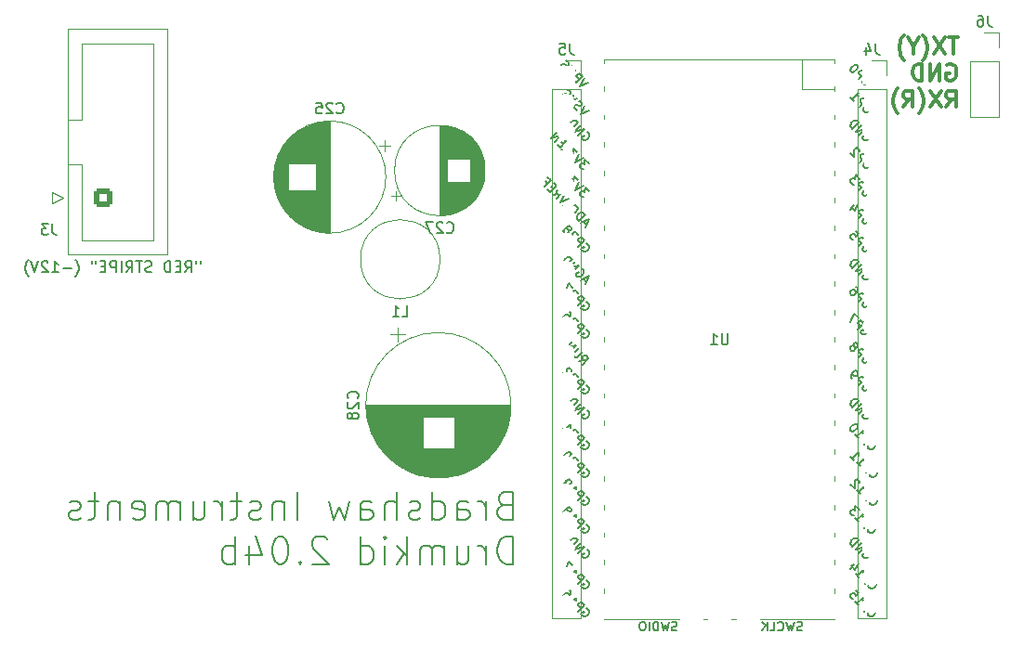
<source format=gbr>
%TF.GenerationSoftware,KiCad,Pcbnew,7.0.2*%
%TF.CreationDate,2025-03-27T17:53:26+00:00*%
%TF.ProjectId,dk2_04b_bottom,646b325f-3034-4625-9f62-6f74746f6d2e,rev?*%
%TF.SameCoordinates,Original*%
%TF.FileFunction,Legend,Bot*%
%TF.FilePolarity,Positive*%
%FSLAX46Y46*%
G04 Gerber Fmt 4.6, Leading zero omitted, Abs format (unit mm)*
G04 Created by KiCad (PCBNEW 7.0.2) date 2025-03-27 17:53:26*
%MOMM*%
%LPD*%
G01*
G04 APERTURE LIST*
G04 Aperture macros list*
%AMRoundRect*
0 Rectangle with rounded corners*
0 $1 Rounding radius*
0 $2 $3 $4 $5 $6 $7 $8 $9 X,Y pos of 4 corners*
0 Add a 4 corners polygon primitive as box body*
4,1,4,$2,$3,$4,$5,$6,$7,$8,$9,$2,$3,0*
0 Add four circle primitives for the rounded corners*
1,1,$1+$1,$2,$3*
1,1,$1+$1,$4,$5*
1,1,$1+$1,$6,$7*
1,1,$1+$1,$8,$9*
0 Add four rect primitives between the rounded corners*
20,1,$1+$1,$2,$3,$4,$5,0*
20,1,$1+$1,$4,$5,$6,$7,0*
20,1,$1+$1,$6,$7,$8,$9,0*
20,1,$1+$1,$8,$9,$2,$3,0*%
G04 Aperture macros list end*
%ADD10C,0.150000*%
%ADD11C,0.200000*%
%ADD12C,0.300000*%
%ADD13C,0.120000*%
%ADD14R,1.700000X1.700000*%
%ADD15O,1.700000X1.700000*%
%ADD16R,2.400000X2.400000*%
%ADD17C,2.400000*%
%ADD18RoundRect,0.250000X-0.600000X-0.600000X0.600000X-0.600000X0.600000X0.600000X-0.600000X0.600000X0*%
%ADD19C,1.700000*%
%ADD20C,2.600000*%
%ADD21R,1.600000X1.600000*%
%ADD22C,1.600000*%
%ADD23R,2.000000X2.000000*%
%ADD24C,2.000000*%
%ADD25O,1.800000X1.800000*%
%ADD26O,1.500000X1.500000*%
%ADD27R,3.500000X1.700000*%
%ADD28R,1.700000X3.500000*%
G04 APERTURE END LIST*
D10*
X103809523Y-72877619D02*
X103809523Y-73068095D01*
X103428571Y-72877619D02*
X103428571Y-73068095D01*
X102428571Y-73877619D02*
X102761904Y-73401428D01*
X102999999Y-73877619D02*
X102999999Y-72877619D01*
X102999999Y-72877619D02*
X102619047Y-72877619D01*
X102619047Y-72877619D02*
X102523809Y-72925238D01*
X102523809Y-72925238D02*
X102476190Y-72972857D01*
X102476190Y-72972857D02*
X102428571Y-73068095D01*
X102428571Y-73068095D02*
X102428571Y-73210952D01*
X102428571Y-73210952D02*
X102476190Y-73306190D01*
X102476190Y-73306190D02*
X102523809Y-73353809D01*
X102523809Y-73353809D02*
X102619047Y-73401428D01*
X102619047Y-73401428D02*
X102999999Y-73401428D01*
X101999999Y-73353809D02*
X101666666Y-73353809D01*
X101523809Y-73877619D02*
X101999999Y-73877619D01*
X101999999Y-73877619D02*
X101999999Y-72877619D01*
X101999999Y-72877619D02*
X101523809Y-72877619D01*
X101095237Y-73877619D02*
X101095237Y-72877619D01*
X101095237Y-72877619D02*
X100857142Y-72877619D01*
X100857142Y-72877619D02*
X100714285Y-72925238D01*
X100714285Y-72925238D02*
X100619047Y-73020476D01*
X100619047Y-73020476D02*
X100571428Y-73115714D01*
X100571428Y-73115714D02*
X100523809Y-73306190D01*
X100523809Y-73306190D02*
X100523809Y-73449047D01*
X100523809Y-73449047D02*
X100571428Y-73639523D01*
X100571428Y-73639523D02*
X100619047Y-73734761D01*
X100619047Y-73734761D02*
X100714285Y-73830000D01*
X100714285Y-73830000D02*
X100857142Y-73877619D01*
X100857142Y-73877619D02*
X101095237Y-73877619D01*
X99380951Y-73830000D02*
X99238094Y-73877619D01*
X99238094Y-73877619D02*
X98999999Y-73877619D01*
X98999999Y-73877619D02*
X98904761Y-73830000D01*
X98904761Y-73830000D02*
X98857142Y-73782380D01*
X98857142Y-73782380D02*
X98809523Y-73687142D01*
X98809523Y-73687142D02*
X98809523Y-73591904D01*
X98809523Y-73591904D02*
X98857142Y-73496666D01*
X98857142Y-73496666D02*
X98904761Y-73449047D01*
X98904761Y-73449047D02*
X98999999Y-73401428D01*
X98999999Y-73401428D02*
X99190475Y-73353809D01*
X99190475Y-73353809D02*
X99285713Y-73306190D01*
X99285713Y-73306190D02*
X99333332Y-73258571D01*
X99333332Y-73258571D02*
X99380951Y-73163333D01*
X99380951Y-73163333D02*
X99380951Y-73068095D01*
X99380951Y-73068095D02*
X99333332Y-72972857D01*
X99333332Y-72972857D02*
X99285713Y-72925238D01*
X99285713Y-72925238D02*
X99190475Y-72877619D01*
X99190475Y-72877619D02*
X98952380Y-72877619D01*
X98952380Y-72877619D02*
X98809523Y-72925238D01*
X98523808Y-72877619D02*
X97952380Y-72877619D01*
X98238094Y-73877619D02*
X98238094Y-72877619D01*
X97047618Y-73877619D02*
X97380951Y-73401428D01*
X97619046Y-73877619D02*
X97619046Y-72877619D01*
X97619046Y-72877619D02*
X97238094Y-72877619D01*
X97238094Y-72877619D02*
X97142856Y-72925238D01*
X97142856Y-72925238D02*
X97095237Y-72972857D01*
X97095237Y-72972857D02*
X97047618Y-73068095D01*
X97047618Y-73068095D02*
X97047618Y-73210952D01*
X97047618Y-73210952D02*
X97095237Y-73306190D01*
X97095237Y-73306190D02*
X97142856Y-73353809D01*
X97142856Y-73353809D02*
X97238094Y-73401428D01*
X97238094Y-73401428D02*
X97619046Y-73401428D01*
X96619046Y-73877619D02*
X96619046Y-72877619D01*
X96142856Y-73877619D02*
X96142856Y-72877619D01*
X96142856Y-72877619D02*
X95761904Y-72877619D01*
X95761904Y-72877619D02*
X95666666Y-72925238D01*
X95666666Y-72925238D02*
X95619047Y-72972857D01*
X95619047Y-72972857D02*
X95571428Y-73068095D01*
X95571428Y-73068095D02*
X95571428Y-73210952D01*
X95571428Y-73210952D02*
X95619047Y-73306190D01*
X95619047Y-73306190D02*
X95666666Y-73353809D01*
X95666666Y-73353809D02*
X95761904Y-73401428D01*
X95761904Y-73401428D02*
X96142856Y-73401428D01*
X95142856Y-73353809D02*
X94809523Y-73353809D01*
X94666666Y-73877619D02*
X95142856Y-73877619D01*
X95142856Y-73877619D02*
X95142856Y-72877619D01*
X95142856Y-72877619D02*
X94666666Y-72877619D01*
X94285713Y-72877619D02*
X94285713Y-73068095D01*
X93904761Y-72877619D02*
X93904761Y-73068095D01*
X92428570Y-74258571D02*
X92476189Y-74210952D01*
X92476189Y-74210952D02*
X92571427Y-74068095D01*
X92571427Y-74068095D02*
X92619046Y-73972857D01*
X92619046Y-73972857D02*
X92666665Y-73830000D01*
X92666665Y-73830000D02*
X92714284Y-73591904D01*
X92714284Y-73591904D02*
X92714284Y-73401428D01*
X92714284Y-73401428D02*
X92666665Y-73163333D01*
X92666665Y-73163333D02*
X92619046Y-73020476D01*
X92619046Y-73020476D02*
X92571427Y-72925238D01*
X92571427Y-72925238D02*
X92476189Y-72782380D01*
X92476189Y-72782380D02*
X92428570Y-72734761D01*
X92047617Y-73496666D02*
X91285713Y-73496666D01*
X90285713Y-73877619D02*
X90857141Y-73877619D01*
X90571427Y-73877619D02*
X90571427Y-72877619D01*
X90571427Y-72877619D02*
X90666665Y-73020476D01*
X90666665Y-73020476D02*
X90761903Y-73115714D01*
X90761903Y-73115714D02*
X90857141Y-73163333D01*
X89904760Y-72972857D02*
X89857141Y-72925238D01*
X89857141Y-72925238D02*
X89761903Y-72877619D01*
X89761903Y-72877619D02*
X89523808Y-72877619D01*
X89523808Y-72877619D02*
X89428570Y-72925238D01*
X89428570Y-72925238D02*
X89380951Y-72972857D01*
X89380951Y-72972857D02*
X89333332Y-73068095D01*
X89333332Y-73068095D02*
X89333332Y-73163333D01*
X89333332Y-73163333D02*
X89380951Y-73306190D01*
X89380951Y-73306190D02*
X89952379Y-73877619D01*
X89952379Y-73877619D02*
X89333332Y-73877619D01*
X89047617Y-72877619D02*
X88714284Y-73877619D01*
X88714284Y-73877619D02*
X88380951Y-72877619D01*
X88142855Y-74258571D02*
X88095236Y-74210952D01*
X88095236Y-74210952D02*
X87999998Y-74068095D01*
X87999998Y-74068095D02*
X87952379Y-73972857D01*
X87952379Y-73972857D02*
X87904760Y-73830000D01*
X87904760Y-73830000D02*
X87857141Y-73591904D01*
X87857141Y-73591904D02*
X87857141Y-73401428D01*
X87857141Y-73401428D02*
X87904760Y-73163333D01*
X87904760Y-73163333D02*
X87952379Y-73020476D01*
X87952379Y-73020476D02*
X87999998Y-72925238D01*
X87999998Y-72925238D02*
X88095236Y-72782380D01*
X88095236Y-72782380D02*
X88142855Y-72734761D01*
D11*
X131471428Y-95134523D02*
X131114285Y-95253571D01*
X131114285Y-95253571D02*
X130995238Y-95372619D01*
X130995238Y-95372619D02*
X130876190Y-95610714D01*
X130876190Y-95610714D02*
X130876190Y-95967857D01*
X130876190Y-95967857D02*
X130995238Y-96205952D01*
X130995238Y-96205952D02*
X131114285Y-96325000D01*
X131114285Y-96325000D02*
X131352380Y-96444047D01*
X131352380Y-96444047D02*
X132304761Y-96444047D01*
X132304761Y-96444047D02*
X132304761Y-93944047D01*
X132304761Y-93944047D02*
X131471428Y-93944047D01*
X131471428Y-93944047D02*
X131233333Y-94063095D01*
X131233333Y-94063095D02*
X131114285Y-94182142D01*
X131114285Y-94182142D02*
X130995238Y-94420238D01*
X130995238Y-94420238D02*
X130995238Y-94658333D01*
X130995238Y-94658333D02*
X131114285Y-94896428D01*
X131114285Y-94896428D02*
X131233333Y-95015476D01*
X131233333Y-95015476D02*
X131471428Y-95134523D01*
X131471428Y-95134523D02*
X132304761Y-95134523D01*
X129804761Y-96444047D02*
X129804761Y-94777380D01*
X129804761Y-95253571D02*
X129685714Y-95015476D01*
X129685714Y-95015476D02*
X129566666Y-94896428D01*
X129566666Y-94896428D02*
X129328571Y-94777380D01*
X129328571Y-94777380D02*
X129090476Y-94777380D01*
X127185714Y-96444047D02*
X127185714Y-95134523D01*
X127185714Y-95134523D02*
X127304761Y-94896428D01*
X127304761Y-94896428D02*
X127542857Y-94777380D01*
X127542857Y-94777380D02*
X128019047Y-94777380D01*
X128019047Y-94777380D02*
X128257142Y-94896428D01*
X127185714Y-96325000D02*
X127423809Y-96444047D01*
X127423809Y-96444047D02*
X128019047Y-96444047D01*
X128019047Y-96444047D02*
X128257142Y-96325000D01*
X128257142Y-96325000D02*
X128376190Y-96086904D01*
X128376190Y-96086904D02*
X128376190Y-95848809D01*
X128376190Y-95848809D02*
X128257142Y-95610714D01*
X128257142Y-95610714D02*
X128019047Y-95491666D01*
X128019047Y-95491666D02*
X127423809Y-95491666D01*
X127423809Y-95491666D02*
X127185714Y-95372619D01*
X124923809Y-96444047D02*
X124923809Y-93944047D01*
X124923809Y-96325000D02*
X125161904Y-96444047D01*
X125161904Y-96444047D02*
X125638095Y-96444047D01*
X125638095Y-96444047D02*
X125876190Y-96325000D01*
X125876190Y-96325000D02*
X125995237Y-96205952D01*
X125995237Y-96205952D02*
X126114285Y-95967857D01*
X126114285Y-95967857D02*
X126114285Y-95253571D01*
X126114285Y-95253571D02*
X125995237Y-95015476D01*
X125995237Y-95015476D02*
X125876190Y-94896428D01*
X125876190Y-94896428D02*
X125638095Y-94777380D01*
X125638095Y-94777380D02*
X125161904Y-94777380D01*
X125161904Y-94777380D02*
X124923809Y-94896428D01*
X123852380Y-96325000D02*
X123614285Y-96444047D01*
X123614285Y-96444047D02*
X123138094Y-96444047D01*
X123138094Y-96444047D02*
X122899999Y-96325000D01*
X122899999Y-96325000D02*
X122780951Y-96086904D01*
X122780951Y-96086904D02*
X122780951Y-95967857D01*
X122780951Y-95967857D02*
X122899999Y-95729761D01*
X122899999Y-95729761D02*
X123138094Y-95610714D01*
X123138094Y-95610714D02*
X123495237Y-95610714D01*
X123495237Y-95610714D02*
X123733332Y-95491666D01*
X123733332Y-95491666D02*
X123852380Y-95253571D01*
X123852380Y-95253571D02*
X123852380Y-95134523D01*
X123852380Y-95134523D02*
X123733332Y-94896428D01*
X123733332Y-94896428D02*
X123495237Y-94777380D01*
X123495237Y-94777380D02*
X123138094Y-94777380D01*
X123138094Y-94777380D02*
X122899999Y-94896428D01*
X121709522Y-96444047D02*
X121709522Y-93944047D01*
X120638094Y-96444047D02*
X120638094Y-95134523D01*
X120638094Y-95134523D02*
X120757141Y-94896428D01*
X120757141Y-94896428D02*
X120995237Y-94777380D01*
X120995237Y-94777380D02*
X121352380Y-94777380D01*
X121352380Y-94777380D02*
X121590475Y-94896428D01*
X121590475Y-94896428D02*
X121709522Y-95015476D01*
X118376189Y-96444047D02*
X118376189Y-95134523D01*
X118376189Y-95134523D02*
X118495236Y-94896428D01*
X118495236Y-94896428D02*
X118733332Y-94777380D01*
X118733332Y-94777380D02*
X119209522Y-94777380D01*
X119209522Y-94777380D02*
X119447617Y-94896428D01*
X118376189Y-96325000D02*
X118614284Y-96444047D01*
X118614284Y-96444047D02*
X119209522Y-96444047D01*
X119209522Y-96444047D02*
X119447617Y-96325000D01*
X119447617Y-96325000D02*
X119566665Y-96086904D01*
X119566665Y-96086904D02*
X119566665Y-95848809D01*
X119566665Y-95848809D02*
X119447617Y-95610714D01*
X119447617Y-95610714D02*
X119209522Y-95491666D01*
X119209522Y-95491666D02*
X118614284Y-95491666D01*
X118614284Y-95491666D02*
X118376189Y-95372619D01*
X117423808Y-94777380D02*
X116947617Y-96444047D01*
X116947617Y-96444047D02*
X116471427Y-95253571D01*
X116471427Y-95253571D02*
X115995236Y-96444047D01*
X115995236Y-96444047D02*
X115519046Y-94777380D01*
X112661902Y-96444047D02*
X112661902Y-93944047D01*
X111471426Y-94777380D02*
X111471426Y-96444047D01*
X111471426Y-95015476D02*
X111352379Y-94896428D01*
X111352379Y-94896428D02*
X111114284Y-94777380D01*
X111114284Y-94777380D02*
X110757141Y-94777380D01*
X110757141Y-94777380D02*
X110519045Y-94896428D01*
X110519045Y-94896428D02*
X110399998Y-95134523D01*
X110399998Y-95134523D02*
X110399998Y-96444047D01*
X109328569Y-96325000D02*
X109090474Y-96444047D01*
X109090474Y-96444047D02*
X108614283Y-96444047D01*
X108614283Y-96444047D02*
X108376188Y-96325000D01*
X108376188Y-96325000D02*
X108257140Y-96086904D01*
X108257140Y-96086904D02*
X108257140Y-95967857D01*
X108257140Y-95967857D02*
X108376188Y-95729761D01*
X108376188Y-95729761D02*
X108614283Y-95610714D01*
X108614283Y-95610714D02*
X108971426Y-95610714D01*
X108971426Y-95610714D02*
X109209521Y-95491666D01*
X109209521Y-95491666D02*
X109328569Y-95253571D01*
X109328569Y-95253571D02*
X109328569Y-95134523D01*
X109328569Y-95134523D02*
X109209521Y-94896428D01*
X109209521Y-94896428D02*
X108971426Y-94777380D01*
X108971426Y-94777380D02*
X108614283Y-94777380D01*
X108614283Y-94777380D02*
X108376188Y-94896428D01*
X107542854Y-94777380D02*
X106590473Y-94777380D01*
X107185711Y-93944047D02*
X107185711Y-96086904D01*
X107185711Y-96086904D02*
X107066664Y-96325000D01*
X107066664Y-96325000D02*
X106828569Y-96444047D01*
X106828569Y-96444047D02*
X106590473Y-96444047D01*
X105757140Y-96444047D02*
X105757140Y-94777380D01*
X105757140Y-95253571D02*
X105638093Y-95015476D01*
X105638093Y-95015476D02*
X105519045Y-94896428D01*
X105519045Y-94896428D02*
X105280950Y-94777380D01*
X105280950Y-94777380D02*
X105042855Y-94777380D01*
X103138093Y-94777380D02*
X103138093Y-96444047D01*
X104209521Y-94777380D02*
X104209521Y-96086904D01*
X104209521Y-96086904D02*
X104090474Y-96325000D01*
X104090474Y-96325000D02*
X103852379Y-96444047D01*
X103852379Y-96444047D02*
X103495236Y-96444047D01*
X103495236Y-96444047D02*
X103257140Y-96325000D01*
X103257140Y-96325000D02*
X103138093Y-96205952D01*
X101947616Y-96444047D02*
X101947616Y-94777380D01*
X101947616Y-95015476D02*
X101828569Y-94896428D01*
X101828569Y-94896428D02*
X101590474Y-94777380D01*
X101590474Y-94777380D02*
X101233331Y-94777380D01*
X101233331Y-94777380D02*
X100995235Y-94896428D01*
X100995235Y-94896428D02*
X100876188Y-95134523D01*
X100876188Y-95134523D02*
X100876188Y-96444047D01*
X100876188Y-95134523D02*
X100757140Y-94896428D01*
X100757140Y-94896428D02*
X100519045Y-94777380D01*
X100519045Y-94777380D02*
X100161902Y-94777380D01*
X100161902Y-94777380D02*
X99923807Y-94896428D01*
X99923807Y-94896428D02*
X99804759Y-95134523D01*
X99804759Y-95134523D02*
X99804759Y-96444047D01*
X97661902Y-96325000D02*
X97899998Y-96444047D01*
X97899998Y-96444047D02*
X98376188Y-96444047D01*
X98376188Y-96444047D02*
X98614283Y-96325000D01*
X98614283Y-96325000D02*
X98733331Y-96086904D01*
X98733331Y-96086904D02*
X98733331Y-95134523D01*
X98733331Y-95134523D02*
X98614283Y-94896428D01*
X98614283Y-94896428D02*
X98376188Y-94777380D01*
X98376188Y-94777380D02*
X97899998Y-94777380D01*
X97899998Y-94777380D02*
X97661902Y-94896428D01*
X97661902Y-94896428D02*
X97542855Y-95134523D01*
X97542855Y-95134523D02*
X97542855Y-95372619D01*
X97542855Y-95372619D02*
X98733331Y-95610714D01*
X96471426Y-94777380D02*
X96471426Y-96444047D01*
X96471426Y-95015476D02*
X96352379Y-94896428D01*
X96352379Y-94896428D02*
X96114284Y-94777380D01*
X96114284Y-94777380D02*
X95757141Y-94777380D01*
X95757141Y-94777380D02*
X95519045Y-94896428D01*
X95519045Y-94896428D02*
X95399998Y-95134523D01*
X95399998Y-95134523D02*
X95399998Y-96444047D01*
X94566664Y-94777380D02*
X93614283Y-94777380D01*
X94209521Y-93944047D02*
X94209521Y-96086904D01*
X94209521Y-96086904D02*
X94090474Y-96325000D01*
X94090474Y-96325000D02*
X93852379Y-96444047D01*
X93852379Y-96444047D02*
X93614283Y-96444047D01*
X92899998Y-96325000D02*
X92661903Y-96444047D01*
X92661903Y-96444047D02*
X92185712Y-96444047D01*
X92185712Y-96444047D02*
X91947617Y-96325000D01*
X91947617Y-96325000D02*
X91828569Y-96086904D01*
X91828569Y-96086904D02*
X91828569Y-95967857D01*
X91828569Y-95967857D02*
X91947617Y-95729761D01*
X91947617Y-95729761D02*
X92185712Y-95610714D01*
X92185712Y-95610714D02*
X92542855Y-95610714D01*
X92542855Y-95610714D02*
X92780950Y-95491666D01*
X92780950Y-95491666D02*
X92899998Y-95253571D01*
X92899998Y-95253571D02*
X92899998Y-95134523D01*
X92899998Y-95134523D02*
X92780950Y-94896428D01*
X92780950Y-94896428D02*
X92542855Y-94777380D01*
X92542855Y-94777380D02*
X92185712Y-94777380D01*
X92185712Y-94777380D02*
X91947617Y-94896428D01*
X132304761Y-100494047D02*
X132304761Y-97994047D01*
X132304761Y-97994047D02*
X131709523Y-97994047D01*
X131709523Y-97994047D02*
X131352380Y-98113095D01*
X131352380Y-98113095D02*
X131114285Y-98351190D01*
X131114285Y-98351190D02*
X130995238Y-98589285D01*
X130995238Y-98589285D02*
X130876190Y-99065476D01*
X130876190Y-99065476D02*
X130876190Y-99422619D01*
X130876190Y-99422619D02*
X130995238Y-99898809D01*
X130995238Y-99898809D02*
X131114285Y-100136904D01*
X131114285Y-100136904D02*
X131352380Y-100375000D01*
X131352380Y-100375000D02*
X131709523Y-100494047D01*
X131709523Y-100494047D02*
X132304761Y-100494047D01*
X129804761Y-100494047D02*
X129804761Y-98827380D01*
X129804761Y-99303571D02*
X129685714Y-99065476D01*
X129685714Y-99065476D02*
X129566666Y-98946428D01*
X129566666Y-98946428D02*
X129328571Y-98827380D01*
X129328571Y-98827380D02*
X129090476Y-98827380D01*
X127185714Y-98827380D02*
X127185714Y-100494047D01*
X128257142Y-98827380D02*
X128257142Y-100136904D01*
X128257142Y-100136904D02*
X128138095Y-100375000D01*
X128138095Y-100375000D02*
X127900000Y-100494047D01*
X127900000Y-100494047D02*
X127542857Y-100494047D01*
X127542857Y-100494047D02*
X127304761Y-100375000D01*
X127304761Y-100375000D02*
X127185714Y-100255952D01*
X125995237Y-100494047D02*
X125995237Y-98827380D01*
X125995237Y-99065476D02*
X125876190Y-98946428D01*
X125876190Y-98946428D02*
X125638095Y-98827380D01*
X125638095Y-98827380D02*
X125280952Y-98827380D01*
X125280952Y-98827380D02*
X125042856Y-98946428D01*
X125042856Y-98946428D02*
X124923809Y-99184523D01*
X124923809Y-99184523D02*
X124923809Y-100494047D01*
X124923809Y-99184523D02*
X124804761Y-98946428D01*
X124804761Y-98946428D02*
X124566666Y-98827380D01*
X124566666Y-98827380D02*
X124209523Y-98827380D01*
X124209523Y-98827380D02*
X123971428Y-98946428D01*
X123971428Y-98946428D02*
X123852380Y-99184523D01*
X123852380Y-99184523D02*
X123852380Y-100494047D01*
X122661904Y-100494047D02*
X122661904Y-97994047D01*
X122423809Y-99541666D02*
X121709523Y-100494047D01*
X121709523Y-98827380D02*
X122661904Y-99779761D01*
X120638094Y-100494047D02*
X120638094Y-98827380D01*
X120638094Y-97994047D02*
X120757142Y-98113095D01*
X120757142Y-98113095D02*
X120638094Y-98232142D01*
X120638094Y-98232142D02*
X120519047Y-98113095D01*
X120519047Y-98113095D02*
X120638094Y-97994047D01*
X120638094Y-97994047D02*
X120638094Y-98232142D01*
X118376190Y-100494047D02*
X118376190Y-97994047D01*
X118376190Y-100375000D02*
X118614285Y-100494047D01*
X118614285Y-100494047D02*
X119090476Y-100494047D01*
X119090476Y-100494047D02*
X119328571Y-100375000D01*
X119328571Y-100375000D02*
X119447618Y-100255952D01*
X119447618Y-100255952D02*
X119566666Y-100017857D01*
X119566666Y-100017857D02*
X119566666Y-99303571D01*
X119566666Y-99303571D02*
X119447618Y-99065476D01*
X119447618Y-99065476D02*
X119328571Y-98946428D01*
X119328571Y-98946428D02*
X119090476Y-98827380D01*
X119090476Y-98827380D02*
X118614285Y-98827380D01*
X118614285Y-98827380D02*
X118376190Y-98946428D01*
X115399999Y-98232142D02*
X115280951Y-98113095D01*
X115280951Y-98113095D02*
X115042856Y-97994047D01*
X115042856Y-97994047D02*
X114447618Y-97994047D01*
X114447618Y-97994047D02*
X114209523Y-98113095D01*
X114209523Y-98113095D02*
X114090475Y-98232142D01*
X114090475Y-98232142D02*
X113971428Y-98470238D01*
X113971428Y-98470238D02*
X113971428Y-98708333D01*
X113971428Y-98708333D02*
X114090475Y-99065476D01*
X114090475Y-99065476D02*
X115519047Y-100494047D01*
X115519047Y-100494047D02*
X113971428Y-100494047D01*
X112899999Y-100255952D02*
X112780952Y-100375000D01*
X112780952Y-100375000D02*
X112899999Y-100494047D01*
X112899999Y-100494047D02*
X113019047Y-100375000D01*
X113019047Y-100375000D02*
X112899999Y-100255952D01*
X112899999Y-100255952D02*
X112899999Y-100494047D01*
X111233333Y-97994047D02*
X110995238Y-97994047D01*
X110995238Y-97994047D02*
X110757142Y-98113095D01*
X110757142Y-98113095D02*
X110638095Y-98232142D01*
X110638095Y-98232142D02*
X110519047Y-98470238D01*
X110519047Y-98470238D02*
X110400000Y-98946428D01*
X110400000Y-98946428D02*
X110400000Y-99541666D01*
X110400000Y-99541666D02*
X110519047Y-100017857D01*
X110519047Y-100017857D02*
X110638095Y-100255952D01*
X110638095Y-100255952D02*
X110757142Y-100375000D01*
X110757142Y-100375000D02*
X110995238Y-100494047D01*
X110995238Y-100494047D02*
X111233333Y-100494047D01*
X111233333Y-100494047D02*
X111471428Y-100375000D01*
X111471428Y-100375000D02*
X111590476Y-100255952D01*
X111590476Y-100255952D02*
X111709523Y-100017857D01*
X111709523Y-100017857D02*
X111828571Y-99541666D01*
X111828571Y-99541666D02*
X111828571Y-98946428D01*
X111828571Y-98946428D02*
X111709523Y-98470238D01*
X111709523Y-98470238D02*
X111590476Y-98232142D01*
X111590476Y-98232142D02*
X111471428Y-98113095D01*
X111471428Y-98113095D02*
X111233333Y-97994047D01*
X108257143Y-98827380D02*
X108257143Y-100494047D01*
X108852381Y-97875000D02*
X109447619Y-99660714D01*
X109447619Y-99660714D02*
X107900000Y-99660714D01*
X106947619Y-100494047D02*
X106947619Y-97994047D01*
X106947619Y-98946428D02*
X106709524Y-98827380D01*
X106709524Y-98827380D02*
X106233334Y-98827380D01*
X106233334Y-98827380D02*
X105995238Y-98946428D01*
X105995238Y-98946428D02*
X105876191Y-99065476D01*
X105876191Y-99065476D02*
X105757143Y-99303571D01*
X105757143Y-99303571D02*
X105757143Y-100017857D01*
X105757143Y-100017857D02*
X105876191Y-100255952D01*
X105876191Y-100255952D02*
X105995238Y-100375000D01*
X105995238Y-100375000D02*
X106233334Y-100494047D01*
X106233334Y-100494047D02*
X106709524Y-100494047D01*
X106709524Y-100494047D02*
X106947619Y-100375000D01*
D12*
X172857142Y-52456428D02*
X172000000Y-52456428D01*
X172428571Y-53956428D02*
X172428571Y-52456428D01*
X171642857Y-52456428D02*
X170642857Y-53956428D01*
X170642857Y-52456428D02*
X171642857Y-53956428D01*
X169642857Y-54527857D02*
X169714286Y-54456428D01*
X169714286Y-54456428D02*
X169857143Y-54242142D01*
X169857143Y-54242142D02*
X169928572Y-54099285D01*
X169928572Y-54099285D02*
X170000000Y-53885000D01*
X170000000Y-53885000D02*
X170071429Y-53527857D01*
X170071429Y-53527857D02*
X170071429Y-53242142D01*
X170071429Y-53242142D02*
X170000000Y-52885000D01*
X170000000Y-52885000D02*
X169928572Y-52670714D01*
X169928572Y-52670714D02*
X169857143Y-52527857D01*
X169857143Y-52527857D02*
X169714286Y-52313571D01*
X169714286Y-52313571D02*
X169642857Y-52242142D01*
X168785714Y-53242142D02*
X168785714Y-53956428D01*
X169285714Y-52456428D02*
X168785714Y-53242142D01*
X168785714Y-53242142D02*
X168285714Y-52456428D01*
X167928572Y-54527857D02*
X167857143Y-54456428D01*
X167857143Y-54456428D02*
X167714286Y-54242142D01*
X167714286Y-54242142D02*
X167642858Y-54099285D01*
X167642858Y-54099285D02*
X167571429Y-53885000D01*
X167571429Y-53885000D02*
X167500000Y-53527857D01*
X167500000Y-53527857D02*
X167500000Y-53242142D01*
X167500000Y-53242142D02*
X167571429Y-52885000D01*
X167571429Y-52885000D02*
X167642858Y-52670714D01*
X167642858Y-52670714D02*
X167714286Y-52527857D01*
X167714286Y-52527857D02*
X167857143Y-52313571D01*
X167857143Y-52313571D02*
X167928572Y-52242142D01*
X171857142Y-54957857D02*
X172000000Y-54886428D01*
X172000000Y-54886428D02*
X172214285Y-54886428D01*
X172214285Y-54886428D02*
X172428571Y-54957857D01*
X172428571Y-54957857D02*
X172571428Y-55100714D01*
X172571428Y-55100714D02*
X172642857Y-55243571D01*
X172642857Y-55243571D02*
X172714285Y-55529285D01*
X172714285Y-55529285D02*
X172714285Y-55743571D01*
X172714285Y-55743571D02*
X172642857Y-56029285D01*
X172642857Y-56029285D02*
X172571428Y-56172142D01*
X172571428Y-56172142D02*
X172428571Y-56315000D01*
X172428571Y-56315000D02*
X172214285Y-56386428D01*
X172214285Y-56386428D02*
X172071428Y-56386428D01*
X172071428Y-56386428D02*
X171857142Y-56315000D01*
X171857142Y-56315000D02*
X171785714Y-56243571D01*
X171785714Y-56243571D02*
X171785714Y-55743571D01*
X171785714Y-55743571D02*
X172071428Y-55743571D01*
X171142857Y-56386428D02*
X171142857Y-54886428D01*
X171142857Y-54886428D02*
X170285714Y-56386428D01*
X170285714Y-56386428D02*
X170285714Y-54886428D01*
X169571428Y-56386428D02*
X169571428Y-54886428D01*
X169571428Y-54886428D02*
X169214285Y-54886428D01*
X169214285Y-54886428D02*
X168999999Y-54957857D01*
X168999999Y-54957857D02*
X168857142Y-55100714D01*
X168857142Y-55100714D02*
X168785713Y-55243571D01*
X168785713Y-55243571D02*
X168714285Y-55529285D01*
X168714285Y-55529285D02*
X168714285Y-55743571D01*
X168714285Y-55743571D02*
X168785713Y-56029285D01*
X168785713Y-56029285D02*
X168857142Y-56172142D01*
X168857142Y-56172142D02*
X168999999Y-56315000D01*
X168999999Y-56315000D02*
X169214285Y-56386428D01*
X169214285Y-56386428D02*
X169571428Y-56386428D01*
X171785714Y-58816428D02*
X172285714Y-58102142D01*
X172642857Y-58816428D02*
X172642857Y-57316428D01*
X172642857Y-57316428D02*
X172071428Y-57316428D01*
X172071428Y-57316428D02*
X171928571Y-57387857D01*
X171928571Y-57387857D02*
X171857142Y-57459285D01*
X171857142Y-57459285D02*
X171785714Y-57602142D01*
X171785714Y-57602142D02*
X171785714Y-57816428D01*
X171785714Y-57816428D02*
X171857142Y-57959285D01*
X171857142Y-57959285D02*
X171928571Y-58030714D01*
X171928571Y-58030714D02*
X172071428Y-58102142D01*
X172071428Y-58102142D02*
X172642857Y-58102142D01*
X171285714Y-57316428D02*
X170285714Y-58816428D01*
X170285714Y-57316428D02*
X171285714Y-58816428D01*
X169285714Y-59387857D02*
X169357143Y-59316428D01*
X169357143Y-59316428D02*
X169500000Y-59102142D01*
X169500000Y-59102142D02*
X169571429Y-58959285D01*
X169571429Y-58959285D02*
X169642857Y-58745000D01*
X169642857Y-58745000D02*
X169714286Y-58387857D01*
X169714286Y-58387857D02*
X169714286Y-58102142D01*
X169714286Y-58102142D02*
X169642857Y-57745000D01*
X169642857Y-57745000D02*
X169571429Y-57530714D01*
X169571429Y-57530714D02*
X169500000Y-57387857D01*
X169500000Y-57387857D02*
X169357143Y-57173571D01*
X169357143Y-57173571D02*
X169285714Y-57102142D01*
X167857143Y-58816428D02*
X168357143Y-58102142D01*
X168714286Y-58816428D02*
X168714286Y-57316428D01*
X168714286Y-57316428D02*
X168142857Y-57316428D01*
X168142857Y-57316428D02*
X168000000Y-57387857D01*
X168000000Y-57387857D02*
X167928571Y-57459285D01*
X167928571Y-57459285D02*
X167857143Y-57602142D01*
X167857143Y-57602142D02*
X167857143Y-57816428D01*
X167857143Y-57816428D02*
X167928571Y-57959285D01*
X167928571Y-57959285D02*
X168000000Y-58030714D01*
X168000000Y-58030714D02*
X168142857Y-58102142D01*
X168142857Y-58102142D02*
X168714286Y-58102142D01*
X167357143Y-59387857D02*
X167285714Y-59316428D01*
X167285714Y-59316428D02*
X167142857Y-59102142D01*
X167142857Y-59102142D02*
X167071429Y-58959285D01*
X167071429Y-58959285D02*
X167000000Y-58745000D01*
X167000000Y-58745000D02*
X166928571Y-58387857D01*
X166928571Y-58387857D02*
X166928571Y-58102142D01*
X166928571Y-58102142D02*
X167000000Y-57745000D01*
X167000000Y-57745000D02*
X167071429Y-57530714D01*
X167071429Y-57530714D02*
X167142857Y-57387857D01*
X167142857Y-57387857D02*
X167285714Y-57173571D01*
X167285714Y-57173571D02*
X167357143Y-57102142D01*
D10*
%TO.C,C28*%
X118117380Y-85357142D02*
X118165000Y-85309523D01*
X118165000Y-85309523D02*
X118212619Y-85166666D01*
X118212619Y-85166666D02*
X118212619Y-85071428D01*
X118212619Y-85071428D02*
X118165000Y-84928571D01*
X118165000Y-84928571D02*
X118069761Y-84833333D01*
X118069761Y-84833333D02*
X117974523Y-84785714D01*
X117974523Y-84785714D02*
X117784047Y-84738095D01*
X117784047Y-84738095D02*
X117641190Y-84738095D01*
X117641190Y-84738095D02*
X117450714Y-84785714D01*
X117450714Y-84785714D02*
X117355476Y-84833333D01*
X117355476Y-84833333D02*
X117260238Y-84928571D01*
X117260238Y-84928571D02*
X117212619Y-85071428D01*
X117212619Y-85071428D02*
X117212619Y-85166666D01*
X117212619Y-85166666D02*
X117260238Y-85309523D01*
X117260238Y-85309523D02*
X117307857Y-85357142D01*
X117307857Y-85738095D02*
X117260238Y-85785714D01*
X117260238Y-85785714D02*
X117212619Y-85880952D01*
X117212619Y-85880952D02*
X117212619Y-86119047D01*
X117212619Y-86119047D02*
X117260238Y-86214285D01*
X117260238Y-86214285D02*
X117307857Y-86261904D01*
X117307857Y-86261904D02*
X117403095Y-86309523D01*
X117403095Y-86309523D02*
X117498333Y-86309523D01*
X117498333Y-86309523D02*
X117641190Y-86261904D01*
X117641190Y-86261904D02*
X118212619Y-85690476D01*
X118212619Y-85690476D02*
X118212619Y-86309523D01*
X117641190Y-86880952D02*
X117593571Y-86785714D01*
X117593571Y-86785714D02*
X117545952Y-86738095D01*
X117545952Y-86738095D02*
X117450714Y-86690476D01*
X117450714Y-86690476D02*
X117403095Y-86690476D01*
X117403095Y-86690476D02*
X117307857Y-86738095D01*
X117307857Y-86738095D02*
X117260238Y-86785714D01*
X117260238Y-86785714D02*
X117212619Y-86880952D01*
X117212619Y-86880952D02*
X117212619Y-87071428D01*
X117212619Y-87071428D02*
X117260238Y-87166666D01*
X117260238Y-87166666D02*
X117307857Y-87214285D01*
X117307857Y-87214285D02*
X117403095Y-87261904D01*
X117403095Y-87261904D02*
X117450714Y-87261904D01*
X117450714Y-87261904D02*
X117545952Y-87214285D01*
X117545952Y-87214285D02*
X117593571Y-87166666D01*
X117593571Y-87166666D02*
X117641190Y-87071428D01*
X117641190Y-87071428D02*
X117641190Y-86880952D01*
X117641190Y-86880952D02*
X117688809Y-86785714D01*
X117688809Y-86785714D02*
X117736428Y-86738095D01*
X117736428Y-86738095D02*
X117831666Y-86690476D01*
X117831666Y-86690476D02*
X118022142Y-86690476D01*
X118022142Y-86690476D02*
X118117380Y-86738095D01*
X118117380Y-86738095D02*
X118165000Y-86785714D01*
X118165000Y-86785714D02*
X118212619Y-86880952D01*
X118212619Y-86880952D02*
X118212619Y-87071428D01*
X118212619Y-87071428D02*
X118165000Y-87166666D01*
X118165000Y-87166666D02*
X118117380Y-87214285D01*
X118117380Y-87214285D02*
X118022142Y-87261904D01*
X118022142Y-87261904D02*
X117831666Y-87261904D01*
X117831666Y-87261904D02*
X117736428Y-87214285D01*
X117736428Y-87214285D02*
X117688809Y-87166666D01*
X117688809Y-87166666D02*
X117641190Y-87071428D01*
%TO.C,J3*%
X90333333Y-69462619D02*
X90333333Y-70176904D01*
X90333333Y-70176904D02*
X90380952Y-70319761D01*
X90380952Y-70319761D02*
X90476190Y-70415000D01*
X90476190Y-70415000D02*
X90619047Y-70462619D01*
X90619047Y-70462619D02*
X90714285Y-70462619D01*
X89952380Y-69462619D02*
X89333333Y-69462619D01*
X89333333Y-69462619D02*
X89666666Y-69843571D01*
X89666666Y-69843571D02*
X89523809Y-69843571D01*
X89523809Y-69843571D02*
X89428571Y-69891190D01*
X89428571Y-69891190D02*
X89380952Y-69938809D01*
X89380952Y-69938809D02*
X89333333Y-70034047D01*
X89333333Y-70034047D02*
X89333333Y-70272142D01*
X89333333Y-70272142D02*
X89380952Y-70367380D01*
X89380952Y-70367380D02*
X89428571Y-70415000D01*
X89428571Y-70415000D02*
X89523809Y-70462619D01*
X89523809Y-70462619D02*
X89809523Y-70462619D01*
X89809523Y-70462619D02*
X89904761Y-70415000D01*
X89904761Y-70415000D02*
X89952380Y-70367380D01*
%TO.C,L1*%
X122198989Y-77912619D02*
X122675179Y-77912619D01*
X122675179Y-77912619D02*
X122675179Y-76912619D01*
X121341846Y-77912619D02*
X121913274Y-77912619D01*
X121627560Y-77912619D02*
X121627560Y-76912619D01*
X121627560Y-76912619D02*
X121722798Y-77055476D01*
X121722798Y-77055476D02*
X121818036Y-77150714D01*
X121818036Y-77150714D02*
X121913274Y-77198333D01*
%TO.C,J4*%
X165333333Y-53012619D02*
X165333333Y-53726904D01*
X165333333Y-53726904D02*
X165380952Y-53869761D01*
X165380952Y-53869761D02*
X165476190Y-53965000D01*
X165476190Y-53965000D02*
X165619047Y-54012619D01*
X165619047Y-54012619D02*
X165714285Y-54012619D01*
X164428571Y-53345952D02*
X164428571Y-54012619D01*
X164666666Y-52965000D02*
X164904761Y-53679285D01*
X164904761Y-53679285D02*
X164285714Y-53679285D01*
%TO.C,C27*%
X126272529Y-70217380D02*
X126320148Y-70265000D01*
X126320148Y-70265000D02*
X126463005Y-70312619D01*
X126463005Y-70312619D02*
X126558243Y-70312619D01*
X126558243Y-70312619D02*
X126701100Y-70265000D01*
X126701100Y-70265000D02*
X126796338Y-70169761D01*
X126796338Y-70169761D02*
X126843957Y-70074523D01*
X126843957Y-70074523D02*
X126891576Y-69884047D01*
X126891576Y-69884047D02*
X126891576Y-69741190D01*
X126891576Y-69741190D02*
X126843957Y-69550714D01*
X126843957Y-69550714D02*
X126796338Y-69455476D01*
X126796338Y-69455476D02*
X126701100Y-69360238D01*
X126701100Y-69360238D02*
X126558243Y-69312619D01*
X126558243Y-69312619D02*
X126463005Y-69312619D01*
X126463005Y-69312619D02*
X126320148Y-69360238D01*
X126320148Y-69360238D02*
X126272529Y-69407857D01*
X125891576Y-69407857D02*
X125843957Y-69360238D01*
X125843957Y-69360238D02*
X125748719Y-69312619D01*
X125748719Y-69312619D02*
X125510624Y-69312619D01*
X125510624Y-69312619D02*
X125415386Y-69360238D01*
X125415386Y-69360238D02*
X125367767Y-69407857D01*
X125367767Y-69407857D02*
X125320148Y-69503095D01*
X125320148Y-69503095D02*
X125320148Y-69598333D01*
X125320148Y-69598333D02*
X125367767Y-69741190D01*
X125367767Y-69741190D02*
X125939195Y-70312619D01*
X125939195Y-70312619D02*
X125320148Y-70312619D01*
X124986814Y-69312619D02*
X124320148Y-69312619D01*
X124320148Y-69312619D02*
X124748719Y-70312619D01*
%TO.C,C25*%
X116242857Y-59317380D02*
X116290476Y-59365000D01*
X116290476Y-59365000D02*
X116433333Y-59412619D01*
X116433333Y-59412619D02*
X116528571Y-59412619D01*
X116528571Y-59412619D02*
X116671428Y-59365000D01*
X116671428Y-59365000D02*
X116766666Y-59269761D01*
X116766666Y-59269761D02*
X116814285Y-59174523D01*
X116814285Y-59174523D02*
X116861904Y-58984047D01*
X116861904Y-58984047D02*
X116861904Y-58841190D01*
X116861904Y-58841190D02*
X116814285Y-58650714D01*
X116814285Y-58650714D02*
X116766666Y-58555476D01*
X116766666Y-58555476D02*
X116671428Y-58460238D01*
X116671428Y-58460238D02*
X116528571Y-58412619D01*
X116528571Y-58412619D02*
X116433333Y-58412619D01*
X116433333Y-58412619D02*
X116290476Y-58460238D01*
X116290476Y-58460238D02*
X116242857Y-58507857D01*
X115861904Y-58507857D02*
X115814285Y-58460238D01*
X115814285Y-58460238D02*
X115719047Y-58412619D01*
X115719047Y-58412619D02*
X115480952Y-58412619D01*
X115480952Y-58412619D02*
X115385714Y-58460238D01*
X115385714Y-58460238D02*
X115338095Y-58507857D01*
X115338095Y-58507857D02*
X115290476Y-58603095D01*
X115290476Y-58603095D02*
X115290476Y-58698333D01*
X115290476Y-58698333D02*
X115338095Y-58841190D01*
X115338095Y-58841190D02*
X115909523Y-59412619D01*
X115909523Y-59412619D02*
X115290476Y-59412619D01*
X114385714Y-58412619D02*
X114861904Y-58412619D01*
X114861904Y-58412619D02*
X114909523Y-58888809D01*
X114909523Y-58888809D02*
X114861904Y-58841190D01*
X114861904Y-58841190D02*
X114766666Y-58793571D01*
X114766666Y-58793571D02*
X114528571Y-58793571D01*
X114528571Y-58793571D02*
X114433333Y-58841190D01*
X114433333Y-58841190D02*
X114385714Y-58888809D01*
X114385714Y-58888809D02*
X114338095Y-58984047D01*
X114338095Y-58984047D02*
X114338095Y-59222142D01*
X114338095Y-59222142D02*
X114385714Y-59317380D01*
X114385714Y-59317380D02*
X114433333Y-59365000D01*
X114433333Y-59365000D02*
X114528571Y-59412619D01*
X114528571Y-59412619D02*
X114766666Y-59412619D01*
X114766666Y-59412619D02*
X114861904Y-59365000D01*
X114861904Y-59365000D02*
X114909523Y-59317380D01*
%TO.C,J6*%
X175593333Y-50472619D02*
X175593333Y-51186904D01*
X175593333Y-51186904D02*
X175640952Y-51329761D01*
X175640952Y-51329761D02*
X175736190Y-51425000D01*
X175736190Y-51425000D02*
X175879047Y-51472619D01*
X175879047Y-51472619D02*
X175974285Y-51472619D01*
X174688571Y-50472619D02*
X174879047Y-50472619D01*
X174879047Y-50472619D02*
X174974285Y-50520238D01*
X174974285Y-50520238D02*
X175021904Y-50567857D01*
X175021904Y-50567857D02*
X175117142Y-50710714D01*
X175117142Y-50710714D02*
X175164761Y-50901190D01*
X175164761Y-50901190D02*
X175164761Y-51282142D01*
X175164761Y-51282142D02*
X175117142Y-51377380D01*
X175117142Y-51377380D02*
X175069523Y-51425000D01*
X175069523Y-51425000D02*
X174974285Y-51472619D01*
X174974285Y-51472619D02*
X174783809Y-51472619D01*
X174783809Y-51472619D02*
X174688571Y-51425000D01*
X174688571Y-51425000D02*
X174640952Y-51377380D01*
X174640952Y-51377380D02*
X174593333Y-51282142D01*
X174593333Y-51282142D02*
X174593333Y-51044047D01*
X174593333Y-51044047D02*
X174640952Y-50948809D01*
X174640952Y-50948809D02*
X174688571Y-50901190D01*
X174688571Y-50901190D02*
X174783809Y-50853571D01*
X174783809Y-50853571D02*
X174974285Y-50853571D01*
X174974285Y-50853571D02*
X175069523Y-50901190D01*
X175069523Y-50901190D02*
X175117142Y-50948809D01*
X175117142Y-50948809D02*
X175164761Y-51044047D01*
%TO.C,J5*%
X137493333Y-53012619D02*
X137493333Y-53726904D01*
X137493333Y-53726904D02*
X137540952Y-53869761D01*
X137540952Y-53869761D02*
X137636190Y-53965000D01*
X137636190Y-53965000D02*
X137779047Y-54012619D01*
X137779047Y-54012619D02*
X137874285Y-54012619D01*
X136540952Y-53012619D02*
X137017142Y-53012619D01*
X137017142Y-53012619D02*
X137064761Y-53488809D01*
X137064761Y-53488809D02*
X137017142Y-53441190D01*
X137017142Y-53441190D02*
X136921904Y-53393571D01*
X136921904Y-53393571D02*
X136683809Y-53393571D01*
X136683809Y-53393571D02*
X136588571Y-53441190D01*
X136588571Y-53441190D02*
X136540952Y-53488809D01*
X136540952Y-53488809D02*
X136493333Y-53584047D01*
X136493333Y-53584047D02*
X136493333Y-53822142D01*
X136493333Y-53822142D02*
X136540952Y-53917380D01*
X136540952Y-53917380D02*
X136588571Y-53965000D01*
X136588571Y-53965000D02*
X136683809Y-54012619D01*
X136683809Y-54012619D02*
X136921904Y-54012619D01*
X136921904Y-54012619D02*
X137017142Y-53965000D01*
X137017142Y-53965000D02*
X137064761Y-53917380D01*
%TO.C,U1*%
X151891904Y-79472619D02*
X151891904Y-80282142D01*
X151891904Y-80282142D02*
X151844285Y-80377380D01*
X151844285Y-80377380D02*
X151796666Y-80425000D01*
X151796666Y-80425000D02*
X151701428Y-80472619D01*
X151701428Y-80472619D02*
X151510952Y-80472619D01*
X151510952Y-80472619D02*
X151415714Y-80425000D01*
X151415714Y-80425000D02*
X151368095Y-80377380D01*
X151368095Y-80377380D02*
X151320476Y-80282142D01*
X151320476Y-80282142D02*
X151320476Y-79472619D01*
X150320476Y-80472619D02*
X150891904Y-80472619D01*
X150606190Y-80472619D02*
X150606190Y-79472619D01*
X150606190Y-79472619D02*
X150701428Y-79615476D01*
X150701428Y-79615476D02*
X150796666Y-79710714D01*
X150796666Y-79710714D02*
X150891904Y-79758333D01*
X164611111Y-71247009D02*
X164691924Y-71273946D01*
X164691924Y-71273946D02*
X164772736Y-71354759D01*
X164772736Y-71354759D02*
X164826611Y-71462508D01*
X164826611Y-71462508D02*
X164826611Y-71570258D01*
X164826611Y-71570258D02*
X164799673Y-71651070D01*
X164799673Y-71651070D02*
X164718861Y-71785757D01*
X164718861Y-71785757D02*
X164638049Y-71866569D01*
X164638049Y-71866569D02*
X164503362Y-71947382D01*
X164503362Y-71947382D02*
X164422550Y-71974319D01*
X164422550Y-71974319D02*
X164314800Y-71974319D01*
X164314800Y-71974319D02*
X164207050Y-71920444D01*
X164207050Y-71920444D02*
X164153176Y-71866569D01*
X164153176Y-71866569D02*
X164099301Y-71758820D01*
X164099301Y-71758820D02*
X164099301Y-71704945D01*
X164099301Y-71704945D02*
X164287863Y-71516383D01*
X164287863Y-71516383D02*
X164395612Y-71624133D01*
X163802989Y-71516383D02*
X164368675Y-70950698D01*
X164368675Y-70950698D02*
X164153176Y-70735198D01*
X164153176Y-70735198D02*
X164072363Y-70708261D01*
X164072363Y-70708261D02*
X164018489Y-70708261D01*
X164018489Y-70708261D02*
X163937676Y-70735198D01*
X163937676Y-70735198D02*
X163856864Y-70816011D01*
X163856864Y-70816011D02*
X163829927Y-70896823D01*
X163829927Y-70896823D02*
X163829927Y-70950698D01*
X163829927Y-70950698D02*
X163856864Y-71031510D01*
X163856864Y-71031510D02*
X164072363Y-71247009D01*
X163533615Y-70115638D02*
X163802989Y-70385012D01*
X163802989Y-70385012D02*
X163560553Y-70681324D01*
X163560553Y-70681324D02*
X163560553Y-70627449D01*
X163560553Y-70627449D02*
X163533615Y-70546637D01*
X163533615Y-70546637D02*
X163398928Y-70411950D01*
X163398928Y-70411950D02*
X163318116Y-70385012D01*
X163318116Y-70385012D02*
X163264241Y-70385012D01*
X163264241Y-70385012D02*
X163183429Y-70411950D01*
X163183429Y-70411950D02*
X163048742Y-70546637D01*
X163048742Y-70546637D02*
X163021805Y-70627449D01*
X163021805Y-70627449D02*
X163021805Y-70681324D01*
X163021805Y-70681324D02*
X163048742Y-70762136D01*
X163048742Y-70762136D02*
X163183429Y-70896823D01*
X163183429Y-70896823D02*
X163264241Y-70923760D01*
X163264241Y-70923760D02*
X163318116Y-70923760D01*
X139026486Y-71262384D02*
X139107298Y-71289321D01*
X139107298Y-71289321D02*
X139188110Y-71370133D01*
X139188110Y-71370133D02*
X139241985Y-71477883D01*
X139241985Y-71477883D02*
X139241985Y-71585632D01*
X139241985Y-71585632D02*
X139215048Y-71666445D01*
X139215048Y-71666445D02*
X139134235Y-71801132D01*
X139134235Y-71801132D02*
X139053423Y-71881944D01*
X139053423Y-71881944D02*
X138918736Y-71962756D01*
X138918736Y-71962756D02*
X138837924Y-71989693D01*
X138837924Y-71989693D02*
X138730174Y-71989693D01*
X138730174Y-71989693D02*
X138622425Y-71935819D01*
X138622425Y-71935819D02*
X138568550Y-71881944D01*
X138568550Y-71881944D02*
X138514675Y-71774194D01*
X138514675Y-71774194D02*
X138514675Y-71720319D01*
X138514675Y-71720319D02*
X138703237Y-71531758D01*
X138703237Y-71531758D02*
X138810987Y-71639507D01*
X138218364Y-71531758D02*
X138784049Y-70966072D01*
X138784049Y-70966072D02*
X138568550Y-70750573D01*
X138568550Y-70750573D02*
X138487738Y-70723636D01*
X138487738Y-70723636D02*
X138433863Y-70723636D01*
X138433863Y-70723636D02*
X138353051Y-70750573D01*
X138353051Y-70750573D02*
X138272239Y-70831385D01*
X138272239Y-70831385D02*
X138245301Y-70912197D01*
X138245301Y-70912197D02*
X138245301Y-70966072D01*
X138245301Y-70966072D02*
X138272239Y-71046884D01*
X138272239Y-71046884D02*
X138487738Y-71262384D01*
X138191426Y-70481199D02*
X138191426Y-70427324D01*
X138191426Y-70427324D02*
X138164489Y-70346512D01*
X138164489Y-70346512D02*
X138029802Y-70211825D01*
X138029802Y-70211825D02*
X137948990Y-70184887D01*
X137948990Y-70184887D02*
X137895115Y-70184887D01*
X137895115Y-70184887D02*
X137814303Y-70211825D01*
X137814303Y-70211825D02*
X137760428Y-70265700D01*
X137760428Y-70265700D02*
X137706553Y-70373449D01*
X137706553Y-70373449D02*
X137706553Y-71019947D01*
X137706553Y-71019947D02*
X137356367Y-70669761D01*
X137356367Y-70023263D02*
X137437179Y-70050200D01*
X137437179Y-70050200D02*
X137491054Y-70050200D01*
X137491054Y-70050200D02*
X137571866Y-70023263D01*
X137571866Y-70023263D02*
X137598803Y-69996326D01*
X137598803Y-69996326D02*
X137625741Y-69915513D01*
X137625741Y-69915513D02*
X137625741Y-69861638D01*
X137625741Y-69861638D02*
X137598803Y-69780826D01*
X137598803Y-69780826D02*
X137491054Y-69673077D01*
X137491054Y-69673077D02*
X137410242Y-69646139D01*
X137410242Y-69646139D02*
X137356367Y-69646139D01*
X137356367Y-69646139D02*
X137275555Y-69673077D01*
X137275555Y-69673077D02*
X137248617Y-69700014D01*
X137248617Y-69700014D02*
X137221680Y-69780826D01*
X137221680Y-69780826D02*
X137221680Y-69834701D01*
X137221680Y-69834701D02*
X137248617Y-69915513D01*
X137248617Y-69915513D02*
X137356367Y-70023263D01*
X137356367Y-70023263D02*
X137383304Y-70104075D01*
X137383304Y-70104075D02*
X137383304Y-70157950D01*
X137383304Y-70157950D02*
X137356367Y-70238762D01*
X137356367Y-70238762D02*
X137248617Y-70346512D01*
X137248617Y-70346512D02*
X137167805Y-70373449D01*
X137167805Y-70373449D02*
X137113930Y-70373449D01*
X137113930Y-70373449D02*
X137033118Y-70346512D01*
X137033118Y-70346512D02*
X136925368Y-70238762D01*
X136925368Y-70238762D02*
X136898431Y-70157950D01*
X136898431Y-70157950D02*
X136898431Y-70104075D01*
X136898431Y-70104075D02*
X136925368Y-70023263D01*
X136925368Y-70023263D02*
X137033118Y-69915513D01*
X137033118Y-69915513D02*
X137113930Y-69888576D01*
X137113930Y-69888576D02*
X137167805Y-69888576D01*
X137167805Y-69888576D02*
X137248617Y-69915513D01*
X139026486Y-101996384D02*
X139107298Y-102023321D01*
X139107298Y-102023321D02*
X139188110Y-102104133D01*
X139188110Y-102104133D02*
X139241985Y-102211883D01*
X139241985Y-102211883D02*
X139241985Y-102319632D01*
X139241985Y-102319632D02*
X139215048Y-102400445D01*
X139215048Y-102400445D02*
X139134235Y-102535132D01*
X139134235Y-102535132D02*
X139053423Y-102615944D01*
X139053423Y-102615944D02*
X138918736Y-102696756D01*
X138918736Y-102696756D02*
X138837924Y-102723693D01*
X138837924Y-102723693D02*
X138730174Y-102723693D01*
X138730174Y-102723693D02*
X138622425Y-102669819D01*
X138622425Y-102669819D02*
X138568550Y-102615944D01*
X138568550Y-102615944D02*
X138514675Y-102508194D01*
X138514675Y-102508194D02*
X138514675Y-102454319D01*
X138514675Y-102454319D02*
X138703237Y-102265758D01*
X138703237Y-102265758D02*
X138810987Y-102373507D01*
X138218364Y-102265758D02*
X138784049Y-101700072D01*
X138784049Y-101700072D02*
X138568550Y-101484573D01*
X138568550Y-101484573D02*
X138487738Y-101457636D01*
X138487738Y-101457636D02*
X138433863Y-101457636D01*
X138433863Y-101457636D02*
X138353051Y-101484573D01*
X138353051Y-101484573D02*
X138272239Y-101565385D01*
X138272239Y-101565385D02*
X138245301Y-101646197D01*
X138245301Y-101646197D02*
X138245301Y-101700072D01*
X138245301Y-101700072D02*
X138272239Y-101780884D01*
X138272239Y-101780884D02*
X138487738Y-101996384D01*
X137356367Y-101403761D02*
X137679616Y-101727010D01*
X137517991Y-101565385D02*
X138083677Y-100999700D01*
X138083677Y-100999700D02*
X138056739Y-101134387D01*
X138056739Y-101134387D02*
X138056739Y-101242136D01*
X138056739Y-101242136D02*
X138083677Y-101322948D01*
X137733490Y-100649513D02*
X137356367Y-100272390D01*
X137356367Y-100272390D02*
X137033118Y-101080512D01*
X139026486Y-104536384D02*
X139107298Y-104563321D01*
X139107298Y-104563321D02*
X139188110Y-104644133D01*
X139188110Y-104644133D02*
X139241985Y-104751883D01*
X139241985Y-104751883D02*
X139241985Y-104859632D01*
X139241985Y-104859632D02*
X139215048Y-104940445D01*
X139215048Y-104940445D02*
X139134235Y-105075132D01*
X139134235Y-105075132D02*
X139053423Y-105155944D01*
X139053423Y-105155944D02*
X138918736Y-105236756D01*
X138918736Y-105236756D02*
X138837924Y-105263693D01*
X138837924Y-105263693D02*
X138730174Y-105263693D01*
X138730174Y-105263693D02*
X138622425Y-105209819D01*
X138622425Y-105209819D02*
X138568550Y-105155944D01*
X138568550Y-105155944D02*
X138514675Y-105048194D01*
X138514675Y-105048194D02*
X138514675Y-104994319D01*
X138514675Y-104994319D02*
X138703237Y-104805758D01*
X138703237Y-104805758D02*
X138810987Y-104913507D01*
X138218364Y-104805758D02*
X138784049Y-104240072D01*
X138784049Y-104240072D02*
X138568550Y-104024573D01*
X138568550Y-104024573D02*
X138487738Y-103997636D01*
X138487738Y-103997636D02*
X138433863Y-103997636D01*
X138433863Y-103997636D02*
X138353051Y-104024573D01*
X138353051Y-104024573D02*
X138272239Y-104105385D01*
X138272239Y-104105385D02*
X138245301Y-104186197D01*
X138245301Y-104186197D02*
X138245301Y-104240072D01*
X138245301Y-104240072D02*
X138272239Y-104320884D01*
X138272239Y-104320884D02*
X138487738Y-104536384D01*
X137356367Y-103943761D02*
X137679616Y-104267010D01*
X137517991Y-104105385D02*
X138083677Y-103539700D01*
X138083677Y-103539700D02*
X138056739Y-103674387D01*
X138056739Y-103674387D02*
X138056739Y-103782136D01*
X138056739Y-103782136D02*
X138083677Y-103862948D01*
X137437179Y-102893202D02*
X137544929Y-103000951D01*
X137544929Y-103000951D02*
X137571866Y-103081764D01*
X137571866Y-103081764D02*
X137571866Y-103135638D01*
X137571866Y-103135638D02*
X137544929Y-103270326D01*
X137544929Y-103270326D02*
X137464116Y-103405013D01*
X137464116Y-103405013D02*
X137248617Y-103620512D01*
X137248617Y-103620512D02*
X137167805Y-103647449D01*
X137167805Y-103647449D02*
X137113930Y-103647449D01*
X137113930Y-103647449D02*
X137033118Y-103620512D01*
X137033118Y-103620512D02*
X136925368Y-103512762D01*
X136925368Y-103512762D02*
X136898431Y-103431950D01*
X136898431Y-103431950D02*
X136898431Y-103378075D01*
X136898431Y-103378075D02*
X136925368Y-103297263D01*
X136925368Y-103297263D02*
X137060055Y-103162576D01*
X137060055Y-103162576D02*
X137140868Y-103135638D01*
X137140868Y-103135638D02*
X137194742Y-103135638D01*
X137194742Y-103135638D02*
X137275555Y-103162576D01*
X137275555Y-103162576D02*
X137383304Y-103270326D01*
X137383304Y-103270326D02*
X137410242Y-103351138D01*
X137410242Y-103351138D02*
X137410242Y-103405013D01*
X137410242Y-103405013D02*
X137383304Y-103485825D01*
X164638049Y-99213946D02*
X164718861Y-99240884D01*
X164718861Y-99240884D02*
X164799673Y-99321696D01*
X164799673Y-99321696D02*
X164853548Y-99429446D01*
X164853548Y-99429446D02*
X164853548Y-99537195D01*
X164853548Y-99537195D02*
X164826610Y-99618007D01*
X164826610Y-99618007D02*
X164745798Y-99752694D01*
X164745798Y-99752694D02*
X164664986Y-99833507D01*
X164664986Y-99833507D02*
X164530299Y-99914319D01*
X164530299Y-99914319D02*
X164449487Y-99941256D01*
X164449487Y-99941256D02*
X164341737Y-99941256D01*
X164341737Y-99941256D02*
X164233988Y-99887381D01*
X164233988Y-99887381D02*
X164180113Y-99833507D01*
X164180113Y-99833507D02*
X164126238Y-99725757D01*
X164126238Y-99725757D02*
X164126238Y-99671882D01*
X164126238Y-99671882D02*
X164314800Y-99483320D01*
X164314800Y-99483320D02*
X164422549Y-99591070D01*
X163829927Y-99483320D02*
X164395612Y-98917635D01*
X164395612Y-98917635D02*
X163506678Y-99160072D01*
X163506678Y-99160072D02*
X164072363Y-98594386D01*
X163237304Y-98890698D02*
X163802989Y-98325012D01*
X163802989Y-98325012D02*
X163668302Y-98190325D01*
X163668302Y-98190325D02*
X163560553Y-98136450D01*
X163560553Y-98136450D02*
X163452803Y-98136450D01*
X163452803Y-98136450D02*
X163371991Y-98163388D01*
X163371991Y-98163388D02*
X163237304Y-98244200D01*
X163237304Y-98244200D02*
X163156492Y-98325012D01*
X163156492Y-98325012D02*
X163075680Y-98459699D01*
X163075680Y-98459699D02*
X163048742Y-98540511D01*
X163048742Y-98540511D02*
X163048742Y-98648261D01*
X163048742Y-98648261D02*
X163102617Y-98756011D01*
X163102617Y-98756011D02*
X163237304Y-98890698D01*
X164611111Y-68707009D02*
X164691924Y-68733946D01*
X164691924Y-68733946D02*
X164772736Y-68814759D01*
X164772736Y-68814759D02*
X164826611Y-68922508D01*
X164826611Y-68922508D02*
X164826611Y-69030258D01*
X164826611Y-69030258D02*
X164799673Y-69111070D01*
X164799673Y-69111070D02*
X164718861Y-69245757D01*
X164718861Y-69245757D02*
X164638049Y-69326569D01*
X164638049Y-69326569D02*
X164503362Y-69407382D01*
X164503362Y-69407382D02*
X164422550Y-69434319D01*
X164422550Y-69434319D02*
X164314800Y-69434319D01*
X164314800Y-69434319D02*
X164207050Y-69380444D01*
X164207050Y-69380444D02*
X164153176Y-69326569D01*
X164153176Y-69326569D02*
X164099301Y-69218820D01*
X164099301Y-69218820D02*
X164099301Y-69164945D01*
X164099301Y-69164945D02*
X164287863Y-68976383D01*
X164287863Y-68976383D02*
X164395612Y-69084133D01*
X163802989Y-68976383D02*
X164368675Y-68410698D01*
X164368675Y-68410698D02*
X164153176Y-68195198D01*
X164153176Y-68195198D02*
X164072363Y-68168261D01*
X164072363Y-68168261D02*
X164018489Y-68168261D01*
X164018489Y-68168261D02*
X163937676Y-68195198D01*
X163937676Y-68195198D02*
X163856864Y-68276011D01*
X163856864Y-68276011D02*
X163829927Y-68356823D01*
X163829927Y-68356823D02*
X163829927Y-68410698D01*
X163829927Y-68410698D02*
X163856864Y-68491510D01*
X163856864Y-68491510D02*
X164072363Y-68707009D01*
X163371991Y-67791137D02*
X162994867Y-68168261D01*
X163722177Y-67710325D02*
X163452803Y-68249073D01*
X163452803Y-68249073D02*
X163102617Y-67898887D01*
X147225238Y-106542000D02*
X147110952Y-106580095D01*
X147110952Y-106580095D02*
X146920476Y-106580095D01*
X146920476Y-106580095D02*
X146844285Y-106542000D01*
X146844285Y-106542000D02*
X146806190Y-106503904D01*
X146806190Y-106503904D02*
X146768095Y-106427714D01*
X146768095Y-106427714D02*
X146768095Y-106351523D01*
X146768095Y-106351523D02*
X146806190Y-106275333D01*
X146806190Y-106275333D02*
X146844285Y-106237238D01*
X146844285Y-106237238D02*
X146920476Y-106199142D01*
X146920476Y-106199142D02*
X147072857Y-106161047D01*
X147072857Y-106161047D02*
X147149047Y-106122952D01*
X147149047Y-106122952D02*
X147187142Y-106084857D01*
X147187142Y-106084857D02*
X147225238Y-106008666D01*
X147225238Y-106008666D02*
X147225238Y-105932476D01*
X147225238Y-105932476D02*
X147187142Y-105856285D01*
X147187142Y-105856285D02*
X147149047Y-105818190D01*
X147149047Y-105818190D02*
X147072857Y-105780095D01*
X147072857Y-105780095D02*
X146882380Y-105780095D01*
X146882380Y-105780095D02*
X146768095Y-105818190D01*
X146501428Y-105780095D02*
X146310952Y-106580095D01*
X146310952Y-106580095D02*
X146158571Y-106008666D01*
X146158571Y-106008666D02*
X146006190Y-106580095D01*
X146006190Y-106580095D02*
X145815714Y-105780095D01*
X145510951Y-106580095D02*
X145510951Y-105780095D01*
X145510951Y-105780095D02*
X145320475Y-105780095D01*
X145320475Y-105780095D02*
X145206189Y-105818190D01*
X145206189Y-105818190D02*
X145129999Y-105894380D01*
X145129999Y-105894380D02*
X145091904Y-105970571D01*
X145091904Y-105970571D02*
X145053808Y-106122952D01*
X145053808Y-106122952D02*
X145053808Y-106237238D01*
X145053808Y-106237238D02*
X145091904Y-106389619D01*
X145091904Y-106389619D02*
X145129999Y-106465809D01*
X145129999Y-106465809D02*
X145206189Y-106542000D01*
X145206189Y-106542000D02*
X145320475Y-106580095D01*
X145320475Y-106580095D02*
X145510951Y-106580095D01*
X144710951Y-106580095D02*
X144710951Y-105780095D01*
X144177618Y-105780095D02*
X144025237Y-105780095D01*
X144025237Y-105780095D02*
X143949047Y-105818190D01*
X143949047Y-105818190D02*
X143872856Y-105894380D01*
X143872856Y-105894380D02*
X143834761Y-106046761D01*
X143834761Y-106046761D02*
X143834761Y-106313428D01*
X143834761Y-106313428D02*
X143872856Y-106465809D01*
X143872856Y-106465809D02*
X143949047Y-106542000D01*
X143949047Y-106542000D02*
X144025237Y-106580095D01*
X144025237Y-106580095D02*
X144177618Y-106580095D01*
X144177618Y-106580095D02*
X144253809Y-106542000D01*
X144253809Y-106542000D02*
X144329999Y-106465809D01*
X144329999Y-106465809D02*
X144368095Y-106313428D01*
X144368095Y-106313428D02*
X144368095Y-106046761D01*
X144368095Y-106046761D02*
X144329999Y-105894380D01*
X144329999Y-105894380D02*
X144253809Y-105818190D01*
X144253809Y-105818190D02*
X144177618Y-105780095D01*
X139026486Y-89306384D02*
X139107298Y-89333321D01*
X139107298Y-89333321D02*
X139188110Y-89414133D01*
X139188110Y-89414133D02*
X139241985Y-89521883D01*
X139241985Y-89521883D02*
X139241985Y-89629632D01*
X139241985Y-89629632D02*
X139215048Y-89710445D01*
X139215048Y-89710445D02*
X139134235Y-89845132D01*
X139134235Y-89845132D02*
X139053423Y-89925944D01*
X139053423Y-89925944D02*
X138918736Y-90006756D01*
X138918736Y-90006756D02*
X138837924Y-90033693D01*
X138837924Y-90033693D02*
X138730174Y-90033693D01*
X138730174Y-90033693D02*
X138622425Y-89979819D01*
X138622425Y-89979819D02*
X138568550Y-89925944D01*
X138568550Y-89925944D02*
X138514675Y-89818194D01*
X138514675Y-89818194D02*
X138514675Y-89764319D01*
X138514675Y-89764319D02*
X138703237Y-89575758D01*
X138703237Y-89575758D02*
X138810987Y-89683507D01*
X138218364Y-89575758D02*
X138784049Y-89010072D01*
X138784049Y-89010072D02*
X138568550Y-88794573D01*
X138568550Y-88794573D02*
X138487738Y-88767636D01*
X138487738Y-88767636D02*
X138433863Y-88767636D01*
X138433863Y-88767636D02*
X138353051Y-88794573D01*
X138353051Y-88794573D02*
X138272239Y-88875385D01*
X138272239Y-88875385D02*
X138245301Y-88956197D01*
X138245301Y-88956197D02*
X138245301Y-89010072D01*
X138245301Y-89010072D02*
X138272239Y-89090884D01*
X138272239Y-89090884D02*
X138487738Y-89306384D01*
X138191426Y-88525199D02*
X138191426Y-88471324D01*
X138191426Y-88471324D02*
X138164489Y-88390512D01*
X138164489Y-88390512D02*
X138029802Y-88255825D01*
X138029802Y-88255825D02*
X137948990Y-88228887D01*
X137948990Y-88228887D02*
X137895115Y-88228887D01*
X137895115Y-88228887D02*
X137814303Y-88255825D01*
X137814303Y-88255825D02*
X137760428Y-88309700D01*
X137760428Y-88309700D02*
X137706553Y-88417449D01*
X137706553Y-88417449D02*
X137706553Y-89063947D01*
X137706553Y-89063947D02*
X137356367Y-88713761D01*
X136817619Y-88175013D02*
X137140868Y-88498261D01*
X136979243Y-88336637D02*
X137544929Y-87770951D01*
X137544929Y-87770951D02*
X137517991Y-87905638D01*
X137517991Y-87905638D02*
X137517991Y-88013388D01*
X137517991Y-88013388D02*
X137544929Y-88094200D01*
X164511111Y-78837009D02*
X164591924Y-78863946D01*
X164591924Y-78863946D02*
X164672736Y-78944759D01*
X164672736Y-78944759D02*
X164726611Y-79052508D01*
X164726611Y-79052508D02*
X164726611Y-79160258D01*
X164726611Y-79160258D02*
X164699673Y-79241070D01*
X164699673Y-79241070D02*
X164618861Y-79375757D01*
X164618861Y-79375757D02*
X164538049Y-79456569D01*
X164538049Y-79456569D02*
X164403362Y-79537382D01*
X164403362Y-79537382D02*
X164322550Y-79564319D01*
X164322550Y-79564319D02*
X164214800Y-79564319D01*
X164214800Y-79564319D02*
X164107050Y-79510444D01*
X164107050Y-79510444D02*
X164053176Y-79456569D01*
X164053176Y-79456569D02*
X163999301Y-79348820D01*
X163999301Y-79348820D02*
X163999301Y-79294945D01*
X163999301Y-79294945D02*
X164187863Y-79106383D01*
X164187863Y-79106383D02*
X164295612Y-79214133D01*
X163702989Y-79106383D02*
X164268675Y-78540698D01*
X164268675Y-78540698D02*
X164053176Y-78325198D01*
X164053176Y-78325198D02*
X163972363Y-78298261D01*
X163972363Y-78298261D02*
X163918489Y-78298261D01*
X163918489Y-78298261D02*
X163837676Y-78325198D01*
X163837676Y-78325198D02*
X163756864Y-78406011D01*
X163756864Y-78406011D02*
X163729927Y-78486823D01*
X163729927Y-78486823D02*
X163729927Y-78540698D01*
X163729927Y-78540698D02*
X163756864Y-78621510D01*
X163756864Y-78621510D02*
X163972363Y-78837009D01*
X163756864Y-78028887D02*
X163379741Y-77651763D01*
X163379741Y-77651763D02*
X163056492Y-78459885D01*
X139038049Y-61113946D02*
X139118861Y-61140884D01*
X139118861Y-61140884D02*
X139199673Y-61221696D01*
X139199673Y-61221696D02*
X139253548Y-61329446D01*
X139253548Y-61329446D02*
X139253548Y-61437195D01*
X139253548Y-61437195D02*
X139226610Y-61518007D01*
X139226610Y-61518007D02*
X139145798Y-61652694D01*
X139145798Y-61652694D02*
X139064986Y-61733507D01*
X139064986Y-61733507D02*
X138930299Y-61814319D01*
X138930299Y-61814319D02*
X138849487Y-61841256D01*
X138849487Y-61841256D02*
X138741737Y-61841256D01*
X138741737Y-61841256D02*
X138633988Y-61787381D01*
X138633988Y-61787381D02*
X138580113Y-61733507D01*
X138580113Y-61733507D02*
X138526238Y-61625757D01*
X138526238Y-61625757D02*
X138526238Y-61571882D01*
X138526238Y-61571882D02*
X138714800Y-61383320D01*
X138714800Y-61383320D02*
X138822549Y-61491070D01*
X138229927Y-61383320D02*
X138795612Y-60817635D01*
X138795612Y-60817635D02*
X137906678Y-61060072D01*
X137906678Y-61060072D02*
X138472363Y-60494386D01*
X137637304Y-60790698D02*
X138202989Y-60225012D01*
X138202989Y-60225012D02*
X138068302Y-60090325D01*
X138068302Y-60090325D02*
X137960553Y-60036450D01*
X137960553Y-60036450D02*
X137852803Y-60036450D01*
X137852803Y-60036450D02*
X137771991Y-60063388D01*
X137771991Y-60063388D02*
X137637304Y-60144200D01*
X137637304Y-60144200D02*
X137556492Y-60225012D01*
X137556492Y-60225012D02*
X137475680Y-60359699D01*
X137475680Y-60359699D02*
X137448742Y-60440511D01*
X137448742Y-60440511D02*
X137448742Y-60548261D01*
X137448742Y-60548261D02*
X137502617Y-60656011D01*
X137502617Y-60656011D02*
X137637304Y-60790698D01*
X164638049Y-86513946D02*
X164718861Y-86540884D01*
X164718861Y-86540884D02*
X164799673Y-86621696D01*
X164799673Y-86621696D02*
X164853548Y-86729446D01*
X164853548Y-86729446D02*
X164853548Y-86837195D01*
X164853548Y-86837195D02*
X164826610Y-86918007D01*
X164826610Y-86918007D02*
X164745798Y-87052694D01*
X164745798Y-87052694D02*
X164664986Y-87133507D01*
X164664986Y-87133507D02*
X164530299Y-87214319D01*
X164530299Y-87214319D02*
X164449487Y-87241256D01*
X164449487Y-87241256D02*
X164341737Y-87241256D01*
X164341737Y-87241256D02*
X164233988Y-87187381D01*
X164233988Y-87187381D02*
X164180113Y-87133507D01*
X164180113Y-87133507D02*
X164126238Y-87025757D01*
X164126238Y-87025757D02*
X164126238Y-86971882D01*
X164126238Y-86971882D02*
X164314800Y-86783320D01*
X164314800Y-86783320D02*
X164422549Y-86891070D01*
X163829927Y-86783320D02*
X164395612Y-86217635D01*
X164395612Y-86217635D02*
X163506678Y-86460072D01*
X163506678Y-86460072D02*
X164072363Y-85894386D01*
X163237304Y-86190698D02*
X163802989Y-85625012D01*
X163802989Y-85625012D02*
X163668302Y-85490325D01*
X163668302Y-85490325D02*
X163560553Y-85436450D01*
X163560553Y-85436450D02*
X163452803Y-85436450D01*
X163452803Y-85436450D02*
X163371991Y-85463388D01*
X163371991Y-85463388D02*
X163237304Y-85544200D01*
X163237304Y-85544200D02*
X163156492Y-85625012D01*
X163156492Y-85625012D02*
X163075680Y-85759699D01*
X163075680Y-85759699D02*
X163048742Y-85840511D01*
X163048742Y-85840511D02*
X163048742Y-85948261D01*
X163048742Y-85948261D02*
X163102617Y-86056011D01*
X163102617Y-86056011D02*
X163237304Y-86190698D01*
X138969420Y-69549565D02*
X138700046Y-69280191D01*
X138861670Y-69765064D02*
X139238794Y-69010817D01*
X139238794Y-69010817D02*
X138484547Y-69387940D01*
X138295985Y-69199379D02*
X138861670Y-68633693D01*
X138861670Y-68633693D02*
X138726983Y-68499006D01*
X138726983Y-68499006D02*
X138619234Y-68445132D01*
X138619234Y-68445132D02*
X138511484Y-68445132D01*
X138511484Y-68445132D02*
X138430672Y-68472069D01*
X138430672Y-68472069D02*
X138295985Y-68552881D01*
X138295985Y-68552881D02*
X138215173Y-68633693D01*
X138215173Y-68633693D02*
X138134361Y-68768380D01*
X138134361Y-68768380D02*
X138107423Y-68849193D01*
X138107423Y-68849193D02*
X138107423Y-68956942D01*
X138107423Y-68956942D02*
X138161298Y-69064692D01*
X138161298Y-69064692D02*
X138295985Y-69199379D01*
X137460926Y-68256570D02*
X137460926Y-68310445D01*
X137460926Y-68310445D02*
X137514800Y-68418194D01*
X137514800Y-68418194D02*
X137568675Y-68472069D01*
X137568675Y-68472069D02*
X137676425Y-68525944D01*
X137676425Y-68525944D02*
X137784174Y-68525944D01*
X137784174Y-68525944D02*
X137864987Y-68499006D01*
X137864987Y-68499006D02*
X137999674Y-68418194D01*
X137999674Y-68418194D02*
X138080486Y-68337382D01*
X138080486Y-68337382D02*
X138161298Y-68202695D01*
X138161298Y-68202695D02*
X138188235Y-68121883D01*
X138188235Y-68121883D02*
X138188235Y-68014133D01*
X138188235Y-68014133D02*
X138134361Y-67906383D01*
X138134361Y-67906383D02*
X138080486Y-67852509D01*
X138080486Y-67852509D02*
X137972736Y-67798634D01*
X137972736Y-67798634D02*
X137918861Y-67798634D01*
X137245426Y-68256570D02*
X136814428Y-67825571D01*
X137380113Y-67152136D02*
X136625866Y-67529260D01*
X136625866Y-67529260D02*
X137002990Y-66775013D01*
X135925494Y-66828888D02*
X136383430Y-66748075D01*
X136248743Y-67152136D02*
X136814428Y-66586451D01*
X136814428Y-66586451D02*
X136598929Y-66370952D01*
X136598929Y-66370952D02*
X136518117Y-66344014D01*
X136518117Y-66344014D02*
X136464242Y-66344014D01*
X136464242Y-66344014D02*
X136383430Y-66370952D01*
X136383430Y-66370952D02*
X136302617Y-66451764D01*
X136302617Y-66451764D02*
X136275680Y-66532576D01*
X136275680Y-66532576D02*
X136275680Y-66586451D01*
X136275680Y-66586451D02*
X136302617Y-66667263D01*
X136302617Y-66667263D02*
X136518117Y-66882762D01*
X135979369Y-66290139D02*
X135790807Y-66101578D01*
X135413683Y-66317077D02*
X135683057Y-66586451D01*
X135683057Y-66586451D02*
X136248743Y-66020765D01*
X136248743Y-66020765D02*
X135979369Y-65751391D01*
X135278996Y-65589767D02*
X135467558Y-65778329D01*
X135171246Y-66074640D02*
X135736932Y-65508955D01*
X135736932Y-65508955D02*
X135467558Y-65239581D01*
X139026486Y-76606384D02*
X139107298Y-76633321D01*
X139107298Y-76633321D02*
X139188110Y-76714133D01*
X139188110Y-76714133D02*
X139241985Y-76821883D01*
X139241985Y-76821883D02*
X139241985Y-76929632D01*
X139241985Y-76929632D02*
X139215048Y-77010445D01*
X139215048Y-77010445D02*
X139134235Y-77145132D01*
X139134235Y-77145132D02*
X139053423Y-77225944D01*
X139053423Y-77225944D02*
X138918736Y-77306756D01*
X138918736Y-77306756D02*
X138837924Y-77333693D01*
X138837924Y-77333693D02*
X138730174Y-77333693D01*
X138730174Y-77333693D02*
X138622425Y-77279819D01*
X138622425Y-77279819D02*
X138568550Y-77225944D01*
X138568550Y-77225944D02*
X138514675Y-77118194D01*
X138514675Y-77118194D02*
X138514675Y-77064319D01*
X138514675Y-77064319D02*
X138703237Y-76875758D01*
X138703237Y-76875758D02*
X138810987Y-76983507D01*
X138218364Y-76875758D02*
X138784049Y-76310072D01*
X138784049Y-76310072D02*
X138568550Y-76094573D01*
X138568550Y-76094573D02*
X138487738Y-76067636D01*
X138487738Y-76067636D02*
X138433863Y-76067636D01*
X138433863Y-76067636D02*
X138353051Y-76094573D01*
X138353051Y-76094573D02*
X138272239Y-76175385D01*
X138272239Y-76175385D02*
X138245301Y-76256197D01*
X138245301Y-76256197D02*
X138245301Y-76310072D01*
X138245301Y-76310072D02*
X138272239Y-76390884D01*
X138272239Y-76390884D02*
X138487738Y-76606384D01*
X138191426Y-75825199D02*
X138191426Y-75771324D01*
X138191426Y-75771324D02*
X138164489Y-75690512D01*
X138164489Y-75690512D02*
X138029802Y-75555825D01*
X138029802Y-75555825D02*
X137948990Y-75528887D01*
X137948990Y-75528887D02*
X137895115Y-75528887D01*
X137895115Y-75528887D02*
X137814303Y-75555825D01*
X137814303Y-75555825D02*
X137760428Y-75609700D01*
X137760428Y-75609700D02*
X137706553Y-75717449D01*
X137706553Y-75717449D02*
X137706553Y-76363947D01*
X137706553Y-76363947D02*
X137356367Y-76013761D01*
X137733490Y-75259513D02*
X137356367Y-74882390D01*
X137356367Y-74882390D02*
X137033118Y-75690512D01*
X165134486Y-89296384D02*
X165215298Y-89323321D01*
X165215298Y-89323321D02*
X165296110Y-89404133D01*
X165296110Y-89404133D02*
X165349985Y-89511883D01*
X165349985Y-89511883D02*
X165349985Y-89619632D01*
X165349985Y-89619632D02*
X165323048Y-89700445D01*
X165323048Y-89700445D02*
X165242235Y-89835132D01*
X165242235Y-89835132D02*
X165161423Y-89915944D01*
X165161423Y-89915944D02*
X165026736Y-89996756D01*
X165026736Y-89996756D02*
X164945924Y-90023693D01*
X164945924Y-90023693D02*
X164838174Y-90023693D01*
X164838174Y-90023693D02*
X164730425Y-89969819D01*
X164730425Y-89969819D02*
X164676550Y-89915944D01*
X164676550Y-89915944D02*
X164622675Y-89808194D01*
X164622675Y-89808194D02*
X164622675Y-89754319D01*
X164622675Y-89754319D02*
X164811237Y-89565758D01*
X164811237Y-89565758D02*
X164918987Y-89673507D01*
X164326364Y-89565758D02*
X164892049Y-89000072D01*
X164892049Y-89000072D02*
X164676550Y-88784573D01*
X164676550Y-88784573D02*
X164595738Y-88757636D01*
X164595738Y-88757636D02*
X164541863Y-88757636D01*
X164541863Y-88757636D02*
X164461051Y-88784573D01*
X164461051Y-88784573D02*
X164380239Y-88865385D01*
X164380239Y-88865385D02*
X164353301Y-88946197D01*
X164353301Y-88946197D02*
X164353301Y-89000072D01*
X164353301Y-89000072D02*
X164380239Y-89080884D01*
X164380239Y-89080884D02*
X164595738Y-89296384D01*
X163464367Y-88703761D02*
X163787616Y-89027010D01*
X163625991Y-88865385D02*
X164191677Y-88299700D01*
X164191677Y-88299700D02*
X164164739Y-88434387D01*
X164164739Y-88434387D02*
X164164739Y-88542136D01*
X164164739Y-88542136D02*
X164191677Y-88622948D01*
X163679866Y-87787889D02*
X163625991Y-87734014D01*
X163625991Y-87734014D02*
X163545179Y-87707077D01*
X163545179Y-87707077D02*
X163491304Y-87707077D01*
X163491304Y-87707077D02*
X163410492Y-87734014D01*
X163410492Y-87734014D02*
X163275805Y-87814826D01*
X163275805Y-87814826D02*
X163141118Y-87949513D01*
X163141118Y-87949513D02*
X163060306Y-88084200D01*
X163060306Y-88084200D02*
X163033368Y-88165013D01*
X163033368Y-88165013D02*
X163033368Y-88218887D01*
X163033368Y-88218887D02*
X163060306Y-88299700D01*
X163060306Y-88299700D02*
X163114181Y-88353574D01*
X163114181Y-88353574D02*
X163194993Y-88380512D01*
X163194993Y-88380512D02*
X163248868Y-88380512D01*
X163248868Y-88380512D02*
X163329680Y-88353574D01*
X163329680Y-88353574D02*
X163464367Y-88272762D01*
X163464367Y-88272762D02*
X163599054Y-88138075D01*
X163599054Y-88138075D02*
X163679866Y-88003388D01*
X163679866Y-88003388D02*
X163706803Y-87922576D01*
X163706803Y-87922576D02*
X163706803Y-87868701D01*
X163706803Y-87868701D02*
X163679866Y-87787889D01*
X139038049Y-86513946D02*
X139118861Y-86540884D01*
X139118861Y-86540884D02*
X139199673Y-86621696D01*
X139199673Y-86621696D02*
X139253548Y-86729446D01*
X139253548Y-86729446D02*
X139253548Y-86837195D01*
X139253548Y-86837195D02*
X139226610Y-86918007D01*
X139226610Y-86918007D02*
X139145798Y-87052694D01*
X139145798Y-87052694D02*
X139064986Y-87133507D01*
X139064986Y-87133507D02*
X138930299Y-87214319D01*
X138930299Y-87214319D02*
X138849487Y-87241256D01*
X138849487Y-87241256D02*
X138741737Y-87241256D01*
X138741737Y-87241256D02*
X138633988Y-87187381D01*
X138633988Y-87187381D02*
X138580113Y-87133507D01*
X138580113Y-87133507D02*
X138526238Y-87025757D01*
X138526238Y-87025757D02*
X138526238Y-86971882D01*
X138526238Y-86971882D02*
X138714800Y-86783320D01*
X138714800Y-86783320D02*
X138822549Y-86891070D01*
X138229927Y-86783320D02*
X138795612Y-86217635D01*
X138795612Y-86217635D02*
X137906678Y-86460072D01*
X137906678Y-86460072D02*
X138472363Y-85894386D01*
X137637304Y-86190698D02*
X138202989Y-85625012D01*
X138202989Y-85625012D02*
X138068302Y-85490325D01*
X138068302Y-85490325D02*
X137960553Y-85436450D01*
X137960553Y-85436450D02*
X137852803Y-85436450D01*
X137852803Y-85436450D02*
X137771991Y-85463388D01*
X137771991Y-85463388D02*
X137637304Y-85544200D01*
X137637304Y-85544200D02*
X137556492Y-85625012D01*
X137556492Y-85625012D02*
X137475680Y-85759699D01*
X137475680Y-85759699D02*
X137448742Y-85840511D01*
X137448742Y-85840511D02*
X137448742Y-85948261D01*
X137448742Y-85948261D02*
X137502617Y-86056011D01*
X137502617Y-86056011D02*
X137637304Y-86190698D01*
X139026486Y-94376384D02*
X139107298Y-94403321D01*
X139107298Y-94403321D02*
X139188110Y-94484133D01*
X139188110Y-94484133D02*
X139241985Y-94591883D01*
X139241985Y-94591883D02*
X139241985Y-94699632D01*
X139241985Y-94699632D02*
X139215048Y-94780445D01*
X139215048Y-94780445D02*
X139134235Y-94915132D01*
X139134235Y-94915132D02*
X139053423Y-94995944D01*
X139053423Y-94995944D02*
X138918736Y-95076756D01*
X138918736Y-95076756D02*
X138837924Y-95103693D01*
X138837924Y-95103693D02*
X138730174Y-95103693D01*
X138730174Y-95103693D02*
X138622425Y-95049819D01*
X138622425Y-95049819D02*
X138568550Y-94995944D01*
X138568550Y-94995944D02*
X138514675Y-94888194D01*
X138514675Y-94888194D02*
X138514675Y-94834319D01*
X138514675Y-94834319D02*
X138703237Y-94645758D01*
X138703237Y-94645758D02*
X138810987Y-94753507D01*
X138218364Y-94645758D02*
X138784049Y-94080072D01*
X138784049Y-94080072D02*
X138568550Y-93864573D01*
X138568550Y-93864573D02*
X138487738Y-93837636D01*
X138487738Y-93837636D02*
X138433863Y-93837636D01*
X138433863Y-93837636D02*
X138353051Y-93864573D01*
X138353051Y-93864573D02*
X138272239Y-93945385D01*
X138272239Y-93945385D02*
X138245301Y-94026197D01*
X138245301Y-94026197D02*
X138245301Y-94080072D01*
X138245301Y-94080072D02*
X138272239Y-94160884D01*
X138272239Y-94160884D02*
X138487738Y-94376384D01*
X137356367Y-93783761D02*
X137679616Y-94107010D01*
X137517991Y-93945385D02*
X138083677Y-93379700D01*
X138083677Y-93379700D02*
X138056739Y-93514387D01*
X138056739Y-93514387D02*
X138056739Y-93622136D01*
X138056739Y-93622136D02*
X138083677Y-93702948D01*
X137086993Y-93514387D02*
X136979243Y-93406637D01*
X136979243Y-93406637D02*
X136952306Y-93325825D01*
X136952306Y-93325825D02*
X136952306Y-93271950D01*
X136952306Y-93271950D02*
X136979243Y-93137263D01*
X136979243Y-93137263D02*
X137060055Y-93002576D01*
X137060055Y-93002576D02*
X137275555Y-92787077D01*
X137275555Y-92787077D02*
X137356367Y-92760139D01*
X137356367Y-92760139D02*
X137410242Y-92760139D01*
X137410242Y-92760139D02*
X137491054Y-92787077D01*
X137491054Y-92787077D02*
X137598803Y-92894826D01*
X137598803Y-92894826D02*
X137625741Y-92975638D01*
X137625741Y-92975638D02*
X137625741Y-93029513D01*
X137625741Y-93029513D02*
X137598803Y-93110326D01*
X137598803Y-93110326D02*
X137464116Y-93245013D01*
X137464116Y-93245013D02*
X137383304Y-93271950D01*
X137383304Y-93271950D02*
X137329429Y-93271950D01*
X137329429Y-93271950D02*
X137248617Y-93245013D01*
X137248617Y-93245013D02*
X137140868Y-93137263D01*
X137140868Y-93137263D02*
X137113930Y-93056451D01*
X137113930Y-93056451D02*
X137113930Y-93002576D01*
X137113930Y-93002576D02*
X137140868Y-92921764D01*
X164638049Y-73813946D02*
X164718861Y-73840884D01*
X164718861Y-73840884D02*
X164799673Y-73921696D01*
X164799673Y-73921696D02*
X164853548Y-74029446D01*
X164853548Y-74029446D02*
X164853548Y-74137195D01*
X164853548Y-74137195D02*
X164826610Y-74218007D01*
X164826610Y-74218007D02*
X164745798Y-74352694D01*
X164745798Y-74352694D02*
X164664986Y-74433507D01*
X164664986Y-74433507D02*
X164530299Y-74514319D01*
X164530299Y-74514319D02*
X164449487Y-74541256D01*
X164449487Y-74541256D02*
X164341737Y-74541256D01*
X164341737Y-74541256D02*
X164233988Y-74487381D01*
X164233988Y-74487381D02*
X164180113Y-74433507D01*
X164180113Y-74433507D02*
X164126238Y-74325757D01*
X164126238Y-74325757D02*
X164126238Y-74271882D01*
X164126238Y-74271882D02*
X164314800Y-74083320D01*
X164314800Y-74083320D02*
X164422549Y-74191070D01*
X163829927Y-74083320D02*
X164395612Y-73517635D01*
X164395612Y-73517635D02*
X163506678Y-73760072D01*
X163506678Y-73760072D02*
X164072363Y-73194386D01*
X163237304Y-73490698D02*
X163802989Y-72925012D01*
X163802989Y-72925012D02*
X163668302Y-72790325D01*
X163668302Y-72790325D02*
X163560553Y-72736450D01*
X163560553Y-72736450D02*
X163452803Y-72736450D01*
X163452803Y-72736450D02*
X163371991Y-72763388D01*
X163371991Y-72763388D02*
X163237304Y-72844200D01*
X163237304Y-72844200D02*
X163156492Y-72925012D01*
X163156492Y-72925012D02*
X163075680Y-73059699D01*
X163075680Y-73059699D02*
X163048742Y-73140511D01*
X163048742Y-73140511D02*
X163048742Y-73248261D01*
X163048742Y-73248261D02*
X163102617Y-73356011D01*
X163102617Y-73356011D02*
X163237304Y-73490698D01*
X139202076Y-63974099D02*
X138851890Y-63623913D01*
X138851890Y-63623913D02*
X138824953Y-64027974D01*
X138824953Y-64027974D02*
X138744140Y-63947162D01*
X138744140Y-63947162D02*
X138663328Y-63920224D01*
X138663328Y-63920224D02*
X138609453Y-63920224D01*
X138609453Y-63920224D02*
X138528641Y-63947162D01*
X138528641Y-63947162D02*
X138393954Y-64081849D01*
X138393954Y-64081849D02*
X138367017Y-64162661D01*
X138367017Y-64162661D02*
X138367017Y-64216536D01*
X138367017Y-64216536D02*
X138393954Y-64297348D01*
X138393954Y-64297348D02*
X138555579Y-64458972D01*
X138555579Y-64458972D02*
X138636391Y-64485910D01*
X138636391Y-64485910D02*
X138690266Y-64485910D01*
X138690266Y-63462288D02*
X137936018Y-63839412D01*
X137936018Y-63839412D02*
X138313142Y-63085165D01*
X138178455Y-62950478D02*
X137828269Y-62600292D01*
X137828269Y-62600292D02*
X137801331Y-63004353D01*
X137801331Y-63004353D02*
X137720519Y-62923541D01*
X137720519Y-62923541D02*
X137639707Y-62896603D01*
X137639707Y-62896603D02*
X137585832Y-62896603D01*
X137585832Y-62896603D02*
X137505020Y-62923541D01*
X137505020Y-62923541D02*
X137370333Y-63058228D01*
X137370333Y-63058228D02*
X137343396Y-63139040D01*
X137343396Y-63139040D02*
X137343396Y-63192915D01*
X137343396Y-63192915D02*
X137370333Y-63273727D01*
X137370333Y-63273727D02*
X137531957Y-63435351D01*
X137531957Y-63435351D02*
X137612770Y-63462289D01*
X137612770Y-63462289D02*
X137666644Y-63462289D01*
X137100959Y-63112102D02*
X136669960Y-62681104D01*
X136885460Y-62196230D02*
X136696898Y-62007669D01*
X136319774Y-62223168D02*
X136589148Y-62492542D01*
X136589148Y-62492542D02*
X137154834Y-61926856D01*
X137154834Y-61926856D02*
X136885460Y-61657482D01*
X136077337Y-61980731D02*
X136643023Y-61415045D01*
X136643023Y-61415045D02*
X135754088Y-61657482D01*
X135754088Y-61657482D02*
X136319774Y-61091797D01*
X138285832Y-81959226D02*
X138743768Y-81878414D01*
X138609081Y-82282475D02*
X139174766Y-81716789D01*
X139174766Y-81716789D02*
X138959267Y-81501290D01*
X138959267Y-81501290D02*
X138878455Y-81474353D01*
X138878455Y-81474353D02*
X138824580Y-81474353D01*
X138824580Y-81474353D02*
X138743768Y-81501290D01*
X138743768Y-81501290D02*
X138662956Y-81582102D01*
X138662956Y-81582102D02*
X138636018Y-81662914D01*
X138636018Y-81662914D02*
X138636018Y-81716789D01*
X138636018Y-81716789D02*
X138662956Y-81797601D01*
X138662956Y-81797601D02*
X138878455Y-82013101D01*
X138609081Y-81151104D02*
X138151145Y-81609040D01*
X138151145Y-81609040D02*
X138070333Y-81635977D01*
X138070333Y-81635977D02*
X138016458Y-81635977D01*
X138016458Y-81635977D02*
X137935646Y-81609040D01*
X137935646Y-81609040D02*
X137827896Y-81501290D01*
X137827896Y-81501290D02*
X137800959Y-81420478D01*
X137800959Y-81420478D02*
X137800959Y-81366603D01*
X137800959Y-81366603D02*
X137827896Y-81285791D01*
X137827896Y-81285791D02*
X138285832Y-80827855D01*
X137450773Y-81124167D02*
X138016458Y-80558481D01*
X138016458Y-80558481D02*
X137127524Y-80800918D01*
X137127524Y-80800918D02*
X137693210Y-80235232D01*
X164611111Y-81407009D02*
X164691924Y-81433946D01*
X164691924Y-81433946D02*
X164772736Y-81514759D01*
X164772736Y-81514759D02*
X164826611Y-81622508D01*
X164826611Y-81622508D02*
X164826611Y-81730258D01*
X164826611Y-81730258D02*
X164799673Y-81811070D01*
X164799673Y-81811070D02*
X164718861Y-81945757D01*
X164718861Y-81945757D02*
X164638049Y-82026569D01*
X164638049Y-82026569D02*
X164503362Y-82107382D01*
X164503362Y-82107382D02*
X164422550Y-82134319D01*
X164422550Y-82134319D02*
X164314800Y-82134319D01*
X164314800Y-82134319D02*
X164207050Y-82080444D01*
X164207050Y-82080444D02*
X164153176Y-82026569D01*
X164153176Y-82026569D02*
X164099301Y-81918820D01*
X164099301Y-81918820D02*
X164099301Y-81864945D01*
X164099301Y-81864945D02*
X164287863Y-81676383D01*
X164287863Y-81676383D02*
X164395612Y-81784133D01*
X163802989Y-81676383D02*
X164368675Y-81110698D01*
X164368675Y-81110698D02*
X164153176Y-80895198D01*
X164153176Y-80895198D02*
X164072363Y-80868261D01*
X164072363Y-80868261D02*
X164018489Y-80868261D01*
X164018489Y-80868261D02*
X163937676Y-80895198D01*
X163937676Y-80895198D02*
X163856864Y-80976011D01*
X163856864Y-80976011D02*
X163829927Y-81056823D01*
X163829927Y-81056823D02*
X163829927Y-81110698D01*
X163829927Y-81110698D02*
X163856864Y-81191510D01*
X163856864Y-81191510D02*
X164072363Y-81407009D01*
X163479741Y-80706637D02*
X163560553Y-80733574D01*
X163560553Y-80733574D02*
X163614428Y-80733574D01*
X163614428Y-80733574D02*
X163695240Y-80706637D01*
X163695240Y-80706637D02*
X163722177Y-80679699D01*
X163722177Y-80679699D02*
X163749115Y-80598887D01*
X163749115Y-80598887D02*
X163749115Y-80545012D01*
X163749115Y-80545012D02*
X163722177Y-80464200D01*
X163722177Y-80464200D02*
X163614428Y-80356450D01*
X163614428Y-80356450D02*
X163533615Y-80329513D01*
X163533615Y-80329513D02*
X163479741Y-80329513D01*
X163479741Y-80329513D02*
X163398928Y-80356450D01*
X163398928Y-80356450D02*
X163371991Y-80383388D01*
X163371991Y-80383388D02*
X163345054Y-80464200D01*
X163345054Y-80464200D02*
X163345054Y-80518075D01*
X163345054Y-80518075D02*
X163371991Y-80598887D01*
X163371991Y-80598887D02*
X163479741Y-80706637D01*
X163479741Y-80706637D02*
X163506678Y-80787449D01*
X163506678Y-80787449D02*
X163506678Y-80841324D01*
X163506678Y-80841324D02*
X163479741Y-80922136D01*
X163479741Y-80922136D02*
X163371991Y-81029885D01*
X163371991Y-81029885D02*
X163291179Y-81056823D01*
X163291179Y-81056823D02*
X163237304Y-81056823D01*
X163237304Y-81056823D02*
X163156492Y-81029885D01*
X163156492Y-81029885D02*
X163048742Y-80922136D01*
X163048742Y-80922136D02*
X163021805Y-80841324D01*
X163021805Y-80841324D02*
X163021805Y-80787449D01*
X163021805Y-80787449D02*
X163048742Y-80706637D01*
X163048742Y-80706637D02*
X163156492Y-80598887D01*
X163156492Y-80598887D02*
X163237304Y-80571950D01*
X163237304Y-80571950D02*
X163291179Y-80571950D01*
X163291179Y-80571950D02*
X163371991Y-80598887D01*
X139203734Y-59085757D02*
X138449487Y-59462881D01*
X138449487Y-59462881D02*
X138826611Y-58708634D01*
X138126239Y-59085758D02*
X138018489Y-59031883D01*
X138018489Y-59031883D02*
X137883802Y-58897196D01*
X137883802Y-58897196D02*
X137856865Y-58816384D01*
X137856865Y-58816384D02*
X137856865Y-58762509D01*
X137856865Y-58762509D02*
X137883802Y-58681697D01*
X137883802Y-58681697D02*
X137937677Y-58627822D01*
X137937677Y-58627822D02*
X138018489Y-58600884D01*
X138018489Y-58600884D02*
X138072364Y-58600884D01*
X138072364Y-58600884D02*
X138153176Y-58627822D01*
X138153176Y-58627822D02*
X138287863Y-58708634D01*
X138287863Y-58708634D02*
X138368675Y-58735571D01*
X138368675Y-58735571D02*
X138422550Y-58735571D01*
X138422550Y-58735571D02*
X138503362Y-58708634D01*
X138503362Y-58708634D02*
X138557237Y-58654759D01*
X138557237Y-58654759D02*
X138584174Y-58573947D01*
X138584174Y-58573947D02*
X138584174Y-58520072D01*
X138584174Y-58520072D02*
X138557237Y-58439260D01*
X138557237Y-58439260D02*
X138422550Y-58304573D01*
X138422550Y-58304573D02*
X138314800Y-58250698D01*
X137695240Y-58169886D02*
X137425866Y-58439260D01*
X138180113Y-58062136D02*
X137695240Y-58169886D01*
X137695240Y-58169886D02*
X137802990Y-57685013D01*
X137102617Y-58062136D02*
X136994868Y-58008262D01*
X136994868Y-58008262D02*
X136860181Y-57873575D01*
X136860181Y-57873575D02*
X136833243Y-57792762D01*
X136833243Y-57792762D02*
X136833243Y-57738888D01*
X136833243Y-57738888D02*
X136860181Y-57658075D01*
X136860181Y-57658075D02*
X136914056Y-57604201D01*
X136914056Y-57604201D02*
X136994868Y-57577263D01*
X136994868Y-57577263D02*
X137048743Y-57577263D01*
X137048743Y-57577263D02*
X137129555Y-57604201D01*
X137129555Y-57604201D02*
X137264242Y-57685013D01*
X137264242Y-57685013D02*
X137345054Y-57711950D01*
X137345054Y-57711950D02*
X137398929Y-57711950D01*
X137398929Y-57711950D02*
X137479741Y-57685013D01*
X137479741Y-57685013D02*
X137533616Y-57631138D01*
X137533616Y-57631138D02*
X137560553Y-57550326D01*
X137560553Y-57550326D02*
X137560553Y-57496451D01*
X137560553Y-57496451D02*
X137533616Y-57415639D01*
X137533616Y-57415639D02*
X137398929Y-57280952D01*
X137398929Y-57280952D02*
X137291179Y-57227077D01*
X139026486Y-91836384D02*
X139107298Y-91863321D01*
X139107298Y-91863321D02*
X139188110Y-91944133D01*
X139188110Y-91944133D02*
X139241985Y-92051883D01*
X139241985Y-92051883D02*
X139241985Y-92159632D01*
X139241985Y-92159632D02*
X139215048Y-92240445D01*
X139215048Y-92240445D02*
X139134235Y-92375132D01*
X139134235Y-92375132D02*
X139053423Y-92455944D01*
X139053423Y-92455944D02*
X138918736Y-92536756D01*
X138918736Y-92536756D02*
X138837924Y-92563693D01*
X138837924Y-92563693D02*
X138730174Y-92563693D01*
X138730174Y-92563693D02*
X138622425Y-92509819D01*
X138622425Y-92509819D02*
X138568550Y-92455944D01*
X138568550Y-92455944D02*
X138514675Y-92348194D01*
X138514675Y-92348194D02*
X138514675Y-92294319D01*
X138514675Y-92294319D02*
X138703237Y-92105758D01*
X138703237Y-92105758D02*
X138810987Y-92213507D01*
X138218364Y-92105758D02*
X138784049Y-91540072D01*
X138784049Y-91540072D02*
X138568550Y-91324573D01*
X138568550Y-91324573D02*
X138487738Y-91297636D01*
X138487738Y-91297636D02*
X138433863Y-91297636D01*
X138433863Y-91297636D02*
X138353051Y-91324573D01*
X138353051Y-91324573D02*
X138272239Y-91405385D01*
X138272239Y-91405385D02*
X138245301Y-91486197D01*
X138245301Y-91486197D02*
X138245301Y-91540072D01*
X138245301Y-91540072D02*
X138272239Y-91620884D01*
X138272239Y-91620884D02*
X138487738Y-91836384D01*
X138191426Y-91055199D02*
X138191426Y-91001324D01*
X138191426Y-91001324D02*
X138164489Y-90920512D01*
X138164489Y-90920512D02*
X138029802Y-90785825D01*
X138029802Y-90785825D02*
X137948990Y-90758887D01*
X137948990Y-90758887D02*
X137895115Y-90758887D01*
X137895115Y-90758887D02*
X137814303Y-90785825D01*
X137814303Y-90785825D02*
X137760428Y-90839700D01*
X137760428Y-90839700D02*
X137706553Y-90947449D01*
X137706553Y-90947449D02*
X137706553Y-91593947D01*
X137706553Y-91593947D02*
X137356367Y-91243761D01*
X137571866Y-90327889D02*
X137517991Y-90274014D01*
X137517991Y-90274014D02*
X137437179Y-90247077D01*
X137437179Y-90247077D02*
X137383304Y-90247077D01*
X137383304Y-90247077D02*
X137302492Y-90274014D01*
X137302492Y-90274014D02*
X137167805Y-90354826D01*
X137167805Y-90354826D02*
X137033118Y-90489513D01*
X137033118Y-90489513D02*
X136952306Y-90624200D01*
X136952306Y-90624200D02*
X136925368Y-90705013D01*
X136925368Y-90705013D02*
X136925368Y-90758887D01*
X136925368Y-90758887D02*
X136952306Y-90839700D01*
X136952306Y-90839700D02*
X137006181Y-90893574D01*
X137006181Y-90893574D02*
X137086993Y-90920512D01*
X137086993Y-90920512D02*
X137140868Y-90920512D01*
X137140868Y-90920512D02*
X137221680Y-90893574D01*
X137221680Y-90893574D02*
X137356367Y-90812762D01*
X137356367Y-90812762D02*
X137491054Y-90678075D01*
X137491054Y-90678075D02*
X137571866Y-90543388D01*
X137571866Y-90543388D02*
X137598803Y-90462576D01*
X137598803Y-90462576D02*
X137598803Y-90408701D01*
X137598803Y-90408701D02*
X137571866Y-90327889D01*
X138972610Y-74756755D02*
X138703236Y-74487381D01*
X138864861Y-74972254D02*
X139241984Y-74218007D01*
X139241984Y-74218007D02*
X138487737Y-74595131D01*
X138541612Y-73571510D02*
X138622424Y-73598447D01*
X138622424Y-73598447D02*
X138703237Y-73679259D01*
X138703237Y-73679259D02*
X138757111Y-73787009D01*
X138757111Y-73787009D02*
X138757111Y-73894759D01*
X138757111Y-73894759D02*
X138730174Y-73975571D01*
X138730174Y-73975571D02*
X138649362Y-74110258D01*
X138649362Y-74110258D02*
X138568550Y-74191070D01*
X138568550Y-74191070D02*
X138433863Y-74271882D01*
X138433863Y-74271882D02*
X138353050Y-74298820D01*
X138353050Y-74298820D02*
X138245301Y-74298820D01*
X138245301Y-74298820D02*
X138137551Y-74244945D01*
X138137551Y-74244945D02*
X138083676Y-74191070D01*
X138083676Y-74191070D02*
X138029802Y-74083320D01*
X138029802Y-74083320D02*
X138029802Y-74029446D01*
X138029802Y-74029446D02*
X138218363Y-73840884D01*
X138218363Y-73840884D02*
X138326113Y-73948633D01*
X137733490Y-73840884D02*
X138299176Y-73275198D01*
X138299176Y-73275198D02*
X137410241Y-73517635D01*
X137410241Y-73517635D02*
X137975927Y-72951950D01*
X137140867Y-73248261D02*
X137706553Y-72682576D01*
X137706553Y-72682576D02*
X137571866Y-72547889D01*
X137571866Y-72547889D02*
X137464116Y-72494014D01*
X137464116Y-72494014D02*
X137356367Y-72494014D01*
X137356367Y-72494014D02*
X137275554Y-72520951D01*
X137275554Y-72520951D02*
X137140867Y-72601764D01*
X137140867Y-72601764D02*
X137060055Y-72682576D01*
X137060055Y-72682576D02*
X136979243Y-72817263D01*
X136979243Y-72817263D02*
X136952306Y-72898075D01*
X136952306Y-72898075D02*
X136952306Y-73005825D01*
X136952306Y-73005825D02*
X137006180Y-73113574D01*
X137006180Y-73113574D02*
X137140867Y-73248261D01*
X139171078Y-56543101D02*
X138416831Y-56920224D01*
X138416831Y-56920224D02*
X138793954Y-56165977D01*
X138147457Y-56058228D02*
X138039707Y-56004353D01*
X138039707Y-56004353D02*
X137985832Y-56004353D01*
X137985832Y-56004353D02*
X137905020Y-56031290D01*
X137905020Y-56031290D02*
X137824208Y-56112103D01*
X137824208Y-56112103D02*
X137797271Y-56192915D01*
X137797271Y-56192915D02*
X137797271Y-56246790D01*
X137797271Y-56246790D02*
X137824208Y-56327602D01*
X137824208Y-56327602D02*
X138039707Y-56543101D01*
X138039707Y-56543101D02*
X138605393Y-55977416D01*
X138605393Y-55977416D02*
X138416831Y-55788854D01*
X138416831Y-55788854D02*
X138336019Y-55761916D01*
X138336019Y-55761916D02*
X138282144Y-55761916D01*
X138282144Y-55761916D02*
X138201332Y-55788854D01*
X138201332Y-55788854D02*
X138147457Y-55842729D01*
X138147457Y-55842729D02*
X138120519Y-55923541D01*
X138120519Y-55923541D02*
X138120519Y-55977416D01*
X138120519Y-55977416D02*
X138147457Y-56058228D01*
X138147457Y-56058228D02*
X138336019Y-56246790D01*
X138039707Y-55411730D02*
X137581771Y-55869666D01*
X137581771Y-55869666D02*
X137500959Y-55896603D01*
X137500959Y-55896603D02*
X137447084Y-55896603D01*
X137447084Y-55896603D02*
X137366272Y-55869666D01*
X137366272Y-55869666D02*
X137258523Y-55761916D01*
X137258523Y-55761916D02*
X137231585Y-55681104D01*
X137231585Y-55681104D02*
X137231585Y-55627229D01*
X137231585Y-55627229D02*
X137258523Y-55546417D01*
X137258523Y-55546417D02*
X137716458Y-55088481D01*
X136935274Y-55384793D02*
X136827524Y-55330918D01*
X136827524Y-55330918D02*
X136692837Y-55196231D01*
X136692837Y-55196231D02*
X136665900Y-55115419D01*
X136665900Y-55115419D02*
X136665900Y-55061544D01*
X136665900Y-55061544D02*
X136692837Y-54980732D01*
X136692837Y-54980732D02*
X136746712Y-54926857D01*
X136746712Y-54926857D02*
X136827524Y-54899920D01*
X136827524Y-54899920D02*
X136881399Y-54899920D01*
X136881399Y-54899920D02*
X136962211Y-54926857D01*
X136962211Y-54926857D02*
X137096898Y-55007669D01*
X137096898Y-55007669D02*
X137177711Y-55034607D01*
X137177711Y-55034607D02*
X137231585Y-55034607D01*
X137231585Y-55034607D02*
X137312398Y-55007669D01*
X137312398Y-55007669D02*
X137366272Y-54953794D01*
X137366272Y-54953794D02*
X137393210Y-54872982D01*
X137393210Y-54872982D02*
X137393210Y-54819107D01*
X137393210Y-54819107D02*
X137366272Y-54738295D01*
X137366272Y-54738295D02*
X137231585Y-54603608D01*
X137231585Y-54603608D02*
X137123836Y-54549733D01*
X139038049Y-99213946D02*
X139118861Y-99240884D01*
X139118861Y-99240884D02*
X139199673Y-99321696D01*
X139199673Y-99321696D02*
X139253548Y-99429446D01*
X139253548Y-99429446D02*
X139253548Y-99537195D01*
X139253548Y-99537195D02*
X139226610Y-99618007D01*
X139226610Y-99618007D02*
X139145798Y-99752694D01*
X139145798Y-99752694D02*
X139064986Y-99833507D01*
X139064986Y-99833507D02*
X138930299Y-99914319D01*
X138930299Y-99914319D02*
X138849487Y-99941256D01*
X138849487Y-99941256D02*
X138741737Y-99941256D01*
X138741737Y-99941256D02*
X138633988Y-99887381D01*
X138633988Y-99887381D02*
X138580113Y-99833507D01*
X138580113Y-99833507D02*
X138526238Y-99725757D01*
X138526238Y-99725757D02*
X138526238Y-99671882D01*
X138526238Y-99671882D02*
X138714800Y-99483320D01*
X138714800Y-99483320D02*
X138822549Y-99591070D01*
X138229927Y-99483320D02*
X138795612Y-98917635D01*
X138795612Y-98917635D02*
X137906678Y-99160072D01*
X137906678Y-99160072D02*
X138472363Y-98594386D01*
X137637304Y-98890698D02*
X138202989Y-98325012D01*
X138202989Y-98325012D02*
X138068302Y-98190325D01*
X138068302Y-98190325D02*
X137960553Y-98136450D01*
X137960553Y-98136450D02*
X137852803Y-98136450D01*
X137852803Y-98136450D02*
X137771991Y-98163388D01*
X137771991Y-98163388D02*
X137637304Y-98244200D01*
X137637304Y-98244200D02*
X137556492Y-98325012D01*
X137556492Y-98325012D02*
X137475680Y-98459699D01*
X137475680Y-98459699D02*
X137448742Y-98540511D01*
X137448742Y-98540511D02*
X137448742Y-98648261D01*
X137448742Y-98648261D02*
X137502617Y-98756011D01*
X137502617Y-98756011D02*
X137637304Y-98890698D01*
X164711111Y-58537009D02*
X164791924Y-58563946D01*
X164791924Y-58563946D02*
X164872736Y-58644759D01*
X164872736Y-58644759D02*
X164926611Y-58752508D01*
X164926611Y-58752508D02*
X164926611Y-58860258D01*
X164926611Y-58860258D02*
X164899673Y-58941070D01*
X164899673Y-58941070D02*
X164818861Y-59075757D01*
X164818861Y-59075757D02*
X164738049Y-59156569D01*
X164738049Y-59156569D02*
X164603362Y-59237382D01*
X164603362Y-59237382D02*
X164522550Y-59264319D01*
X164522550Y-59264319D02*
X164414800Y-59264319D01*
X164414800Y-59264319D02*
X164307050Y-59210444D01*
X164307050Y-59210444D02*
X164253176Y-59156569D01*
X164253176Y-59156569D02*
X164199301Y-59048820D01*
X164199301Y-59048820D02*
X164199301Y-58994945D01*
X164199301Y-58994945D02*
X164387863Y-58806383D01*
X164387863Y-58806383D02*
X164495612Y-58914133D01*
X163902989Y-58806383D02*
X164468675Y-58240698D01*
X164468675Y-58240698D02*
X164253176Y-58025198D01*
X164253176Y-58025198D02*
X164172363Y-57998261D01*
X164172363Y-57998261D02*
X164118489Y-57998261D01*
X164118489Y-57998261D02*
X164037676Y-58025198D01*
X164037676Y-58025198D02*
X163956864Y-58106011D01*
X163956864Y-58106011D02*
X163929927Y-58186823D01*
X163929927Y-58186823D02*
X163929927Y-58240698D01*
X163929927Y-58240698D02*
X163956864Y-58321510D01*
X163956864Y-58321510D02*
X164172363Y-58537009D01*
X163040993Y-57944386D02*
X163364241Y-58267635D01*
X163202617Y-58106011D02*
X163768302Y-57540325D01*
X163768302Y-57540325D02*
X163741365Y-57675012D01*
X163741365Y-57675012D02*
X163741365Y-57782762D01*
X163741365Y-57782762D02*
X163768302Y-57863574D01*
X164711111Y-63627009D02*
X164791924Y-63653946D01*
X164791924Y-63653946D02*
X164872736Y-63734759D01*
X164872736Y-63734759D02*
X164926611Y-63842508D01*
X164926611Y-63842508D02*
X164926611Y-63950258D01*
X164926611Y-63950258D02*
X164899673Y-64031070D01*
X164899673Y-64031070D02*
X164818861Y-64165757D01*
X164818861Y-64165757D02*
X164738049Y-64246569D01*
X164738049Y-64246569D02*
X164603362Y-64327382D01*
X164603362Y-64327382D02*
X164522550Y-64354319D01*
X164522550Y-64354319D02*
X164414800Y-64354319D01*
X164414800Y-64354319D02*
X164307050Y-64300444D01*
X164307050Y-64300444D02*
X164253176Y-64246569D01*
X164253176Y-64246569D02*
X164199301Y-64138820D01*
X164199301Y-64138820D02*
X164199301Y-64084945D01*
X164199301Y-64084945D02*
X164387863Y-63896383D01*
X164387863Y-63896383D02*
X164495612Y-64004133D01*
X163902989Y-63896383D02*
X164468675Y-63330698D01*
X164468675Y-63330698D02*
X164253176Y-63115198D01*
X164253176Y-63115198D02*
X164172363Y-63088261D01*
X164172363Y-63088261D02*
X164118489Y-63088261D01*
X164118489Y-63088261D02*
X164037676Y-63115198D01*
X164037676Y-63115198D02*
X163956864Y-63196011D01*
X163956864Y-63196011D02*
X163929927Y-63276823D01*
X163929927Y-63276823D02*
X163929927Y-63330698D01*
X163929927Y-63330698D02*
X163956864Y-63411510D01*
X163956864Y-63411510D02*
X164172363Y-63627009D01*
X163876052Y-62845824D02*
X163876052Y-62791950D01*
X163876052Y-62791950D02*
X163849115Y-62711137D01*
X163849115Y-62711137D02*
X163714428Y-62576450D01*
X163714428Y-62576450D02*
X163633615Y-62549513D01*
X163633615Y-62549513D02*
X163579741Y-62549513D01*
X163579741Y-62549513D02*
X163498928Y-62576450D01*
X163498928Y-62576450D02*
X163445054Y-62630325D01*
X163445054Y-62630325D02*
X163391179Y-62738075D01*
X163391179Y-62738075D02*
X163391179Y-63384572D01*
X163391179Y-63384572D02*
X163040993Y-63034386D01*
X164611111Y-56007009D02*
X164691924Y-56033946D01*
X164691924Y-56033946D02*
X164772736Y-56114759D01*
X164772736Y-56114759D02*
X164826611Y-56222508D01*
X164826611Y-56222508D02*
X164826611Y-56330258D01*
X164826611Y-56330258D02*
X164799673Y-56411070D01*
X164799673Y-56411070D02*
X164718861Y-56545757D01*
X164718861Y-56545757D02*
X164638049Y-56626569D01*
X164638049Y-56626569D02*
X164503362Y-56707382D01*
X164503362Y-56707382D02*
X164422550Y-56734319D01*
X164422550Y-56734319D02*
X164314800Y-56734319D01*
X164314800Y-56734319D02*
X164207050Y-56680444D01*
X164207050Y-56680444D02*
X164153176Y-56626569D01*
X164153176Y-56626569D02*
X164099301Y-56518820D01*
X164099301Y-56518820D02*
X164099301Y-56464945D01*
X164099301Y-56464945D02*
X164287863Y-56276383D01*
X164287863Y-56276383D02*
X164395612Y-56384133D01*
X163802989Y-56276383D02*
X164368675Y-55710698D01*
X164368675Y-55710698D02*
X164153176Y-55495198D01*
X164153176Y-55495198D02*
X164072363Y-55468261D01*
X164072363Y-55468261D02*
X164018489Y-55468261D01*
X164018489Y-55468261D02*
X163937676Y-55495198D01*
X163937676Y-55495198D02*
X163856864Y-55576011D01*
X163856864Y-55576011D02*
X163829927Y-55656823D01*
X163829927Y-55656823D02*
X163829927Y-55710698D01*
X163829927Y-55710698D02*
X163856864Y-55791510D01*
X163856864Y-55791510D02*
X164072363Y-56007009D01*
X163695240Y-55037263D02*
X163641365Y-54983388D01*
X163641365Y-54983388D02*
X163560553Y-54956450D01*
X163560553Y-54956450D02*
X163506678Y-54956450D01*
X163506678Y-54956450D02*
X163425866Y-54983388D01*
X163425866Y-54983388D02*
X163291179Y-55064200D01*
X163291179Y-55064200D02*
X163156492Y-55198887D01*
X163156492Y-55198887D02*
X163075680Y-55333574D01*
X163075680Y-55333574D02*
X163048742Y-55414386D01*
X163048742Y-55414386D02*
X163048742Y-55468261D01*
X163048742Y-55468261D02*
X163075680Y-55549073D01*
X163075680Y-55549073D02*
X163129554Y-55602948D01*
X163129554Y-55602948D02*
X163210367Y-55629885D01*
X163210367Y-55629885D02*
X163264241Y-55629885D01*
X163264241Y-55629885D02*
X163345054Y-55602948D01*
X163345054Y-55602948D02*
X163479741Y-55522136D01*
X163479741Y-55522136D02*
X163614428Y-55387449D01*
X163614428Y-55387449D02*
X163695240Y-55252762D01*
X163695240Y-55252762D02*
X163722177Y-55171950D01*
X163722177Y-55171950D02*
X163722177Y-55118075D01*
X163722177Y-55118075D02*
X163695240Y-55037263D01*
X165134486Y-96916384D02*
X165215298Y-96943321D01*
X165215298Y-96943321D02*
X165296110Y-97024133D01*
X165296110Y-97024133D02*
X165349985Y-97131883D01*
X165349985Y-97131883D02*
X165349985Y-97239632D01*
X165349985Y-97239632D02*
X165323048Y-97320445D01*
X165323048Y-97320445D02*
X165242235Y-97455132D01*
X165242235Y-97455132D02*
X165161423Y-97535944D01*
X165161423Y-97535944D02*
X165026736Y-97616756D01*
X165026736Y-97616756D02*
X164945924Y-97643693D01*
X164945924Y-97643693D02*
X164838174Y-97643693D01*
X164838174Y-97643693D02*
X164730425Y-97589819D01*
X164730425Y-97589819D02*
X164676550Y-97535944D01*
X164676550Y-97535944D02*
X164622675Y-97428194D01*
X164622675Y-97428194D02*
X164622675Y-97374319D01*
X164622675Y-97374319D02*
X164811237Y-97185758D01*
X164811237Y-97185758D02*
X164918987Y-97293507D01*
X164326364Y-97185758D02*
X164892049Y-96620072D01*
X164892049Y-96620072D02*
X164676550Y-96404573D01*
X164676550Y-96404573D02*
X164595738Y-96377636D01*
X164595738Y-96377636D02*
X164541863Y-96377636D01*
X164541863Y-96377636D02*
X164461051Y-96404573D01*
X164461051Y-96404573D02*
X164380239Y-96485385D01*
X164380239Y-96485385D02*
X164353301Y-96566197D01*
X164353301Y-96566197D02*
X164353301Y-96620072D01*
X164353301Y-96620072D02*
X164380239Y-96700884D01*
X164380239Y-96700884D02*
X164595738Y-96916384D01*
X163464367Y-96323761D02*
X163787616Y-96647010D01*
X163625991Y-96485385D02*
X164191677Y-95919700D01*
X164191677Y-95919700D02*
X164164739Y-96054387D01*
X164164739Y-96054387D02*
X164164739Y-96162136D01*
X164164739Y-96162136D02*
X164191677Y-96242948D01*
X163841490Y-95569513D02*
X163491304Y-95219327D01*
X163491304Y-95219327D02*
X163464367Y-95623388D01*
X163464367Y-95623388D02*
X163383555Y-95542576D01*
X163383555Y-95542576D02*
X163302742Y-95515638D01*
X163302742Y-95515638D02*
X163248868Y-95515638D01*
X163248868Y-95515638D02*
X163168055Y-95542576D01*
X163168055Y-95542576D02*
X163033368Y-95677263D01*
X163033368Y-95677263D02*
X163006431Y-95758075D01*
X163006431Y-95758075D02*
X163006431Y-95811950D01*
X163006431Y-95811950D02*
X163033368Y-95892762D01*
X163033368Y-95892762D02*
X163194993Y-96054387D01*
X163194993Y-96054387D02*
X163275805Y-96081324D01*
X163275805Y-96081324D02*
X163329680Y-96081324D01*
X165134486Y-104536384D02*
X165215298Y-104563321D01*
X165215298Y-104563321D02*
X165296110Y-104644133D01*
X165296110Y-104644133D02*
X165349985Y-104751883D01*
X165349985Y-104751883D02*
X165349985Y-104859632D01*
X165349985Y-104859632D02*
X165323048Y-104940445D01*
X165323048Y-104940445D02*
X165242235Y-105075132D01*
X165242235Y-105075132D02*
X165161423Y-105155944D01*
X165161423Y-105155944D02*
X165026736Y-105236756D01*
X165026736Y-105236756D02*
X164945924Y-105263693D01*
X164945924Y-105263693D02*
X164838174Y-105263693D01*
X164838174Y-105263693D02*
X164730425Y-105209819D01*
X164730425Y-105209819D02*
X164676550Y-105155944D01*
X164676550Y-105155944D02*
X164622675Y-105048194D01*
X164622675Y-105048194D02*
X164622675Y-104994319D01*
X164622675Y-104994319D02*
X164811237Y-104805758D01*
X164811237Y-104805758D02*
X164918987Y-104913507D01*
X164326364Y-104805758D02*
X164892049Y-104240072D01*
X164892049Y-104240072D02*
X164676550Y-104024573D01*
X164676550Y-104024573D02*
X164595738Y-103997636D01*
X164595738Y-103997636D02*
X164541863Y-103997636D01*
X164541863Y-103997636D02*
X164461051Y-104024573D01*
X164461051Y-104024573D02*
X164380239Y-104105385D01*
X164380239Y-104105385D02*
X164353301Y-104186197D01*
X164353301Y-104186197D02*
X164353301Y-104240072D01*
X164353301Y-104240072D02*
X164380239Y-104320884D01*
X164380239Y-104320884D02*
X164595738Y-104536384D01*
X163464367Y-103943761D02*
X163787616Y-104267010D01*
X163625991Y-104105385D02*
X164191677Y-103539700D01*
X164191677Y-103539700D02*
X164164739Y-103674387D01*
X164164739Y-103674387D02*
X164164739Y-103782136D01*
X164164739Y-103782136D02*
X164191677Y-103862948D01*
X163518242Y-102866264D02*
X163787616Y-103135638D01*
X163787616Y-103135638D02*
X163545179Y-103431950D01*
X163545179Y-103431950D02*
X163545179Y-103378075D01*
X163545179Y-103378075D02*
X163518242Y-103297263D01*
X163518242Y-103297263D02*
X163383555Y-103162576D01*
X163383555Y-103162576D02*
X163302742Y-103135638D01*
X163302742Y-103135638D02*
X163248868Y-103135638D01*
X163248868Y-103135638D02*
X163168055Y-103162576D01*
X163168055Y-103162576D02*
X163033368Y-103297263D01*
X163033368Y-103297263D02*
X163006431Y-103378075D01*
X163006431Y-103378075D02*
X163006431Y-103431950D01*
X163006431Y-103431950D02*
X163033368Y-103512762D01*
X163033368Y-103512762D02*
X163168055Y-103647449D01*
X163168055Y-103647449D02*
X163248868Y-103674387D01*
X163248868Y-103674387D02*
X163302742Y-103674387D01*
X165280486Y-91836384D02*
X165361298Y-91863321D01*
X165361298Y-91863321D02*
X165442110Y-91944133D01*
X165442110Y-91944133D02*
X165495985Y-92051883D01*
X165495985Y-92051883D02*
X165495985Y-92159632D01*
X165495985Y-92159632D02*
X165469048Y-92240445D01*
X165469048Y-92240445D02*
X165388235Y-92375132D01*
X165388235Y-92375132D02*
X165307423Y-92455944D01*
X165307423Y-92455944D02*
X165172736Y-92536756D01*
X165172736Y-92536756D02*
X165091924Y-92563693D01*
X165091924Y-92563693D02*
X164984174Y-92563693D01*
X164984174Y-92563693D02*
X164876425Y-92509819D01*
X164876425Y-92509819D02*
X164822550Y-92455944D01*
X164822550Y-92455944D02*
X164768675Y-92348194D01*
X164768675Y-92348194D02*
X164768675Y-92294319D01*
X164768675Y-92294319D02*
X164957237Y-92105758D01*
X164957237Y-92105758D02*
X165064987Y-92213507D01*
X164472364Y-92105758D02*
X165038049Y-91540072D01*
X165038049Y-91540072D02*
X164822550Y-91324573D01*
X164822550Y-91324573D02*
X164741738Y-91297636D01*
X164741738Y-91297636D02*
X164687863Y-91297636D01*
X164687863Y-91297636D02*
X164607051Y-91324573D01*
X164607051Y-91324573D02*
X164526239Y-91405385D01*
X164526239Y-91405385D02*
X164499301Y-91486197D01*
X164499301Y-91486197D02*
X164499301Y-91540072D01*
X164499301Y-91540072D02*
X164526239Y-91620884D01*
X164526239Y-91620884D02*
X164741738Y-91836384D01*
X163610367Y-91243761D02*
X163933616Y-91567010D01*
X163771991Y-91405385D02*
X164337677Y-90839700D01*
X164337677Y-90839700D02*
X164310739Y-90974387D01*
X164310739Y-90974387D02*
X164310739Y-91082136D01*
X164310739Y-91082136D02*
X164337677Y-91162948D01*
X163071619Y-90705013D02*
X163394868Y-91028261D01*
X163233243Y-90866637D02*
X163798929Y-90300951D01*
X163798929Y-90300951D02*
X163771991Y-90435638D01*
X163771991Y-90435638D02*
X163771991Y-90543388D01*
X163771991Y-90543388D02*
X163798929Y-90624200D01*
X164611111Y-83947009D02*
X164691924Y-83973946D01*
X164691924Y-83973946D02*
X164772736Y-84054759D01*
X164772736Y-84054759D02*
X164826611Y-84162508D01*
X164826611Y-84162508D02*
X164826611Y-84270258D01*
X164826611Y-84270258D02*
X164799673Y-84351070D01*
X164799673Y-84351070D02*
X164718861Y-84485757D01*
X164718861Y-84485757D02*
X164638049Y-84566569D01*
X164638049Y-84566569D02*
X164503362Y-84647382D01*
X164503362Y-84647382D02*
X164422550Y-84674319D01*
X164422550Y-84674319D02*
X164314800Y-84674319D01*
X164314800Y-84674319D02*
X164207050Y-84620444D01*
X164207050Y-84620444D02*
X164153176Y-84566569D01*
X164153176Y-84566569D02*
X164099301Y-84458820D01*
X164099301Y-84458820D02*
X164099301Y-84404945D01*
X164099301Y-84404945D02*
X164287863Y-84216383D01*
X164287863Y-84216383D02*
X164395612Y-84324133D01*
X163802989Y-84216383D02*
X164368675Y-83650698D01*
X164368675Y-83650698D02*
X164153176Y-83435198D01*
X164153176Y-83435198D02*
X164072363Y-83408261D01*
X164072363Y-83408261D02*
X164018489Y-83408261D01*
X164018489Y-83408261D02*
X163937676Y-83435198D01*
X163937676Y-83435198D02*
X163856864Y-83516011D01*
X163856864Y-83516011D02*
X163829927Y-83596823D01*
X163829927Y-83596823D02*
X163829927Y-83650698D01*
X163829927Y-83650698D02*
X163856864Y-83731510D01*
X163856864Y-83731510D02*
X164072363Y-83947009D01*
X163210367Y-83623760D02*
X163102617Y-83516011D01*
X163102617Y-83516011D02*
X163075680Y-83435198D01*
X163075680Y-83435198D02*
X163075680Y-83381324D01*
X163075680Y-83381324D02*
X163102617Y-83246637D01*
X163102617Y-83246637D02*
X163183429Y-83111950D01*
X163183429Y-83111950D02*
X163398928Y-82896450D01*
X163398928Y-82896450D02*
X163479741Y-82869513D01*
X163479741Y-82869513D02*
X163533615Y-82869513D01*
X163533615Y-82869513D02*
X163614428Y-82896450D01*
X163614428Y-82896450D02*
X163722177Y-83004200D01*
X163722177Y-83004200D02*
X163749115Y-83085012D01*
X163749115Y-83085012D02*
X163749115Y-83138887D01*
X163749115Y-83138887D02*
X163722177Y-83219699D01*
X163722177Y-83219699D02*
X163587490Y-83354386D01*
X163587490Y-83354386D02*
X163506678Y-83381324D01*
X163506678Y-83381324D02*
X163452803Y-83381324D01*
X163452803Y-83381324D02*
X163371991Y-83354386D01*
X163371991Y-83354386D02*
X163264241Y-83246637D01*
X163264241Y-83246637D02*
X163237304Y-83165824D01*
X163237304Y-83165824D02*
X163237304Y-83111950D01*
X163237304Y-83111950D02*
X163264241Y-83031137D01*
X164638049Y-61113946D02*
X164718861Y-61140884D01*
X164718861Y-61140884D02*
X164799673Y-61221696D01*
X164799673Y-61221696D02*
X164853548Y-61329446D01*
X164853548Y-61329446D02*
X164853548Y-61437195D01*
X164853548Y-61437195D02*
X164826610Y-61518007D01*
X164826610Y-61518007D02*
X164745798Y-61652694D01*
X164745798Y-61652694D02*
X164664986Y-61733507D01*
X164664986Y-61733507D02*
X164530299Y-61814319D01*
X164530299Y-61814319D02*
X164449487Y-61841256D01*
X164449487Y-61841256D02*
X164341737Y-61841256D01*
X164341737Y-61841256D02*
X164233988Y-61787381D01*
X164233988Y-61787381D02*
X164180113Y-61733507D01*
X164180113Y-61733507D02*
X164126238Y-61625757D01*
X164126238Y-61625757D02*
X164126238Y-61571882D01*
X164126238Y-61571882D02*
X164314800Y-61383320D01*
X164314800Y-61383320D02*
X164422549Y-61491070D01*
X163829927Y-61383320D02*
X164395612Y-60817635D01*
X164395612Y-60817635D02*
X163506678Y-61060072D01*
X163506678Y-61060072D02*
X164072363Y-60494386D01*
X163237304Y-60790698D02*
X163802989Y-60225012D01*
X163802989Y-60225012D02*
X163668302Y-60090325D01*
X163668302Y-60090325D02*
X163560553Y-60036450D01*
X163560553Y-60036450D02*
X163452803Y-60036450D01*
X163452803Y-60036450D02*
X163371991Y-60063388D01*
X163371991Y-60063388D02*
X163237304Y-60144200D01*
X163237304Y-60144200D02*
X163156492Y-60225012D01*
X163156492Y-60225012D02*
X163075680Y-60359699D01*
X163075680Y-60359699D02*
X163048742Y-60440511D01*
X163048742Y-60440511D02*
X163048742Y-60548261D01*
X163048742Y-60548261D02*
X163102617Y-60656011D01*
X163102617Y-60656011D02*
X163237304Y-60790698D01*
X139026486Y-84216384D02*
X139107298Y-84243321D01*
X139107298Y-84243321D02*
X139188110Y-84324133D01*
X139188110Y-84324133D02*
X139241985Y-84431883D01*
X139241985Y-84431883D02*
X139241985Y-84539632D01*
X139241985Y-84539632D02*
X139215048Y-84620445D01*
X139215048Y-84620445D02*
X139134235Y-84755132D01*
X139134235Y-84755132D02*
X139053423Y-84835944D01*
X139053423Y-84835944D02*
X138918736Y-84916756D01*
X138918736Y-84916756D02*
X138837924Y-84943693D01*
X138837924Y-84943693D02*
X138730174Y-84943693D01*
X138730174Y-84943693D02*
X138622425Y-84889819D01*
X138622425Y-84889819D02*
X138568550Y-84835944D01*
X138568550Y-84835944D02*
X138514675Y-84728194D01*
X138514675Y-84728194D02*
X138514675Y-84674319D01*
X138514675Y-84674319D02*
X138703237Y-84485758D01*
X138703237Y-84485758D02*
X138810987Y-84593507D01*
X138218364Y-84485758D02*
X138784049Y-83920072D01*
X138784049Y-83920072D02*
X138568550Y-83704573D01*
X138568550Y-83704573D02*
X138487738Y-83677636D01*
X138487738Y-83677636D02*
X138433863Y-83677636D01*
X138433863Y-83677636D02*
X138353051Y-83704573D01*
X138353051Y-83704573D02*
X138272239Y-83785385D01*
X138272239Y-83785385D02*
X138245301Y-83866197D01*
X138245301Y-83866197D02*
X138245301Y-83920072D01*
X138245301Y-83920072D02*
X138272239Y-84000884D01*
X138272239Y-84000884D02*
X138487738Y-84216384D01*
X138191426Y-83435199D02*
X138191426Y-83381324D01*
X138191426Y-83381324D02*
X138164489Y-83300512D01*
X138164489Y-83300512D02*
X138029802Y-83165825D01*
X138029802Y-83165825D02*
X137948990Y-83138887D01*
X137948990Y-83138887D02*
X137895115Y-83138887D01*
X137895115Y-83138887D02*
X137814303Y-83165825D01*
X137814303Y-83165825D02*
X137760428Y-83219700D01*
X137760428Y-83219700D02*
X137706553Y-83327449D01*
X137706553Y-83327449D02*
X137706553Y-83973947D01*
X137706553Y-83973947D02*
X137356367Y-83623761D01*
X137652678Y-82896451D02*
X137652678Y-82842576D01*
X137652678Y-82842576D02*
X137625741Y-82761764D01*
X137625741Y-82761764D02*
X137491054Y-82627077D01*
X137491054Y-82627077D02*
X137410242Y-82600139D01*
X137410242Y-82600139D02*
X137356367Y-82600139D01*
X137356367Y-82600139D02*
X137275555Y-82627077D01*
X137275555Y-82627077D02*
X137221680Y-82680951D01*
X137221680Y-82680951D02*
X137167805Y-82788701D01*
X137167805Y-82788701D02*
X137167805Y-83435199D01*
X137167805Y-83435199D02*
X136817619Y-83085013D01*
X139026486Y-96916384D02*
X139107298Y-96943321D01*
X139107298Y-96943321D02*
X139188110Y-97024133D01*
X139188110Y-97024133D02*
X139241985Y-97131883D01*
X139241985Y-97131883D02*
X139241985Y-97239632D01*
X139241985Y-97239632D02*
X139215048Y-97320445D01*
X139215048Y-97320445D02*
X139134235Y-97455132D01*
X139134235Y-97455132D02*
X139053423Y-97535944D01*
X139053423Y-97535944D02*
X138918736Y-97616756D01*
X138918736Y-97616756D02*
X138837924Y-97643693D01*
X138837924Y-97643693D02*
X138730174Y-97643693D01*
X138730174Y-97643693D02*
X138622425Y-97589819D01*
X138622425Y-97589819D02*
X138568550Y-97535944D01*
X138568550Y-97535944D02*
X138514675Y-97428194D01*
X138514675Y-97428194D02*
X138514675Y-97374319D01*
X138514675Y-97374319D02*
X138703237Y-97185758D01*
X138703237Y-97185758D02*
X138810987Y-97293507D01*
X138218364Y-97185758D02*
X138784049Y-96620072D01*
X138784049Y-96620072D02*
X138568550Y-96404573D01*
X138568550Y-96404573D02*
X138487738Y-96377636D01*
X138487738Y-96377636D02*
X138433863Y-96377636D01*
X138433863Y-96377636D02*
X138353051Y-96404573D01*
X138353051Y-96404573D02*
X138272239Y-96485385D01*
X138272239Y-96485385D02*
X138245301Y-96566197D01*
X138245301Y-96566197D02*
X138245301Y-96620072D01*
X138245301Y-96620072D02*
X138272239Y-96700884D01*
X138272239Y-96700884D02*
X138487738Y-96916384D01*
X137356367Y-96323761D02*
X137679616Y-96647010D01*
X137517991Y-96485385D02*
X138083677Y-95919700D01*
X138083677Y-95919700D02*
X138056739Y-96054387D01*
X138056739Y-96054387D02*
X138056739Y-96162136D01*
X138056739Y-96162136D02*
X138083677Y-96242948D01*
X137356367Y-95677263D02*
X137437179Y-95704200D01*
X137437179Y-95704200D02*
X137491054Y-95704200D01*
X137491054Y-95704200D02*
X137571866Y-95677263D01*
X137571866Y-95677263D02*
X137598803Y-95650326D01*
X137598803Y-95650326D02*
X137625741Y-95569513D01*
X137625741Y-95569513D02*
X137625741Y-95515638D01*
X137625741Y-95515638D02*
X137598803Y-95434826D01*
X137598803Y-95434826D02*
X137491054Y-95327077D01*
X137491054Y-95327077D02*
X137410242Y-95300139D01*
X137410242Y-95300139D02*
X137356367Y-95300139D01*
X137356367Y-95300139D02*
X137275555Y-95327077D01*
X137275555Y-95327077D02*
X137248617Y-95354014D01*
X137248617Y-95354014D02*
X137221680Y-95434826D01*
X137221680Y-95434826D02*
X137221680Y-95488701D01*
X137221680Y-95488701D02*
X137248617Y-95569513D01*
X137248617Y-95569513D02*
X137356367Y-95677263D01*
X137356367Y-95677263D02*
X137383304Y-95758075D01*
X137383304Y-95758075D02*
X137383304Y-95811950D01*
X137383304Y-95811950D02*
X137356367Y-95892762D01*
X137356367Y-95892762D02*
X137248617Y-96000512D01*
X137248617Y-96000512D02*
X137167805Y-96027449D01*
X137167805Y-96027449D02*
X137113930Y-96027449D01*
X137113930Y-96027449D02*
X137033118Y-96000512D01*
X137033118Y-96000512D02*
X136925368Y-95892762D01*
X136925368Y-95892762D02*
X136898431Y-95811950D01*
X136898431Y-95811950D02*
X136898431Y-95758075D01*
X136898431Y-95758075D02*
X136925368Y-95677263D01*
X136925368Y-95677263D02*
X137033118Y-95569513D01*
X137033118Y-95569513D02*
X137113930Y-95542576D01*
X137113930Y-95542576D02*
X137167805Y-95542576D01*
X137167805Y-95542576D02*
X137248617Y-95569513D01*
X164611111Y-66167009D02*
X164691924Y-66193946D01*
X164691924Y-66193946D02*
X164772736Y-66274759D01*
X164772736Y-66274759D02*
X164826611Y-66382508D01*
X164826611Y-66382508D02*
X164826611Y-66490258D01*
X164826611Y-66490258D02*
X164799673Y-66571070D01*
X164799673Y-66571070D02*
X164718861Y-66705757D01*
X164718861Y-66705757D02*
X164638049Y-66786569D01*
X164638049Y-66786569D02*
X164503362Y-66867382D01*
X164503362Y-66867382D02*
X164422550Y-66894319D01*
X164422550Y-66894319D02*
X164314800Y-66894319D01*
X164314800Y-66894319D02*
X164207050Y-66840444D01*
X164207050Y-66840444D02*
X164153176Y-66786569D01*
X164153176Y-66786569D02*
X164099301Y-66678820D01*
X164099301Y-66678820D02*
X164099301Y-66624945D01*
X164099301Y-66624945D02*
X164287863Y-66436383D01*
X164287863Y-66436383D02*
X164395612Y-66544133D01*
X163802989Y-66436383D02*
X164368675Y-65870698D01*
X164368675Y-65870698D02*
X164153176Y-65655198D01*
X164153176Y-65655198D02*
X164072363Y-65628261D01*
X164072363Y-65628261D02*
X164018489Y-65628261D01*
X164018489Y-65628261D02*
X163937676Y-65655198D01*
X163937676Y-65655198D02*
X163856864Y-65736011D01*
X163856864Y-65736011D02*
X163829927Y-65816823D01*
X163829927Y-65816823D02*
X163829927Y-65870698D01*
X163829927Y-65870698D02*
X163856864Y-65951510D01*
X163856864Y-65951510D02*
X164072363Y-66167009D01*
X163856864Y-65358887D02*
X163506678Y-65008701D01*
X163506678Y-65008701D02*
X163479741Y-65412762D01*
X163479741Y-65412762D02*
X163398928Y-65331950D01*
X163398928Y-65331950D02*
X163318116Y-65305012D01*
X163318116Y-65305012D02*
X163264241Y-65305012D01*
X163264241Y-65305012D02*
X163183429Y-65331950D01*
X163183429Y-65331950D02*
X163048742Y-65466637D01*
X163048742Y-65466637D02*
X163021805Y-65547449D01*
X163021805Y-65547449D02*
X163021805Y-65601324D01*
X163021805Y-65601324D02*
X163048742Y-65682136D01*
X163048742Y-65682136D02*
X163210367Y-65843760D01*
X163210367Y-65843760D02*
X163291179Y-65870698D01*
X163291179Y-65870698D02*
X163345054Y-65870698D01*
X165280486Y-94376384D02*
X165361298Y-94403321D01*
X165361298Y-94403321D02*
X165442110Y-94484133D01*
X165442110Y-94484133D02*
X165495985Y-94591883D01*
X165495985Y-94591883D02*
X165495985Y-94699632D01*
X165495985Y-94699632D02*
X165469048Y-94780445D01*
X165469048Y-94780445D02*
X165388235Y-94915132D01*
X165388235Y-94915132D02*
X165307423Y-94995944D01*
X165307423Y-94995944D02*
X165172736Y-95076756D01*
X165172736Y-95076756D02*
X165091924Y-95103693D01*
X165091924Y-95103693D02*
X164984174Y-95103693D01*
X164984174Y-95103693D02*
X164876425Y-95049819D01*
X164876425Y-95049819D02*
X164822550Y-94995944D01*
X164822550Y-94995944D02*
X164768675Y-94888194D01*
X164768675Y-94888194D02*
X164768675Y-94834319D01*
X164768675Y-94834319D02*
X164957237Y-94645758D01*
X164957237Y-94645758D02*
X165064987Y-94753507D01*
X164472364Y-94645758D02*
X165038049Y-94080072D01*
X165038049Y-94080072D02*
X164822550Y-93864573D01*
X164822550Y-93864573D02*
X164741738Y-93837636D01*
X164741738Y-93837636D02*
X164687863Y-93837636D01*
X164687863Y-93837636D02*
X164607051Y-93864573D01*
X164607051Y-93864573D02*
X164526239Y-93945385D01*
X164526239Y-93945385D02*
X164499301Y-94026197D01*
X164499301Y-94026197D02*
X164499301Y-94080072D01*
X164499301Y-94080072D02*
X164526239Y-94160884D01*
X164526239Y-94160884D02*
X164741738Y-94376384D01*
X163610367Y-93783761D02*
X163933616Y-94107010D01*
X163771991Y-93945385D02*
X164337677Y-93379700D01*
X164337677Y-93379700D02*
X164310739Y-93514387D01*
X164310739Y-93514387D02*
X164310739Y-93622136D01*
X164310739Y-93622136D02*
X164337677Y-93702948D01*
X163906678Y-93056451D02*
X163906678Y-93002576D01*
X163906678Y-93002576D02*
X163879741Y-92921764D01*
X163879741Y-92921764D02*
X163745054Y-92787077D01*
X163745054Y-92787077D02*
X163664242Y-92760139D01*
X163664242Y-92760139D02*
X163610367Y-92760139D01*
X163610367Y-92760139D02*
X163529555Y-92787077D01*
X163529555Y-92787077D02*
X163475680Y-92840951D01*
X163475680Y-92840951D02*
X163421805Y-92948701D01*
X163421805Y-92948701D02*
X163421805Y-93595199D01*
X163421805Y-93595199D02*
X163071619Y-93245013D01*
X139026486Y-79136384D02*
X139107298Y-79163321D01*
X139107298Y-79163321D02*
X139188110Y-79244133D01*
X139188110Y-79244133D02*
X139241985Y-79351883D01*
X139241985Y-79351883D02*
X139241985Y-79459632D01*
X139241985Y-79459632D02*
X139215048Y-79540445D01*
X139215048Y-79540445D02*
X139134235Y-79675132D01*
X139134235Y-79675132D02*
X139053423Y-79755944D01*
X139053423Y-79755944D02*
X138918736Y-79836756D01*
X138918736Y-79836756D02*
X138837924Y-79863693D01*
X138837924Y-79863693D02*
X138730174Y-79863693D01*
X138730174Y-79863693D02*
X138622425Y-79809819D01*
X138622425Y-79809819D02*
X138568550Y-79755944D01*
X138568550Y-79755944D02*
X138514675Y-79648194D01*
X138514675Y-79648194D02*
X138514675Y-79594319D01*
X138514675Y-79594319D02*
X138703237Y-79405758D01*
X138703237Y-79405758D02*
X138810987Y-79513507D01*
X138218364Y-79405758D02*
X138784049Y-78840072D01*
X138784049Y-78840072D02*
X138568550Y-78624573D01*
X138568550Y-78624573D02*
X138487738Y-78597636D01*
X138487738Y-78597636D02*
X138433863Y-78597636D01*
X138433863Y-78597636D02*
X138353051Y-78624573D01*
X138353051Y-78624573D02*
X138272239Y-78705385D01*
X138272239Y-78705385D02*
X138245301Y-78786197D01*
X138245301Y-78786197D02*
X138245301Y-78840072D01*
X138245301Y-78840072D02*
X138272239Y-78920884D01*
X138272239Y-78920884D02*
X138487738Y-79136384D01*
X138191426Y-78355199D02*
X138191426Y-78301324D01*
X138191426Y-78301324D02*
X138164489Y-78220512D01*
X138164489Y-78220512D02*
X138029802Y-78085825D01*
X138029802Y-78085825D02*
X137948990Y-78058887D01*
X137948990Y-78058887D02*
X137895115Y-78058887D01*
X137895115Y-78058887D02*
X137814303Y-78085825D01*
X137814303Y-78085825D02*
X137760428Y-78139700D01*
X137760428Y-78139700D02*
X137706553Y-78247449D01*
X137706553Y-78247449D02*
X137706553Y-78893947D01*
X137706553Y-78893947D02*
X137356367Y-78543761D01*
X137437179Y-77493202D02*
X137544929Y-77600951D01*
X137544929Y-77600951D02*
X137571866Y-77681764D01*
X137571866Y-77681764D02*
X137571866Y-77735638D01*
X137571866Y-77735638D02*
X137544929Y-77870326D01*
X137544929Y-77870326D02*
X137464116Y-78005013D01*
X137464116Y-78005013D02*
X137248617Y-78220512D01*
X137248617Y-78220512D02*
X137167805Y-78247449D01*
X137167805Y-78247449D02*
X137113930Y-78247449D01*
X137113930Y-78247449D02*
X137033118Y-78220512D01*
X137033118Y-78220512D02*
X136925368Y-78112762D01*
X136925368Y-78112762D02*
X136898431Y-78031950D01*
X136898431Y-78031950D02*
X136898431Y-77978075D01*
X136898431Y-77978075D02*
X136925368Y-77897263D01*
X136925368Y-77897263D02*
X137060055Y-77762576D01*
X137060055Y-77762576D02*
X137140868Y-77735638D01*
X137140868Y-77735638D02*
X137194742Y-77735638D01*
X137194742Y-77735638D02*
X137275555Y-77762576D01*
X137275555Y-77762576D02*
X137383304Y-77870326D01*
X137383304Y-77870326D02*
X137410242Y-77951138D01*
X137410242Y-77951138D02*
X137410242Y-78005013D01*
X137410242Y-78005013D02*
X137383304Y-78085825D01*
X139234361Y-66506383D02*
X138884174Y-66156197D01*
X138884174Y-66156197D02*
X138857237Y-66560258D01*
X138857237Y-66560258D02*
X138776425Y-66479446D01*
X138776425Y-66479446D02*
X138695613Y-66452509D01*
X138695613Y-66452509D02*
X138641738Y-66452509D01*
X138641738Y-66452509D02*
X138560926Y-66479446D01*
X138560926Y-66479446D02*
X138426239Y-66614133D01*
X138426239Y-66614133D02*
X138399301Y-66694945D01*
X138399301Y-66694945D02*
X138399301Y-66748820D01*
X138399301Y-66748820D02*
X138426239Y-66829632D01*
X138426239Y-66829632D02*
X138587863Y-66991257D01*
X138587863Y-66991257D02*
X138668675Y-67018194D01*
X138668675Y-67018194D02*
X138722550Y-67018194D01*
X138722550Y-65994573D02*
X137968303Y-66371696D01*
X137968303Y-66371696D02*
X138345426Y-65617449D01*
X138210739Y-65482762D02*
X137860553Y-65132576D01*
X137860553Y-65132576D02*
X137833616Y-65536637D01*
X137833616Y-65536637D02*
X137752804Y-65455825D01*
X137752804Y-65455825D02*
X137671991Y-65428887D01*
X137671991Y-65428887D02*
X137618117Y-65428887D01*
X137618117Y-65428887D02*
X137537304Y-65455825D01*
X137537304Y-65455825D02*
X137402617Y-65590512D01*
X137402617Y-65590512D02*
X137375680Y-65671324D01*
X137375680Y-65671324D02*
X137375680Y-65725199D01*
X137375680Y-65725199D02*
X137402617Y-65806011D01*
X137402617Y-65806011D02*
X137564242Y-65967635D01*
X137564242Y-65967635D02*
X137645054Y-65994573D01*
X137645054Y-65994573D02*
X137698929Y-65994573D01*
X164611111Y-76327009D02*
X164691924Y-76353946D01*
X164691924Y-76353946D02*
X164772736Y-76434759D01*
X164772736Y-76434759D02*
X164826611Y-76542508D01*
X164826611Y-76542508D02*
X164826611Y-76650258D01*
X164826611Y-76650258D02*
X164799673Y-76731070D01*
X164799673Y-76731070D02*
X164718861Y-76865757D01*
X164718861Y-76865757D02*
X164638049Y-76946569D01*
X164638049Y-76946569D02*
X164503362Y-77027382D01*
X164503362Y-77027382D02*
X164422550Y-77054319D01*
X164422550Y-77054319D02*
X164314800Y-77054319D01*
X164314800Y-77054319D02*
X164207050Y-77000444D01*
X164207050Y-77000444D02*
X164153176Y-76946569D01*
X164153176Y-76946569D02*
X164099301Y-76838820D01*
X164099301Y-76838820D02*
X164099301Y-76784945D01*
X164099301Y-76784945D02*
X164287863Y-76596383D01*
X164287863Y-76596383D02*
X164395612Y-76704133D01*
X163802989Y-76596383D02*
X164368675Y-76030698D01*
X164368675Y-76030698D02*
X164153176Y-75815198D01*
X164153176Y-75815198D02*
X164072363Y-75788261D01*
X164072363Y-75788261D02*
X164018489Y-75788261D01*
X164018489Y-75788261D02*
X163937676Y-75815198D01*
X163937676Y-75815198D02*
X163856864Y-75896011D01*
X163856864Y-75896011D02*
X163829927Y-75976823D01*
X163829927Y-75976823D02*
X163829927Y-76030698D01*
X163829927Y-76030698D02*
X163856864Y-76111510D01*
X163856864Y-76111510D02*
X164072363Y-76327009D01*
X163560553Y-75222576D02*
X163668302Y-75330325D01*
X163668302Y-75330325D02*
X163695240Y-75411137D01*
X163695240Y-75411137D02*
X163695240Y-75465012D01*
X163695240Y-75465012D02*
X163668302Y-75599699D01*
X163668302Y-75599699D02*
X163587490Y-75734386D01*
X163587490Y-75734386D02*
X163371991Y-75949885D01*
X163371991Y-75949885D02*
X163291179Y-75976823D01*
X163291179Y-75976823D02*
X163237304Y-75976823D01*
X163237304Y-75976823D02*
X163156492Y-75949885D01*
X163156492Y-75949885D02*
X163048742Y-75842136D01*
X163048742Y-75842136D02*
X163021805Y-75761324D01*
X163021805Y-75761324D02*
X163021805Y-75707449D01*
X163021805Y-75707449D02*
X163048742Y-75626637D01*
X163048742Y-75626637D02*
X163183429Y-75491950D01*
X163183429Y-75491950D02*
X163264241Y-75465012D01*
X163264241Y-75465012D02*
X163318116Y-75465012D01*
X163318116Y-75465012D02*
X163398928Y-75491950D01*
X163398928Y-75491950D02*
X163506678Y-75599699D01*
X163506678Y-75599699D02*
X163533615Y-75680511D01*
X163533615Y-75680511D02*
X163533615Y-75734386D01*
X163533615Y-75734386D02*
X163506678Y-75815198D01*
X158639524Y-106542000D02*
X158525238Y-106580095D01*
X158525238Y-106580095D02*
X158334762Y-106580095D01*
X158334762Y-106580095D02*
X158258571Y-106542000D01*
X158258571Y-106542000D02*
X158220476Y-106503904D01*
X158220476Y-106503904D02*
X158182381Y-106427714D01*
X158182381Y-106427714D02*
X158182381Y-106351523D01*
X158182381Y-106351523D02*
X158220476Y-106275333D01*
X158220476Y-106275333D02*
X158258571Y-106237238D01*
X158258571Y-106237238D02*
X158334762Y-106199142D01*
X158334762Y-106199142D02*
X158487143Y-106161047D01*
X158487143Y-106161047D02*
X158563333Y-106122952D01*
X158563333Y-106122952D02*
X158601428Y-106084857D01*
X158601428Y-106084857D02*
X158639524Y-106008666D01*
X158639524Y-106008666D02*
X158639524Y-105932476D01*
X158639524Y-105932476D02*
X158601428Y-105856285D01*
X158601428Y-105856285D02*
X158563333Y-105818190D01*
X158563333Y-105818190D02*
X158487143Y-105780095D01*
X158487143Y-105780095D02*
X158296666Y-105780095D01*
X158296666Y-105780095D02*
X158182381Y-105818190D01*
X157915714Y-105780095D02*
X157725238Y-106580095D01*
X157725238Y-106580095D02*
X157572857Y-106008666D01*
X157572857Y-106008666D02*
X157420476Y-106580095D01*
X157420476Y-106580095D02*
X157230000Y-105780095D01*
X156468094Y-106503904D02*
X156506190Y-106542000D01*
X156506190Y-106542000D02*
X156620475Y-106580095D01*
X156620475Y-106580095D02*
X156696666Y-106580095D01*
X156696666Y-106580095D02*
X156810952Y-106542000D01*
X156810952Y-106542000D02*
X156887142Y-106465809D01*
X156887142Y-106465809D02*
X156925237Y-106389619D01*
X156925237Y-106389619D02*
X156963333Y-106237238D01*
X156963333Y-106237238D02*
X156963333Y-106122952D01*
X156963333Y-106122952D02*
X156925237Y-105970571D01*
X156925237Y-105970571D02*
X156887142Y-105894380D01*
X156887142Y-105894380D02*
X156810952Y-105818190D01*
X156810952Y-105818190D02*
X156696666Y-105780095D01*
X156696666Y-105780095D02*
X156620475Y-105780095D01*
X156620475Y-105780095D02*
X156506190Y-105818190D01*
X156506190Y-105818190D02*
X156468094Y-105856285D01*
X155744285Y-106580095D02*
X156125237Y-106580095D01*
X156125237Y-106580095D02*
X156125237Y-105780095D01*
X155477618Y-106580095D02*
X155477618Y-105780095D01*
X155020475Y-106580095D02*
X155363333Y-106122952D01*
X155020475Y-105780095D02*
X155477618Y-106237238D01*
X165180486Y-101996384D02*
X165261298Y-102023321D01*
X165261298Y-102023321D02*
X165342110Y-102104133D01*
X165342110Y-102104133D02*
X165395985Y-102211883D01*
X165395985Y-102211883D02*
X165395985Y-102319632D01*
X165395985Y-102319632D02*
X165369048Y-102400445D01*
X165369048Y-102400445D02*
X165288235Y-102535132D01*
X165288235Y-102535132D02*
X165207423Y-102615944D01*
X165207423Y-102615944D02*
X165072736Y-102696756D01*
X165072736Y-102696756D02*
X164991924Y-102723693D01*
X164991924Y-102723693D02*
X164884174Y-102723693D01*
X164884174Y-102723693D02*
X164776425Y-102669819D01*
X164776425Y-102669819D02*
X164722550Y-102615944D01*
X164722550Y-102615944D02*
X164668675Y-102508194D01*
X164668675Y-102508194D02*
X164668675Y-102454319D01*
X164668675Y-102454319D02*
X164857237Y-102265758D01*
X164857237Y-102265758D02*
X164964987Y-102373507D01*
X164372364Y-102265758D02*
X164938049Y-101700072D01*
X164938049Y-101700072D02*
X164722550Y-101484573D01*
X164722550Y-101484573D02*
X164641738Y-101457636D01*
X164641738Y-101457636D02*
X164587863Y-101457636D01*
X164587863Y-101457636D02*
X164507051Y-101484573D01*
X164507051Y-101484573D02*
X164426239Y-101565385D01*
X164426239Y-101565385D02*
X164399301Y-101646197D01*
X164399301Y-101646197D02*
X164399301Y-101700072D01*
X164399301Y-101700072D02*
X164426239Y-101780884D01*
X164426239Y-101780884D02*
X164641738Y-101996384D01*
X163510367Y-101403761D02*
X163833616Y-101727010D01*
X163671991Y-101565385D02*
X164237677Y-100999700D01*
X164237677Y-100999700D02*
X164210739Y-101134387D01*
X164210739Y-101134387D02*
X164210739Y-101242136D01*
X164210739Y-101242136D02*
X164237677Y-101322948D01*
X163402617Y-100541764D02*
X163025494Y-100918887D01*
X163752803Y-100460951D02*
X163483429Y-100999700D01*
X163483429Y-100999700D02*
X163133243Y-100649513D01*
D13*
%TO.C,C28*%
X121785000Y-78915431D02*
X121785000Y-80215431D01*
X121135000Y-79565431D02*
X122435000Y-79565431D01*
X118920000Y-86000000D02*
X132080000Y-86000000D01*
X118920000Y-86040000D02*
X132080000Y-86040000D01*
X118920000Y-86080000D02*
X132080000Y-86080000D01*
X118921000Y-86120000D02*
X132079000Y-86120000D01*
X118921000Y-86160000D02*
X132079000Y-86160000D01*
X118923000Y-86200000D02*
X132077000Y-86200000D01*
X118924000Y-86240000D02*
X132076000Y-86240000D01*
X118925000Y-86280000D02*
X132075000Y-86280000D01*
X118927000Y-86320000D02*
X132073000Y-86320000D01*
X118929000Y-86360000D02*
X132071000Y-86360000D01*
X118932000Y-86400000D02*
X132068000Y-86400000D01*
X118934000Y-86440000D02*
X132066000Y-86440000D01*
X118937000Y-86480000D02*
X132063000Y-86480000D01*
X118940000Y-86520000D02*
X132060000Y-86520000D01*
X118943000Y-86560000D02*
X132057000Y-86560000D01*
X118947000Y-86600000D02*
X132053000Y-86600000D01*
X118951000Y-86640000D02*
X132049000Y-86640000D01*
X118955000Y-86680000D02*
X132045000Y-86680000D01*
X118959000Y-86721000D02*
X132041000Y-86721000D01*
X118963000Y-86761000D02*
X132037000Y-86761000D01*
X118968000Y-86801000D02*
X132032000Y-86801000D01*
X118973000Y-86841000D02*
X132027000Y-86841000D01*
X118978000Y-86881000D02*
X132022000Y-86881000D01*
X118984000Y-86921000D02*
X132016000Y-86921000D01*
X118989000Y-86961000D02*
X132011000Y-86961000D01*
X118995000Y-87001000D02*
X132005000Y-87001000D01*
X119002000Y-87041000D02*
X131998000Y-87041000D01*
X126940000Y-87081000D02*
X131992000Y-87081000D01*
X119008000Y-87081000D02*
X124060000Y-87081000D01*
X126940000Y-87121000D02*
X131985000Y-87121000D01*
X119015000Y-87121000D02*
X124060000Y-87121000D01*
X126940000Y-87161000D02*
X131978000Y-87161000D01*
X119022000Y-87161000D02*
X124060000Y-87161000D01*
X126940000Y-87201000D02*
X131971000Y-87201000D01*
X119029000Y-87201000D02*
X124060000Y-87201000D01*
X126940000Y-87241000D02*
X131963000Y-87241000D01*
X119037000Y-87241000D02*
X124060000Y-87241000D01*
X126940000Y-87281000D02*
X131956000Y-87281000D01*
X119044000Y-87281000D02*
X124060000Y-87281000D01*
X126940000Y-87321000D02*
X131948000Y-87321000D01*
X119052000Y-87321000D02*
X124060000Y-87321000D01*
X126940000Y-87361000D02*
X131939000Y-87361000D01*
X119061000Y-87361000D02*
X124060000Y-87361000D01*
X126940000Y-87401000D02*
X131931000Y-87401000D01*
X119069000Y-87401000D02*
X124060000Y-87401000D01*
X126940000Y-87441000D02*
X131922000Y-87441000D01*
X119078000Y-87441000D02*
X124060000Y-87441000D01*
X126940000Y-87481000D02*
X131913000Y-87481000D01*
X119087000Y-87481000D02*
X124060000Y-87481000D01*
X126940000Y-87521000D02*
X131904000Y-87521000D01*
X119096000Y-87521000D02*
X124060000Y-87521000D01*
X126940000Y-87561000D02*
X131894000Y-87561000D01*
X119106000Y-87561000D02*
X124060000Y-87561000D01*
X126940000Y-87601000D02*
X131884000Y-87601000D01*
X119116000Y-87601000D02*
X124060000Y-87601000D01*
X126940000Y-87641000D02*
X131874000Y-87641000D01*
X119126000Y-87641000D02*
X124060000Y-87641000D01*
X126940000Y-87681000D02*
X131864000Y-87681000D01*
X119136000Y-87681000D02*
X124060000Y-87681000D01*
X126940000Y-87721000D02*
X131853000Y-87721000D01*
X119147000Y-87721000D02*
X124060000Y-87721000D01*
X126940000Y-87761000D02*
X131842000Y-87761000D01*
X119158000Y-87761000D02*
X124060000Y-87761000D01*
X126940000Y-87801000D02*
X131831000Y-87801000D01*
X119169000Y-87801000D02*
X124060000Y-87801000D01*
X126940000Y-87841000D02*
X131820000Y-87841000D01*
X119180000Y-87841000D02*
X124060000Y-87841000D01*
X126940000Y-87881000D02*
X131808000Y-87881000D01*
X119192000Y-87881000D02*
X124060000Y-87881000D01*
X126940000Y-87921000D02*
X131796000Y-87921000D01*
X119204000Y-87921000D02*
X124060000Y-87921000D01*
X126940000Y-87961000D02*
X131784000Y-87961000D01*
X119216000Y-87961000D02*
X124060000Y-87961000D01*
X126940000Y-88001000D02*
X131771000Y-88001000D01*
X119229000Y-88001000D02*
X124060000Y-88001000D01*
X126940000Y-88041000D02*
X131758000Y-88041000D01*
X119242000Y-88041000D02*
X124060000Y-88041000D01*
X126940000Y-88081000D02*
X131745000Y-88081000D01*
X119255000Y-88081000D02*
X124060000Y-88081000D01*
X126940000Y-88121000D02*
X131732000Y-88121000D01*
X119268000Y-88121000D02*
X124060000Y-88121000D01*
X126940000Y-88161000D02*
X131718000Y-88161000D01*
X119282000Y-88161000D02*
X124060000Y-88161000D01*
X126940000Y-88201000D02*
X131704000Y-88201000D01*
X119296000Y-88201000D02*
X124060000Y-88201000D01*
X126940000Y-88241000D02*
X131690000Y-88241000D01*
X119310000Y-88241000D02*
X124060000Y-88241000D01*
X126940000Y-88281000D02*
X131675000Y-88281000D01*
X119325000Y-88281000D02*
X124060000Y-88281000D01*
X126940000Y-88321000D02*
X131661000Y-88321000D01*
X119339000Y-88321000D02*
X124060000Y-88321000D01*
X126940000Y-88361000D02*
X131646000Y-88361000D01*
X119354000Y-88361000D02*
X124060000Y-88361000D01*
X126940000Y-88401000D02*
X131630000Y-88401000D01*
X119370000Y-88401000D02*
X124060000Y-88401000D01*
X126940000Y-88441000D02*
X131614000Y-88441000D01*
X119386000Y-88441000D02*
X124060000Y-88441000D01*
X126940000Y-88481000D02*
X131598000Y-88481000D01*
X119402000Y-88481000D02*
X124060000Y-88481000D01*
X126940000Y-88521000D02*
X131582000Y-88521000D01*
X119418000Y-88521000D02*
X124060000Y-88521000D01*
X126940000Y-88561000D02*
X131565000Y-88561000D01*
X119435000Y-88561000D02*
X124060000Y-88561000D01*
X126940000Y-88601000D02*
X131549000Y-88601000D01*
X119451000Y-88601000D02*
X124060000Y-88601000D01*
X126940000Y-88641000D02*
X131531000Y-88641000D01*
X119469000Y-88641000D02*
X124060000Y-88641000D01*
X126940000Y-88681000D02*
X131514000Y-88681000D01*
X119486000Y-88681000D02*
X124060000Y-88681000D01*
X126940000Y-88721000D02*
X131496000Y-88721000D01*
X119504000Y-88721000D02*
X124060000Y-88721000D01*
X126940000Y-88761000D02*
X131478000Y-88761000D01*
X119522000Y-88761000D02*
X124060000Y-88761000D01*
X126940000Y-88801000D02*
X131459000Y-88801000D01*
X119541000Y-88801000D02*
X124060000Y-88801000D01*
X126940000Y-88841000D02*
X131440000Y-88841000D01*
X119560000Y-88841000D02*
X124060000Y-88841000D01*
X126940000Y-88881000D02*
X131421000Y-88881000D01*
X119579000Y-88881000D02*
X124060000Y-88881000D01*
X126940000Y-88921000D02*
X131402000Y-88921000D01*
X119598000Y-88921000D02*
X124060000Y-88921000D01*
X126940000Y-88961000D02*
X131382000Y-88961000D01*
X119618000Y-88961000D02*
X124060000Y-88961000D01*
X126940000Y-89001000D02*
X131362000Y-89001000D01*
X119638000Y-89001000D02*
X124060000Y-89001000D01*
X126940000Y-89041000D02*
X131341000Y-89041000D01*
X119659000Y-89041000D02*
X124060000Y-89041000D01*
X126940000Y-89081000D02*
X131320000Y-89081000D01*
X119680000Y-89081000D02*
X124060000Y-89081000D01*
X126940000Y-89121000D02*
X131299000Y-89121000D01*
X119701000Y-89121000D02*
X124060000Y-89121000D01*
X126940000Y-89161000D02*
X131278000Y-89161000D01*
X119722000Y-89161000D02*
X124060000Y-89161000D01*
X126940000Y-89201000D02*
X131256000Y-89201000D01*
X119744000Y-89201000D02*
X124060000Y-89201000D01*
X126940000Y-89241000D02*
X131233000Y-89241000D01*
X119767000Y-89241000D02*
X124060000Y-89241000D01*
X126940000Y-89281000D02*
X131211000Y-89281000D01*
X119789000Y-89281000D02*
X124060000Y-89281000D01*
X126940000Y-89321000D02*
X131188000Y-89321000D01*
X119812000Y-89321000D02*
X124060000Y-89321000D01*
X126940000Y-89361000D02*
X131164000Y-89361000D01*
X119836000Y-89361000D02*
X124060000Y-89361000D01*
X126940000Y-89401000D02*
X131141000Y-89401000D01*
X119859000Y-89401000D02*
X124060000Y-89401000D01*
X126940000Y-89441000D02*
X131117000Y-89441000D01*
X119883000Y-89441000D02*
X124060000Y-89441000D01*
X126940000Y-89481000D02*
X131092000Y-89481000D01*
X119908000Y-89481000D02*
X124060000Y-89481000D01*
X126940000Y-89521000D02*
X131067000Y-89521000D01*
X119933000Y-89521000D02*
X124060000Y-89521000D01*
X126940000Y-89561000D02*
X131042000Y-89561000D01*
X119958000Y-89561000D02*
X124060000Y-89561000D01*
X126940000Y-89601000D02*
X131016000Y-89601000D01*
X119984000Y-89601000D02*
X124060000Y-89601000D01*
X126940000Y-89641000D02*
X130990000Y-89641000D01*
X120010000Y-89641000D02*
X124060000Y-89641000D01*
X126940000Y-89681000D02*
X130963000Y-89681000D01*
X120037000Y-89681000D02*
X124060000Y-89681000D01*
X126940000Y-89721000D02*
X130936000Y-89721000D01*
X120064000Y-89721000D02*
X124060000Y-89721000D01*
X126940000Y-89761000D02*
X130909000Y-89761000D01*
X120091000Y-89761000D02*
X124060000Y-89761000D01*
X126940000Y-89801000D02*
X130881000Y-89801000D01*
X120119000Y-89801000D02*
X124060000Y-89801000D01*
X126940000Y-89841000D02*
X130853000Y-89841000D01*
X120147000Y-89841000D02*
X124060000Y-89841000D01*
X126940000Y-89881000D02*
X130824000Y-89881000D01*
X120176000Y-89881000D02*
X124060000Y-89881000D01*
X126940000Y-89921000D02*
X130795000Y-89921000D01*
X120205000Y-89921000D02*
X124060000Y-89921000D01*
X120235000Y-89961000D02*
X130765000Y-89961000D01*
X120265000Y-90001000D02*
X130735000Y-90001000D01*
X120295000Y-90041000D02*
X130705000Y-90041000D01*
X120326000Y-90081000D02*
X130674000Y-90081000D01*
X120358000Y-90121000D02*
X130642000Y-90121000D01*
X120390000Y-90161000D02*
X130610000Y-90161000D01*
X120422000Y-90201000D02*
X130578000Y-90201000D01*
X120456000Y-90241000D02*
X130544000Y-90241000D01*
X120489000Y-90281000D02*
X130511000Y-90281000D01*
X120523000Y-90321000D02*
X130477000Y-90321000D01*
X120558000Y-90361000D02*
X130442000Y-90361000D01*
X120593000Y-90401000D02*
X130407000Y-90401000D01*
X120629000Y-90441000D02*
X130371000Y-90441000D01*
X120666000Y-90481000D02*
X130334000Y-90481000D01*
X120703000Y-90521000D02*
X130297000Y-90521000D01*
X120740000Y-90561000D02*
X130260000Y-90561000D01*
X120779000Y-90601000D02*
X130221000Y-90601000D01*
X120818000Y-90641000D02*
X130182000Y-90641000D01*
X120857000Y-90681000D02*
X130143000Y-90681000D01*
X120898000Y-90721000D02*
X130102000Y-90721000D01*
X120939000Y-90761000D02*
X130061000Y-90761000D01*
X120981000Y-90801000D02*
X130019000Y-90801000D01*
X121023000Y-90841000D02*
X129977000Y-90841000D01*
X121066000Y-90881000D02*
X129934000Y-90881000D01*
X121110000Y-90921000D02*
X129890000Y-90921000D01*
X121155000Y-90961000D02*
X129845000Y-90961000D01*
X121201000Y-91001000D02*
X129799000Y-91001000D01*
X121247000Y-91041000D02*
X129753000Y-91041000D01*
X121295000Y-91081000D02*
X129705000Y-91081000D01*
X121343000Y-91121000D02*
X129657000Y-91121000D01*
X121392000Y-91161000D02*
X129608000Y-91161000D01*
X121443000Y-91201000D02*
X129557000Y-91201000D01*
X121494000Y-91241000D02*
X129506000Y-91241000D01*
X121546000Y-91281000D02*
X129454000Y-91281000D01*
X121600000Y-91321000D02*
X129400000Y-91321000D01*
X121654000Y-91361000D02*
X129346000Y-91361000D01*
X121710000Y-91401000D02*
X129290000Y-91401000D01*
X121767000Y-91441000D02*
X129233000Y-91441000D01*
X121825000Y-91481000D02*
X129175000Y-91481000D01*
X121885000Y-91521000D02*
X129115000Y-91521000D01*
X121946000Y-91561000D02*
X129054000Y-91561000D01*
X122009000Y-91601000D02*
X128991000Y-91601000D01*
X122073000Y-91641000D02*
X128927000Y-91641000D01*
X122139000Y-91681000D02*
X128861000Y-91681000D01*
X122207000Y-91721000D02*
X128793000Y-91721000D01*
X122277000Y-91761000D02*
X128723000Y-91761000D01*
X122348000Y-91801000D02*
X128652000Y-91801000D01*
X122422000Y-91841000D02*
X128578000Y-91841000D01*
X122498000Y-91881000D02*
X128502000Y-91881000D01*
X122577000Y-91921000D02*
X128423000Y-91921000D01*
X122658000Y-91961000D02*
X128342000Y-91961000D01*
X122742000Y-92001000D02*
X128258000Y-92001000D01*
X122830000Y-92041000D02*
X128170000Y-92041000D01*
X122921000Y-92081000D02*
X128079000Y-92081000D01*
X123016000Y-92121000D02*
X127984000Y-92121000D01*
X123115000Y-92161000D02*
X127885000Y-92161000D01*
X123219000Y-92201000D02*
X127781000Y-92201000D01*
X123329000Y-92241000D02*
X127671000Y-92241000D01*
X123445000Y-92281000D02*
X127555000Y-92281000D01*
X123569000Y-92321000D02*
X127431000Y-92321000D01*
X123702000Y-92361000D02*
X127298000Y-92361000D01*
X123847000Y-92401000D02*
X127153000Y-92401000D01*
X124006000Y-92441000D02*
X126994000Y-92441000D01*
X124185000Y-92481000D02*
X126815000Y-92481000D01*
X124393000Y-92521000D02*
X126607000Y-92521000D01*
X124650000Y-92561000D02*
X126350000Y-92561000D01*
X125025000Y-92601000D02*
X125975000Y-92601000D01*
X132120000Y-86000000D02*
G75*
G03*
X132120000Y-86000000I-6620000J0D01*
G01*
%TO.C,J3*%
X90320000Y-66580000D02*
X91320000Y-67080000D01*
X90320000Y-67580000D02*
X90320000Y-66580000D01*
X91320000Y-67080000D02*
X90320000Y-67580000D01*
X91710000Y-51710000D02*
X91710000Y-72290000D01*
X91710000Y-64050000D02*
X93020000Y-64050000D01*
X91710000Y-72290000D02*
X100830000Y-72290000D01*
X93020000Y-53010000D02*
X93020000Y-59950000D01*
X93020000Y-59950000D02*
X91710000Y-59950000D01*
X93020000Y-59950000D02*
X93020000Y-59950000D01*
X93020000Y-64050000D02*
X93020000Y-70990000D01*
X93020000Y-70990000D02*
X99520000Y-70990000D01*
X99520000Y-53010000D02*
X93020000Y-53010000D01*
X99520000Y-70990000D02*
X99520000Y-53010000D01*
X100830000Y-51710000D02*
X91710000Y-51710000D01*
X100830000Y-72290000D02*
X100830000Y-51710000D01*
%TO.C,L1*%
X125652323Y-72700000D02*
G75*
G03*
X125652323Y-72700000I-3620000J0D01*
G01*
%TO.C,J4*%
X166330000Y-105470000D02*
X163670000Y-105470000D01*
X166330000Y-57150000D02*
X166330000Y-105470000D01*
X166330000Y-57150000D02*
X163670000Y-57150000D01*
X166330000Y-55880000D02*
X166330000Y-54550000D01*
X166330000Y-54550000D02*
X165000000Y-54550000D01*
X163670000Y-57150000D02*
X163670000Y-105470000D01*
%TO.C,C27*%
X121219974Y-66915000D02*
X122019974Y-66915000D01*
X121619974Y-67315000D02*
X121619974Y-66515000D01*
X125629672Y-68680000D02*
X125629672Y-60520000D01*
X125669672Y-68680000D02*
X125669672Y-60520000D01*
X125709672Y-68680000D02*
X125709672Y-60520000D01*
X125749672Y-68679000D02*
X125749672Y-60521000D01*
X125789672Y-68677000D02*
X125789672Y-60523000D01*
X125829672Y-68676000D02*
X125829672Y-60524000D01*
X125869672Y-68674000D02*
X125869672Y-60526000D01*
X125909672Y-68671000D02*
X125909672Y-60529000D01*
X125949672Y-68668000D02*
X125949672Y-60532000D01*
X125989672Y-68665000D02*
X125989672Y-60535000D01*
X126029672Y-68661000D02*
X126029672Y-60539000D01*
X126069672Y-68657000D02*
X126069672Y-60543000D01*
X126109672Y-68652000D02*
X126109672Y-60548000D01*
X126149672Y-68648000D02*
X126149672Y-60552000D01*
X126189672Y-68642000D02*
X126189672Y-60558000D01*
X126229672Y-68637000D02*
X126229672Y-60563000D01*
X126269672Y-68630000D02*
X126269672Y-60570000D01*
X126309672Y-68624000D02*
X126309672Y-60576000D01*
X126350672Y-63560000D02*
X126350672Y-60583000D01*
X126350672Y-68617000D02*
X126350672Y-65640000D01*
X126390672Y-63560000D02*
X126390672Y-60590000D01*
X126390672Y-68610000D02*
X126390672Y-65640000D01*
X126430672Y-63560000D02*
X126430672Y-60598000D01*
X126430672Y-68602000D02*
X126430672Y-65640000D01*
X126470672Y-63560000D02*
X126470672Y-60606000D01*
X126470672Y-68594000D02*
X126470672Y-65640000D01*
X126510672Y-63560000D02*
X126510672Y-60615000D01*
X126510672Y-68585000D02*
X126510672Y-65640000D01*
X126550672Y-63560000D02*
X126550672Y-60624000D01*
X126550672Y-68576000D02*
X126550672Y-65640000D01*
X126590672Y-63560000D02*
X126590672Y-60633000D01*
X126590672Y-68567000D02*
X126590672Y-65640000D01*
X126630672Y-63560000D02*
X126630672Y-60643000D01*
X126630672Y-68557000D02*
X126630672Y-65640000D01*
X126670672Y-63560000D02*
X126670672Y-60653000D01*
X126670672Y-68547000D02*
X126670672Y-65640000D01*
X126710672Y-63560000D02*
X126710672Y-60664000D01*
X126710672Y-68536000D02*
X126710672Y-65640000D01*
X126750672Y-63560000D02*
X126750672Y-60675000D01*
X126750672Y-68525000D02*
X126750672Y-65640000D01*
X126790672Y-63560000D02*
X126790672Y-60686000D01*
X126790672Y-68514000D02*
X126790672Y-65640000D01*
X126830672Y-63560000D02*
X126830672Y-60698000D01*
X126830672Y-68502000D02*
X126830672Y-65640000D01*
X126870672Y-63560000D02*
X126870672Y-60711000D01*
X126870672Y-68489000D02*
X126870672Y-65640000D01*
X126910672Y-63560000D02*
X126910672Y-60723000D01*
X126910672Y-68477000D02*
X126910672Y-65640000D01*
X126950672Y-63560000D02*
X126950672Y-60737000D01*
X126950672Y-68463000D02*
X126950672Y-65640000D01*
X126990672Y-63560000D02*
X126990672Y-60750000D01*
X126990672Y-68450000D02*
X126990672Y-65640000D01*
X127030672Y-63560000D02*
X127030672Y-60765000D01*
X127030672Y-68435000D02*
X127030672Y-65640000D01*
X127070672Y-63560000D02*
X127070672Y-60779000D01*
X127070672Y-68421000D02*
X127070672Y-65640000D01*
X127110672Y-63560000D02*
X127110672Y-60795000D01*
X127110672Y-68405000D02*
X127110672Y-65640000D01*
X127150672Y-63560000D02*
X127150672Y-60810000D01*
X127150672Y-68390000D02*
X127150672Y-65640000D01*
X127190672Y-63560000D02*
X127190672Y-60826000D01*
X127190672Y-68374000D02*
X127190672Y-65640000D01*
X127230672Y-63560000D02*
X127230672Y-60843000D01*
X127230672Y-68357000D02*
X127230672Y-65640000D01*
X127270672Y-63560000D02*
X127270672Y-60860000D01*
X127270672Y-68340000D02*
X127270672Y-65640000D01*
X127310672Y-63560000D02*
X127310672Y-60878000D01*
X127310672Y-68322000D02*
X127310672Y-65640000D01*
X127350672Y-63560000D02*
X127350672Y-60896000D01*
X127350672Y-68304000D02*
X127350672Y-65640000D01*
X127390672Y-63560000D02*
X127390672Y-60914000D01*
X127390672Y-68286000D02*
X127390672Y-65640000D01*
X127430672Y-63560000D02*
X127430672Y-60934000D01*
X127430672Y-68266000D02*
X127430672Y-65640000D01*
X127470672Y-63560000D02*
X127470672Y-60953000D01*
X127470672Y-68247000D02*
X127470672Y-65640000D01*
X127510672Y-63560000D02*
X127510672Y-60973000D01*
X127510672Y-68227000D02*
X127510672Y-65640000D01*
X127550672Y-63560000D02*
X127550672Y-60994000D01*
X127550672Y-68206000D02*
X127550672Y-65640000D01*
X127590672Y-63560000D02*
X127590672Y-61016000D01*
X127590672Y-68184000D02*
X127590672Y-65640000D01*
X127630672Y-63560000D02*
X127630672Y-61038000D01*
X127630672Y-68162000D02*
X127630672Y-65640000D01*
X127670672Y-63560000D02*
X127670672Y-61060000D01*
X127670672Y-68140000D02*
X127670672Y-65640000D01*
X127710672Y-63560000D02*
X127710672Y-61083000D01*
X127710672Y-68117000D02*
X127710672Y-65640000D01*
X127750672Y-63560000D02*
X127750672Y-61107000D01*
X127750672Y-68093000D02*
X127750672Y-65640000D01*
X127790672Y-63560000D02*
X127790672Y-61131000D01*
X127790672Y-68069000D02*
X127790672Y-65640000D01*
X127830672Y-63560000D02*
X127830672Y-61156000D01*
X127830672Y-68044000D02*
X127830672Y-65640000D01*
X127870672Y-63560000D02*
X127870672Y-61182000D01*
X127870672Y-68018000D02*
X127870672Y-65640000D01*
X127910672Y-63560000D02*
X127910672Y-61208000D01*
X127910672Y-67992000D02*
X127910672Y-65640000D01*
X127950672Y-63560000D02*
X127950672Y-61235000D01*
X127950672Y-67965000D02*
X127950672Y-65640000D01*
X127990672Y-63560000D02*
X127990672Y-61262000D01*
X127990672Y-67938000D02*
X127990672Y-65640000D01*
X128030672Y-63560000D02*
X128030672Y-61291000D01*
X128030672Y-67909000D02*
X128030672Y-65640000D01*
X128070672Y-63560000D02*
X128070672Y-61320000D01*
X128070672Y-67880000D02*
X128070672Y-65640000D01*
X128110672Y-63560000D02*
X128110672Y-61350000D01*
X128110672Y-67850000D02*
X128110672Y-65640000D01*
X128150672Y-63560000D02*
X128150672Y-61380000D01*
X128150672Y-67820000D02*
X128150672Y-65640000D01*
X128190672Y-63560000D02*
X128190672Y-61411000D01*
X128190672Y-67789000D02*
X128190672Y-65640000D01*
X128230672Y-63560000D02*
X128230672Y-61444000D01*
X128230672Y-67756000D02*
X128230672Y-65640000D01*
X128270672Y-63560000D02*
X128270672Y-61476000D01*
X128270672Y-67724000D02*
X128270672Y-65640000D01*
X128310672Y-63560000D02*
X128310672Y-61510000D01*
X128310672Y-67690000D02*
X128310672Y-65640000D01*
X128350672Y-63560000D02*
X128350672Y-61545000D01*
X128350672Y-67655000D02*
X128350672Y-65640000D01*
X128390672Y-63560000D02*
X128390672Y-61581000D01*
X128390672Y-67619000D02*
X128390672Y-65640000D01*
X128430672Y-67583000D02*
X128430672Y-61617000D01*
X128470672Y-67545000D02*
X128470672Y-61655000D01*
X128510672Y-67507000D02*
X128510672Y-61693000D01*
X128550672Y-67467000D02*
X128550672Y-61733000D01*
X128590672Y-67426000D02*
X128590672Y-61774000D01*
X128630672Y-67384000D02*
X128630672Y-61816000D01*
X128670672Y-67341000D02*
X128670672Y-61859000D01*
X128710672Y-67297000D02*
X128710672Y-61903000D01*
X128750672Y-67251000D02*
X128750672Y-61949000D01*
X128790672Y-67204000D02*
X128790672Y-61996000D01*
X128830672Y-67156000D02*
X128830672Y-62044000D01*
X128870672Y-67105000D02*
X128870672Y-62095000D01*
X128910672Y-67054000D02*
X128910672Y-62146000D01*
X128950672Y-67000000D02*
X128950672Y-62200000D01*
X128990672Y-66945000D02*
X128990672Y-62255000D01*
X129030672Y-66887000D02*
X129030672Y-62313000D01*
X129070672Y-66828000D02*
X129070672Y-62372000D01*
X129110672Y-66766000D02*
X129110672Y-62434000D01*
X129150672Y-66702000D02*
X129150672Y-62498000D01*
X129190672Y-66634000D02*
X129190672Y-62566000D01*
X129230672Y-66564000D02*
X129230672Y-62636000D01*
X129270672Y-66490000D02*
X129270672Y-62710000D01*
X129310672Y-66413000D02*
X129310672Y-62787000D01*
X129350672Y-66331000D02*
X129350672Y-62869000D01*
X129390672Y-66245000D02*
X129390672Y-62955000D01*
X129430672Y-66152000D02*
X129430672Y-63048000D01*
X129470672Y-66053000D02*
X129470672Y-63147000D01*
X129510672Y-65946000D02*
X129510672Y-63254000D01*
X129550672Y-65829000D02*
X129550672Y-63371000D01*
X129590672Y-65698000D02*
X129590672Y-63502000D01*
X129630672Y-65548000D02*
X129630672Y-63652000D01*
X129670672Y-65368000D02*
X129670672Y-63832000D01*
X129710672Y-65133000D02*
X129710672Y-64067000D01*
X129749672Y-64600000D02*
G75*
G03*
X129749672Y-64600000I-4120000J0D01*
G01*
%TO.C,C25*%
X121079646Y-62325000D02*
X120079646Y-62325000D01*
X120579646Y-61825000D02*
X120579646Y-62825000D01*
X115600000Y-60120000D02*
X115600000Y-70280000D01*
X115560000Y-60120000D02*
X115560000Y-70280000D01*
X115520000Y-60120000D02*
X115520000Y-70280000D01*
X115480000Y-60121000D02*
X115480000Y-70279000D01*
X115440000Y-60122000D02*
X115440000Y-70278000D01*
X115400000Y-60123000D02*
X115400000Y-70277000D01*
X115360000Y-60125000D02*
X115360000Y-70275000D01*
X115320000Y-60127000D02*
X115320000Y-70273000D01*
X115280000Y-60130000D02*
X115280000Y-70270000D01*
X115240000Y-60132000D02*
X115240000Y-70268000D01*
X115200000Y-60135000D02*
X115200000Y-70265000D01*
X115160000Y-60138000D02*
X115160000Y-70262000D01*
X115120000Y-60142000D02*
X115120000Y-70258000D01*
X115080000Y-60146000D02*
X115080000Y-70254000D01*
X115040000Y-60150000D02*
X115040000Y-70250000D01*
X115000000Y-60155000D02*
X115000000Y-70245000D01*
X114960000Y-60160000D02*
X114960000Y-70240000D01*
X114920000Y-60165000D02*
X114920000Y-70235000D01*
X114879000Y-60170000D02*
X114879000Y-70230000D01*
X114839000Y-60176000D02*
X114839000Y-70224000D01*
X114799000Y-60182000D02*
X114799000Y-70218000D01*
X114759000Y-60189000D02*
X114759000Y-70211000D01*
X114719000Y-60196000D02*
X114719000Y-70204000D01*
X114679000Y-60203000D02*
X114679000Y-70197000D01*
X114639000Y-60210000D02*
X114639000Y-70190000D01*
X114599000Y-60218000D02*
X114599000Y-70182000D01*
X114559000Y-60226000D02*
X114559000Y-70174000D01*
X114519000Y-60235000D02*
X114519000Y-70165000D01*
X114479000Y-60244000D02*
X114479000Y-70156000D01*
X114439000Y-60253000D02*
X114439000Y-70147000D01*
X114399000Y-60262000D02*
X114399000Y-70138000D01*
X114359000Y-60272000D02*
X114359000Y-70128000D01*
X114319000Y-66441000D02*
X114319000Y-70118000D01*
X114319000Y-60282000D02*
X114319000Y-63959000D01*
X114279000Y-66441000D02*
X114279000Y-70107000D01*
X114279000Y-60293000D02*
X114279000Y-63959000D01*
X114239000Y-66441000D02*
X114239000Y-70097000D01*
X114239000Y-60303000D02*
X114239000Y-63959000D01*
X114199000Y-66441000D02*
X114199000Y-70085000D01*
X114199000Y-60315000D02*
X114199000Y-63959000D01*
X114159000Y-66441000D02*
X114159000Y-70074000D01*
X114159000Y-60326000D02*
X114159000Y-63959000D01*
X114119000Y-66441000D02*
X114119000Y-70062000D01*
X114119000Y-60338000D02*
X114119000Y-63959000D01*
X114079000Y-66441000D02*
X114079000Y-70050000D01*
X114079000Y-60350000D02*
X114079000Y-63959000D01*
X114039000Y-66441000D02*
X114039000Y-70037000D01*
X114039000Y-60363000D02*
X114039000Y-63959000D01*
X113999000Y-66441000D02*
X113999000Y-70024000D01*
X113999000Y-60376000D02*
X113999000Y-63959000D01*
X113959000Y-66441000D02*
X113959000Y-70011000D01*
X113959000Y-60389000D02*
X113959000Y-63959000D01*
X113919000Y-66441000D02*
X113919000Y-69997000D01*
X113919000Y-60403000D02*
X113919000Y-63959000D01*
X113879000Y-66441000D02*
X113879000Y-69983000D01*
X113879000Y-60417000D02*
X113879000Y-63959000D01*
X113839000Y-66441000D02*
X113839000Y-69968000D01*
X113839000Y-60432000D02*
X113839000Y-63959000D01*
X113799000Y-66441000D02*
X113799000Y-69954000D01*
X113799000Y-60446000D02*
X113799000Y-63959000D01*
X113759000Y-66441000D02*
X113759000Y-69938000D01*
X113759000Y-60462000D02*
X113759000Y-63959000D01*
X113719000Y-66441000D02*
X113719000Y-69923000D01*
X113719000Y-60477000D02*
X113719000Y-63959000D01*
X113679000Y-66441000D02*
X113679000Y-69907000D01*
X113679000Y-60493000D02*
X113679000Y-63959000D01*
X113639000Y-66441000D02*
X113639000Y-69890000D01*
X113639000Y-60510000D02*
X113639000Y-63959000D01*
X113599000Y-66441000D02*
X113599000Y-69874000D01*
X113599000Y-60526000D02*
X113599000Y-63959000D01*
X113559000Y-66441000D02*
X113559000Y-69857000D01*
X113559000Y-60543000D02*
X113559000Y-63959000D01*
X113519000Y-66441000D02*
X113519000Y-69839000D01*
X113519000Y-60561000D02*
X113519000Y-63959000D01*
X113479000Y-66441000D02*
X113479000Y-69821000D01*
X113479000Y-60579000D02*
X113479000Y-63959000D01*
X113439000Y-66441000D02*
X113439000Y-69803000D01*
X113439000Y-60597000D02*
X113439000Y-63959000D01*
X113399000Y-66441000D02*
X113399000Y-69784000D01*
X113399000Y-60616000D02*
X113399000Y-63959000D01*
X113359000Y-66441000D02*
X113359000Y-69764000D01*
X113359000Y-60636000D02*
X113359000Y-63959000D01*
X113319000Y-66441000D02*
X113319000Y-69745000D01*
X113319000Y-60655000D02*
X113319000Y-63959000D01*
X113279000Y-66441000D02*
X113279000Y-69725000D01*
X113279000Y-60675000D02*
X113279000Y-63959000D01*
X113239000Y-66441000D02*
X113239000Y-69704000D01*
X113239000Y-60696000D02*
X113239000Y-63959000D01*
X113199000Y-66441000D02*
X113199000Y-69683000D01*
X113199000Y-60717000D02*
X113199000Y-63959000D01*
X113159000Y-66441000D02*
X113159000Y-69662000D01*
X113159000Y-60738000D02*
X113159000Y-63959000D01*
X113119000Y-66441000D02*
X113119000Y-69640000D01*
X113119000Y-60760000D02*
X113119000Y-63959000D01*
X113079000Y-66441000D02*
X113079000Y-69617000D01*
X113079000Y-60783000D02*
X113079000Y-63959000D01*
X113039000Y-66441000D02*
X113039000Y-69595000D01*
X113039000Y-60805000D02*
X113039000Y-63959000D01*
X112999000Y-66441000D02*
X112999000Y-69571000D01*
X112999000Y-60829000D02*
X112999000Y-63959000D01*
X112959000Y-66441000D02*
X112959000Y-69547000D01*
X112959000Y-60853000D02*
X112959000Y-63959000D01*
X112919000Y-66441000D02*
X112919000Y-69523000D01*
X112919000Y-60877000D02*
X112919000Y-63959000D01*
X112879000Y-66441000D02*
X112879000Y-69498000D01*
X112879000Y-60902000D02*
X112879000Y-63959000D01*
X112839000Y-66441000D02*
X112839000Y-69473000D01*
X112839000Y-60927000D02*
X112839000Y-63959000D01*
X112799000Y-66441000D02*
X112799000Y-69447000D01*
X112799000Y-60953000D02*
X112799000Y-63959000D01*
X112759000Y-66441000D02*
X112759000Y-69421000D01*
X112759000Y-60979000D02*
X112759000Y-63959000D01*
X112719000Y-66441000D02*
X112719000Y-69394000D01*
X112719000Y-61006000D02*
X112719000Y-63959000D01*
X112679000Y-66441000D02*
X112679000Y-69366000D01*
X112679000Y-61034000D02*
X112679000Y-63959000D01*
X112639000Y-66441000D02*
X112639000Y-69338000D01*
X112639000Y-61062000D02*
X112639000Y-63959000D01*
X112599000Y-66441000D02*
X112599000Y-69310000D01*
X112599000Y-61090000D02*
X112599000Y-63959000D01*
X112559000Y-66441000D02*
X112559000Y-69280000D01*
X112559000Y-61120000D02*
X112559000Y-63959000D01*
X112519000Y-66441000D02*
X112519000Y-69250000D01*
X112519000Y-61150000D02*
X112519000Y-63959000D01*
X112479000Y-66441000D02*
X112479000Y-69220000D01*
X112479000Y-61180000D02*
X112479000Y-63959000D01*
X112439000Y-66441000D02*
X112439000Y-69189000D01*
X112439000Y-61211000D02*
X112439000Y-63959000D01*
X112399000Y-66441000D02*
X112399000Y-69157000D01*
X112399000Y-61243000D02*
X112399000Y-63959000D01*
X112359000Y-66441000D02*
X112359000Y-69125000D01*
X112359000Y-61275000D02*
X112359000Y-63959000D01*
X112319000Y-66441000D02*
X112319000Y-69092000D01*
X112319000Y-61308000D02*
X112319000Y-63959000D01*
X112279000Y-66441000D02*
X112279000Y-69058000D01*
X112279000Y-61342000D02*
X112279000Y-63959000D01*
X112239000Y-66441000D02*
X112239000Y-69024000D01*
X112239000Y-61376000D02*
X112239000Y-63959000D01*
X112199000Y-66441000D02*
X112199000Y-68989000D01*
X112199000Y-61411000D02*
X112199000Y-63959000D01*
X112159000Y-66441000D02*
X112159000Y-68953000D01*
X112159000Y-61447000D02*
X112159000Y-63959000D01*
X112119000Y-66441000D02*
X112119000Y-68916000D01*
X112119000Y-61484000D02*
X112119000Y-63959000D01*
X112079000Y-66441000D02*
X112079000Y-68879000D01*
X112079000Y-61521000D02*
X112079000Y-63959000D01*
X112039000Y-66441000D02*
X112039000Y-68840000D01*
X112039000Y-61560000D02*
X112039000Y-63959000D01*
X111999000Y-66441000D02*
X111999000Y-68801000D01*
X111999000Y-61599000D02*
X111999000Y-63959000D01*
X111959000Y-66441000D02*
X111959000Y-68761000D01*
X111959000Y-61639000D02*
X111959000Y-63959000D01*
X111919000Y-66441000D02*
X111919000Y-68720000D01*
X111919000Y-61680000D02*
X111919000Y-63959000D01*
X111879000Y-66441000D02*
X111879000Y-68678000D01*
X111879000Y-61722000D02*
X111879000Y-63959000D01*
X111839000Y-61764000D02*
X111839000Y-68636000D01*
X111799000Y-61808000D02*
X111799000Y-68592000D01*
X111759000Y-61853000D02*
X111759000Y-68547000D01*
X111719000Y-61899000D02*
X111719000Y-68501000D01*
X111679000Y-61946000D02*
X111679000Y-68454000D01*
X111639000Y-61994000D02*
X111639000Y-68406000D01*
X111599000Y-62044000D02*
X111599000Y-68356000D01*
X111559000Y-62094000D02*
X111559000Y-68306000D01*
X111519000Y-62146000D02*
X111519000Y-68254000D01*
X111479000Y-62200000D02*
X111479000Y-68200000D01*
X111439000Y-62255000D02*
X111439000Y-68145000D01*
X111399000Y-62311000D02*
X111399000Y-68089000D01*
X111359000Y-62370000D02*
X111359000Y-68030000D01*
X111319000Y-62430000D02*
X111319000Y-67970000D01*
X111279000Y-62491000D02*
X111279000Y-67909000D01*
X111239000Y-62555000D02*
X111239000Y-67845000D01*
X111199000Y-62621000D02*
X111199000Y-67779000D01*
X111159000Y-62690000D02*
X111159000Y-67710000D01*
X111119000Y-62761000D02*
X111119000Y-67639000D01*
X111079000Y-62835000D02*
X111079000Y-67565000D01*
X111039000Y-62911000D02*
X111039000Y-67489000D01*
X110999000Y-62991000D02*
X110999000Y-67409000D01*
X110959000Y-63075000D02*
X110959000Y-67325000D01*
X110919000Y-63163000D02*
X110919000Y-67237000D01*
X110879000Y-63256000D02*
X110879000Y-67144000D01*
X110839000Y-63354000D02*
X110839000Y-67046000D01*
X110799000Y-63458000D02*
X110799000Y-66942000D01*
X110759000Y-63570000D02*
X110759000Y-66830000D01*
X110719000Y-63690000D02*
X110719000Y-66710000D01*
X110679000Y-63822000D02*
X110679000Y-66578000D01*
X110639000Y-63970000D02*
X110639000Y-66430000D01*
X110599000Y-64138000D02*
X110599000Y-66262000D01*
X110559000Y-64338000D02*
X110559000Y-66062000D01*
X110519000Y-64601000D02*
X110519000Y-65799000D01*
X120720000Y-65200000D02*
G75*
G03*
X120720000Y-65200000I-5120000J0D01*
G01*
%TO.C,J6*%
X176590000Y-59750000D02*
X173930000Y-59750000D01*
X176590000Y-54610000D02*
X176590000Y-59750000D01*
X176590000Y-54610000D02*
X173930000Y-54610000D01*
X176590000Y-53340000D02*
X176590000Y-52010000D01*
X176590000Y-52010000D02*
X175260000Y-52010000D01*
X173930000Y-54610000D02*
X173930000Y-59750000D01*
%TO.C,J5*%
X138490000Y-105470000D02*
X135830000Y-105470000D01*
X138490000Y-57150000D02*
X138490000Y-105470000D01*
X138490000Y-57150000D02*
X135830000Y-57150000D01*
X138490000Y-55880000D02*
X138490000Y-54550000D01*
X138490000Y-54550000D02*
X137160000Y-54550000D01*
X135830000Y-57150000D02*
X135830000Y-105470000D01*
%TO.C,U1*%
X161630000Y-102710000D02*
X161630000Y-103110000D01*
X161630000Y-100110000D02*
X161630000Y-100510000D01*
X161630000Y-97610000D02*
X161630000Y-98010000D01*
X161630000Y-95110000D02*
X161630000Y-95510000D01*
X161630000Y-92510000D02*
X161630000Y-92910000D01*
X161630000Y-90010000D02*
X161630000Y-90410000D01*
X161630000Y-87410000D02*
X161630000Y-87810000D01*
X161630000Y-84910000D02*
X161630000Y-85310000D01*
X161630000Y-82310000D02*
X161630000Y-82710000D01*
X161630000Y-79810000D02*
X161630000Y-80210000D01*
X161630000Y-77310000D02*
X161630000Y-77710000D01*
X161630000Y-74710000D02*
X161630000Y-75110000D01*
X161630000Y-72210000D02*
X161630000Y-72610000D01*
X161630000Y-69610000D02*
X161630000Y-70010000D01*
X161630000Y-67110000D02*
X161630000Y-67510000D01*
X161630000Y-64610000D02*
X161630000Y-65010000D01*
X161630000Y-62010000D02*
X161630000Y-62410000D01*
X161630000Y-59510000D02*
X161630000Y-59910000D01*
X161630000Y-57177000D02*
X158623000Y-57177000D01*
X161630000Y-56910000D02*
X161630000Y-57310000D01*
X161630000Y-54510000D02*
X161630000Y-54810000D01*
X161630000Y-54510000D02*
X140630000Y-54510000D01*
X158623000Y-57177000D02*
X158623000Y-54510000D01*
X154830000Y-105510000D02*
X161630000Y-105510000D01*
X152630000Y-105510000D02*
X152230000Y-105510000D01*
X150030000Y-105510000D02*
X149630000Y-105510000D01*
X140630000Y-105510000D02*
X147430000Y-105510000D01*
X140630000Y-102710000D02*
X140630000Y-103110000D01*
X140630000Y-100110000D02*
X140630000Y-100510000D01*
X140630000Y-97610000D02*
X140630000Y-98010000D01*
X140630000Y-95110000D02*
X140630000Y-95510000D01*
X140630000Y-92510000D02*
X140630000Y-92910000D01*
X140630000Y-90010000D02*
X140630000Y-90410000D01*
X140630000Y-87410000D02*
X140630000Y-87810000D01*
X140630000Y-84910000D02*
X140630000Y-85310000D01*
X140630000Y-82310000D02*
X140630000Y-82710000D01*
X140630000Y-79810000D02*
X140630000Y-80210000D01*
X140630000Y-77310000D02*
X140630000Y-77710000D01*
X140630000Y-74710000D02*
X140630000Y-75110000D01*
X140630000Y-72210000D02*
X140630000Y-72610000D01*
X140630000Y-69610000D02*
X140630000Y-70010000D01*
X140630000Y-67110000D02*
X140630000Y-67510000D01*
X140630000Y-64610000D02*
X140630000Y-65010000D01*
X140630000Y-62010000D02*
X140630000Y-62410000D01*
X140630000Y-59510000D02*
X140630000Y-59910000D01*
X140630000Y-56910000D02*
X140630000Y-57310000D01*
X140630000Y-54510000D02*
X140630000Y-54810000D01*
%TD*%
%LPC*%
D14*
%TO.C,J1*%
X84000000Y-58500000D03*
D15*
X84000000Y-61040000D03*
X84000000Y-63580000D03*
X84000000Y-66120000D03*
X84000000Y-68660000D03*
X84000000Y-71200000D03*
X84000000Y-73740000D03*
X84000000Y-76280000D03*
X84000000Y-78820000D03*
X84000000Y-81360000D03*
X84000000Y-83900000D03*
X84000000Y-86440000D03*
X84000000Y-88980000D03*
X84000000Y-91520000D03*
X84000000Y-94060000D03*
X84000000Y-96600000D03*
%TD*%
D14*
%TO.C,J2*%
X196000000Y-66000000D03*
D15*
X196000000Y-68540000D03*
X196000000Y-71080000D03*
X196000000Y-73620000D03*
X196000000Y-76160000D03*
X196000000Y-78700000D03*
X196000000Y-81240000D03*
X196000000Y-83780000D03*
X196000000Y-86320000D03*
X196000000Y-88860000D03*
X196000000Y-91400000D03*
X196000000Y-93940000D03*
%TD*%
D16*
%TO.C,C28*%
X125500000Y-83500000D03*
D17*
X125500000Y-88500000D03*
%TD*%
D18*
%TO.C,J3*%
X95000000Y-67080000D03*
D19*
X97540000Y-67080000D03*
X95000000Y-64540000D03*
X97540000Y-64540000D03*
X95000000Y-62000000D03*
X97540000Y-62000000D03*
X95000000Y-59460000D03*
X97540000Y-59460000D03*
X95000000Y-56920000D03*
X97540000Y-56920000D03*
%TD*%
D20*
%TO.C,L1*%
X120532323Y-72700000D03*
X123532323Y-72700000D03*
%TD*%
D14*
%TO.C,J4*%
X165000000Y-55880000D03*
D15*
X165000000Y-58420000D03*
X165000000Y-60960000D03*
X165000000Y-63500000D03*
X165000000Y-66040000D03*
X165000000Y-68580000D03*
X165000000Y-71120000D03*
X165000000Y-73660000D03*
X165000000Y-76200000D03*
X165000000Y-78740000D03*
X165000000Y-81280000D03*
X165000000Y-83820000D03*
X165000000Y-86360000D03*
X165000000Y-88900000D03*
X165000000Y-91440000D03*
X165000000Y-93980000D03*
X165000000Y-96520000D03*
X165000000Y-99060000D03*
X165000000Y-101600000D03*
X165000000Y-104140000D03*
%TD*%
D21*
%TO.C,C27*%
X123879672Y-64600000D03*
D22*
X127379672Y-64600000D03*
%TD*%
D23*
%TO.C,C25*%
X118100000Y-65200000D03*
D24*
X113100000Y-65200000D03*
%TD*%
D14*
%TO.C,J6*%
X175260000Y-53340000D03*
D15*
X175260000Y-55880000D03*
X175260000Y-58420000D03*
%TD*%
D14*
%TO.C,J5*%
X137160000Y-55880000D03*
D15*
X137160000Y-58420000D03*
X137160000Y-60960000D03*
X137160000Y-63500000D03*
X137160000Y-66040000D03*
X137160000Y-68580000D03*
X137160000Y-71120000D03*
X137160000Y-73660000D03*
X137160000Y-76200000D03*
X137160000Y-78740000D03*
X137160000Y-81280000D03*
X137160000Y-83820000D03*
X137160000Y-86360000D03*
X137160000Y-88900000D03*
X137160000Y-91440000D03*
X137160000Y-93980000D03*
X137160000Y-96520000D03*
X137160000Y-99060000D03*
X137160000Y-101600000D03*
X137160000Y-104140000D03*
%TD*%
D25*
%TO.C,U1*%
X153855000Y-56010000D03*
D26*
X153555000Y-59040000D03*
X148705000Y-59040000D03*
D25*
X148405000Y-56010000D03*
D15*
X160020000Y-55880000D03*
D27*
X160920000Y-55880000D03*
D15*
X160020000Y-58420000D03*
D27*
X160920000Y-58420000D03*
D14*
X160020000Y-60960000D03*
D27*
X160920000Y-60960000D03*
D15*
X160020000Y-63500000D03*
D27*
X160920000Y-63500000D03*
D15*
X160020000Y-66040000D03*
D27*
X160920000Y-66040000D03*
D15*
X160020000Y-68580000D03*
D27*
X160920000Y-68580000D03*
D15*
X160020000Y-71120000D03*
D27*
X160920000Y-71120000D03*
D14*
X160020000Y-73660000D03*
D27*
X160920000Y-73660000D03*
D15*
X160020000Y-76200000D03*
D27*
X160920000Y-76200000D03*
D15*
X160020000Y-78740000D03*
D27*
X160920000Y-78740000D03*
D15*
X160020000Y-81280000D03*
D27*
X160920000Y-81280000D03*
D15*
X160020000Y-83820000D03*
D27*
X160920000Y-83820000D03*
D14*
X160020000Y-86360000D03*
D27*
X160920000Y-86360000D03*
D15*
X160020000Y-88900000D03*
D27*
X160920000Y-88900000D03*
D15*
X160020000Y-91440000D03*
D27*
X160920000Y-91440000D03*
D15*
X160020000Y-93980000D03*
D27*
X160920000Y-93980000D03*
D15*
X160020000Y-96520000D03*
D27*
X160920000Y-96520000D03*
D14*
X160020000Y-99060000D03*
D27*
X160920000Y-99060000D03*
D15*
X160020000Y-101600000D03*
D27*
X160920000Y-101600000D03*
D15*
X160020000Y-104140000D03*
D27*
X160920000Y-104140000D03*
D15*
X142240000Y-104140000D03*
D27*
X141340000Y-104140000D03*
D15*
X142240000Y-101600000D03*
D27*
X141340000Y-101600000D03*
D14*
X142240000Y-99060000D03*
D27*
X141340000Y-99060000D03*
D15*
X142240000Y-96520000D03*
D27*
X141340000Y-96520000D03*
D15*
X142240000Y-93980000D03*
D27*
X141340000Y-93980000D03*
D15*
X142240000Y-91440000D03*
D27*
X141340000Y-91440000D03*
D15*
X142240000Y-88900000D03*
D27*
X141340000Y-88900000D03*
D14*
X142240000Y-86360000D03*
D27*
X141340000Y-86360000D03*
D15*
X142240000Y-83820000D03*
D27*
X141340000Y-83820000D03*
D15*
X142240000Y-81280000D03*
D27*
X141340000Y-81280000D03*
D15*
X142240000Y-78740000D03*
D27*
X141340000Y-78740000D03*
D15*
X142240000Y-76200000D03*
D27*
X141340000Y-76200000D03*
D14*
X142240000Y-73660000D03*
D27*
X141340000Y-73660000D03*
D15*
X142240000Y-71120000D03*
D27*
X141340000Y-71120000D03*
D15*
X142240000Y-68580000D03*
D27*
X141340000Y-68580000D03*
D15*
X142240000Y-66040000D03*
D27*
X141340000Y-66040000D03*
D15*
X142240000Y-63500000D03*
D27*
X141340000Y-63500000D03*
D14*
X142240000Y-60960000D03*
D27*
X141340000Y-60960000D03*
D15*
X142240000Y-58420000D03*
D27*
X141340000Y-58420000D03*
D15*
X142240000Y-55880000D03*
D27*
X141340000Y-55880000D03*
D15*
X153670000Y-103910000D03*
D28*
X153670000Y-104810000D03*
D14*
X151130000Y-103910000D03*
D28*
X151130000Y-104810000D03*
D15*
X148590000Y-103910000D03*
D28*
X148590000Y-104810000D03*
%TD*%
%LPD*%
M02*

</source>
